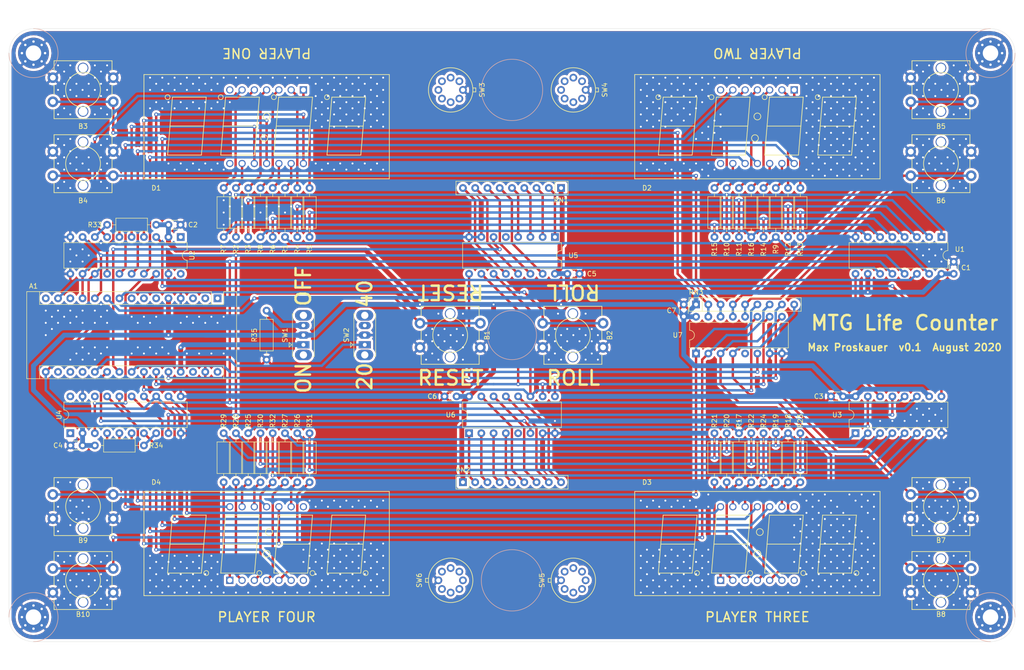
<source format=kicad_pcb>
(kicad_pcb (version 20171130) (host pcbnew "(5.1.4)-1")
  (title_block (title "Magic: The Gaterhing Life Counter") (date 2020-08-06) (rev 0.1) (company "Max Proskauer"))
  (layers (0 F.Cu signal) (31 B.Cu signal) (34 B.Paste user) (35 F.Paste user) (36 B.SilkS user) (37 F.SilkS user) (38 B.Mask user) (39 F.Mask user) (44 Edge.Cuts user))
  (net 0 "")
  (net 1 "Net-(A1-Pad1)")
  (net 2 "Net-(A1-Pad17)")
  (net 3 "Net-(A1-Pad2)")
  (net 4 "Net-(A1-Pad18)")
  (net 5 "Net-(A1-Pad3)")
  (net 6 /RNG_WIRE)
  (net 7 GND)
  (net 8 /MODE_SW)
  (net 9 /SW_RB_2)
  (net 10 /SW_RB_1)
  (net 11 "Net-(A1-Pad7)")
  (net 12 /BTN_RB)
  (net 13 "Net-(A1-Pad8)")
  (net 14 /SEL_0)
  (net 15 /ROLL_BTN)
  (net 16 /SEL_1)
  (net 17 /RESET_BTN)
  (net 18 /SEL_2)
  (net 19 /NENABLE)
  (net 20 +5V)
  (net 21 /SER_LATCH)
  (net 22 "Net-(A1-Pad28)")
  (net 23 "Net-(A1-Pad13)")
  (net 24 /SER_DATA)
  (net 25 "Net-(A1-Pad30)")
  (net 26 /SPI_IN)
  (net 27 /SER_CLK)
  (net 28 "Net-(B3-Pad1)")
  (net 29 "Net-(B4-Pad1)")
  (net 30 "Net-(B5-Pad1)")
  (net 31 "Net-(B6-Pad1)")
  (net 32 "Net-(B7-Pad1)")
  (net 33 "Net-(B8-Pad1)")
  (net 34 "Net-(B9-Pad1)")
  (net 35 "Net-(B10-Pad1)")
  (net 36 "Net-(D1-Pad12)")
  (net 37 "Net-(D1-Pad11)")
  (net 38 "Net-(D1-Pad10)")
  (net 39 "Net-(D1-Pad9)")
  (net 40 "Net-(D1-Pad8)")
  (net 41 "Net-(D1-Pad7)")
  (net 42 "Net-(D1-Pad6)")
  (net 43 "Net-(D1-Pad5)")
  (net 44 "Net-(D1-Pad4)")
  (net 45 "Net-(D1-Pad3)")
  (net 46 "Net-(D1-Pad2)")
  (net 47 "Net-(D1-Pad1)")
  (net 48 "Net-(D2-Pad1)")
  (net 49 "Net-(D2-Pad2)")
  (net 50 "Net-(D2-Pad3)")
  (net 51 "Net-(D2-Pad4)")
  (net 52 "Net-(D2-Pad5)")
  (net 53 "Net-(D2-Pad6)")
  (net 54 "Net-(D2-Pad7)")
  (net 55 "Net-(D2-Pad8)")
  (net 56 "Net-(D2-Pad9)")
  (net 57 "Net-(D2-Pad10)")
  (net 58 "Net-(D2-Pad11)")
  (net 59 "Net-(D2-Pad12)")
  (net 60 "Net-(D3-Pad12)")
  (net 61 "Net-(D3-Pad11)")
  (net 62 "Net-(D3-Pad10)")
  (net 63 "Net-(D3-Pad9)")
  (net 64 "Net-(D3-Pad8)")
  (net 65 "Net-(D3-Pad7)")
  (net 66 "Net-(D3-Pad6)")
  (net 67 "Net-(D3-Pad5)")
  (net 68 "Net-(D3-Pad4)")
  (net 69 "Net-(D3-Pad3)")
  (net 70 "Net-(D3-Pad2)")
  (net 71 "Net-(D3-Pad1)")
  (net 72 "Net-(D4-Pad1)")
  (net 73 "Net-(D4-Pad2)")
  (net 74 "Net-(D4-Pad3)")
  (net 75 "Net-(D4-Pad4)")
  (net 76 "Net-(D4-Pad5)")
  (net 77 "Net-(D4-Pad6)")
  (net 78 "Net-(D4-Pad7)")
  (net 79 "Net-(D4-Pad8)")
  (net 80 "Net-(D4-Pad9)")
  (net 81 "Net-(D4-Pad10)")
  (net 82 "Net-(D4-Pad11)")
  (net 83 "Net-(D4-Pad12)")
  (net 84 "Net-(R1-Pad2)")
  (net 85 "Net-(D1-Pad13)")
  (net 86 "Net-(R10-Pad2)")
  (net 87 "Net-(R11-Pad2)")
  (net 88 "Net-(R12-Pad2)")
  (net 89 "Net-(R13-Pad2)")
  (net 90 "Net-(R14-Pad2)")
  (net 91 "Net-(R15-Pad2)")
  (net 92 "Net-(R16-Pad2)")
  (net 93 "Net-(D2-Pad13)")
  (net 94 "Net-(R17-Pad2)")
  (net 95 "Net-(D3-Pad13)")
  (net 96 "Net-(R18-Pad2)")
  (net 97 "Net-(R19-Pad2)")
  (net 98 "Net-(R20-Pad2)")
  (net 99 "Net-(R21-Pad2)")
  (net 100 "Net-(R22-Pad2)")
  (net 101 "Net-(R23-Pad2)")
  (net 102 "Net-(R24-Pad2)")
  (net 103 "Net-(D4-Pad13)")
  (net 104 "Net-(R33-Pad1)")
  (net 105 "Net-(R34-Pad1)")
  (net 106 "Net-(RN1-Pad9)")
  (net 107 "Net-(RN1-Pad8)")
  (net 108 "Net-(RN1-Pad7)")
  (net 109 "Net-(RN1-Pad6)")
  (net 110 "Net-(RN1-Pad5)")
  (net 111 "Net-(RN1-Pad4)")
  (net 112 "Net-(RN1-Pad3)")
  (net 113 "Net-(RN1-Pad2)")
  (net 114 "Net-(RN2-Pad2)")
  (net 115 "Net-(RN2-Pad3)")
  (net 116 "Net-(RN2-Pad4)")
  (net 117 "Net-(RN2-Pad5)")
  (net 118 "Net-(RN2-Pad6)")
  (net 119 "Net-(RN2-Pad7)")
  (net 120 "Net-(RN2-Pad8)")
  (net 121 "Net-(RN2-Pad9)")
  (net 122 "Net-(D2-Pad14)")
  (net 123 "Net-(D1-Pad14)")
  (net 124 "Net-(D3-Pad14)")
  (net 125 "Net-(D4-Pad14)")
  (net 126 "Net-(U5-Pad5)")
  (net 127 "Net-(U6-Pad5)")
  (net 128 "Net-(U7-Pad5)")
  (net 129 /INT_1)
  (net 130 "Net-(U4-Pad18)")
  (net 131 /5V_SRC)
  (net 132 /SER_CASCADE_1)
  (net 133 /SER_CASCADE_3)
  (net 134 /SER_CASCADE_2)
  (net 135 /OFF)
  (net 136 "Net-(U2-Pad20)")
  (net 137 "Net-(U2-Pad1)")
  (net 138 "Net-(U4-Pad20)")
  (net 139 "Net-(U4-Pad1)")
  (module Package_DIP:DIP-20_W7.62mm (layer F.Cu) (at 50.8 109.22 90)
    (fp_text reference U4 (at 3.81 -2.33 90) (layer F.SilkS))
    (fp_text value TPIC6595)
    (pad 20 thru_hole oval (at 7.62 0 90) (size 1.6 1.6) (drill 0.8) (layers *.Cu *.Mask) (net 138 "Net-(U4-Pad20)"))
    (pad 10 thru_hole oval (at 0 22.86 90) (size 1.6 1.6) (drill 0.8) (layers *.Cu *.Mask) (net 7 GND))
    (pad 19 thru_hole oval (at 7.62 2.54 90) (size 1.6 1.6) (drill 0.8) (layers *.Cu *.Mask) (net 7 GND))
    (pad 9 thru_hole oval (at 0 20.32 90) (size 1.6 1.6) (drill 0.8) (layers *.Cu *.Mask) (net 19 /NENABLE))
    (pad 18 thru_hole oval (at 7.62 5.08 90) (size 1.6 1.6) (drill 0.8) (layers *.Cu *.Mask) (net 130 "Net-(U4-Pad18)"))
    (pad 8 thru_hole oval (at 0 17.78 90) (size 1.6 1.6) (drill 0.8) (layers *.Cu *.Mask) (net 105 "Net-(R34-Pad1)"))
    (pad 17 thru_hole oval (at 7.62 7.62 90) (size 1.6 1.6) (drill 0.8) (layers *.Cu *.Mask) (net 66 "Net-(D3-Pad6)"))
    (pad 7 thru_hole oval (at 0 15.24 90) (size 1.6 1.6) (drill 0.8) (layers *.Cu *.Mask) (net 77 "Net-(D4-Pad6)"))
    (pad 16 thru_hole oval (at 7.62 10.16 90) (size 1.6 1.6) (drill 0.8) (layers *.Cu *.Mask) (net 62 "Net-(D3-Pad10)"))
    (pad 6 thru_hole oval (at 0 12.7 90) (size 1.6 1.6) (drill 0.8) (layers *.Cu *.Mask) (net 81 "Net-(D4-Pad10)"))
    (pad 15 thru_hole oval (at 7.62 12.7 90) (size 1.6 1.6) (drill 0.8) (layers *.Cu *.Mask) (net 61 "Net-(D3-Pad11)"))
    (pad 5 thru_hole oval (at 0 10.16 90) (size 1.6 1.6) (drill 0.8) (layers *.Cu *.Mask) (net 82 "Net-(D4-Pad11)"))
    (pad 14 thru_hole oval (at 7.62 15.24 90) (size 1.6 1.6) (drill 0.8) (layers *.Cu *.Mask) (net 124 "Net-(D3-Pad14)"))
    (pad 4 thru_hole oval (at 0 7.62 90) (size 1.6 1.6) (drill 0.8) (layers *.Cu *.Mask) (net 125 "Net-(D4-Pad14)"))
    (pad 13 thru_hole oval (at 7.62 17.78 90) (size 1.6 1.6) (drill 0.8) (layers *.Cu *.Mask) (net 27 /SER_CLK))
    (pad 3 thru_hole oval (at 0 5.08 90) (size 1.6 1.6) (drill 0.8) (layers *.Cu *.Mask) (net 133 /SER_CASCADE_3))
    (pad 12 thru_hole oval (at 7.62 20.32 90) (size 1.6 1.6) (drill 0.8) (layers *.Cu *.Mask) (net 21 /SER_LATCH))
    (pad 2 thru_hole oval (at 0 2.54 90) (size 1.6 1.6) (drill 0.8) (layers *.Cu *.Mask) (net 20 +5V))
    (pad 11 thru_hole oval (at 7.62 22.86 90) (size 1.6 1.6) (drill 0.8) (layers *.Cu *.Mask) (net 7 GND))
    (pad 1 thru_hole rect (at 0 0 90) (size 1.6 1.6) (drill 0.8) (layers *.Cu *.Mask) (net 139 "Net-(U4-Pad1)"))
  )
  (module mtg_life_counter:KW4-56NX (layer F.Cu) (at 85.09 139.7 90)
    (fp_text reference D4 (at 20.32 -16.51 180) (layer F.SilkS))
    (fp_text value KW4-56NX)
    (pad 14 thru_hole circle (at 15.24 -1.27 90) (size 1.5 1.5) (drill 1) (layers *.Cu *.Mask) (net 125 "Net-(D4-Pad14)"))
    (pad 13 thru_hole circle (at 15.24 1.27 90) (size 1.5 1.5) (drill 1) (layers *.Cu *.Mask) (net 103 "Net-(D4-Pad13)"))
    (pad 12 thru_hole circle (at 15.24 3.81 90) (size 1.5 1.5) (drill 1) (layers *.Cu *.Mask) (net 83 "Net-(D4-Pad12)"))
    (pad 11 thru_hole circle (at 15.24 6.35 90) (size 1.5 1.5) (drill 1) (layers *.Cu *.Mask) (net 82 "Net-(D4-Pad11)"))
    (pad 10 thru_hole circle (at 15.24 8.89 90) (size 1.5 1.5) (drill 1) (layers *.Cu *.Mask) (net 81 "Net-(D4-Pad10)"))
    (pad 9 thru_hole circle (at 15.24 11.43 90) (size 1.5 1.5) (drill 1) (layers *.Cu *.Mask) (net 80 "Net-(D4-Pad9)"))
    (pad 8 thru_hole circle (at 15.24 13.97 90) (size 1.5 1.5) (drill 1) (layers *.Cu *.Mask) (net 79 "Net-(D4-Pad8)"))
    (pad 7 thru_hole circle (at 0 13.97 90) (size 1.5 1.5) (drill 1) (layers *.Cu *.Mask) (net 78 "Net-(D4-Pad7)"))
    (pad 6 thru_hole circle (at 0 11.43 90) (size 1.5 1.5) (drill 1) (layers *.Cu *.Mask) (net 77 "Net-(D4-Pad6)"))
    (pad 5 thru_hole circle (at 0 8.89 90) (size 1.5 1.5) (drill 1) (layers *.Cu *.Mask) (net 76 "Net-(D4-Pad5)"))
    (pad 4 thru_hole circle (at 0 6.35 90) (size 1.5 1.5) (drill 1) (layers *.Cu *.Mask) (net 75 "Net-(D4-Pad4)"))
    (pad 3 thru_hole circle (at 0 3.81 90) (size 1.5 1.5) (drill 1) (layers *.Cu *.Mask) (net 74 "Net-(D4-Pad3)"))
    (pad 2 thru_hole circle (at 0 1.27 90) (size 1.5 1.5) (drill 1) (layers *.Cu *.Mask) (net 73 "Net-(D4-Pad2)"))
    (pad 1 thru_hole rect (at 0 -1.27 90) (size 1.5 1.5) (drill 1) (layers *.Cu *.Mask) (net 72 "Net-(D4-Pad1)"))
  )
  (module mtg_life_counter:KW4-56NX (layer F.Cu) (at 186.69 139.7 90)
    (fp_text reference D3 (at 20.32 -16.51 180) (layer F.SilkS))
    (fp_text value KW4-56NX)
    (pad 14 thru_hole circle (at 15.24 -1.27 90) (size 1.5 1.5) (drill 1) (layers *.Cu *.Mask) (net 124 "Net-(D3-Pad14)"))
    (pad 13 thru_hole circle (at 15.24 1.27 90) (size 1.5 1.5) (drill 1) (layers *.Cu *.Mask) (net 95 "Net-(D3-Pad13)"))
    (pad 12 thru_hole circle (at 15.24 3.81 90) (size 1.5 1.5) (drill 1) (layers *.Cu *.Mask) (net 60 "Net-(D3-Pad12)"))
    (pad 11 thru_hole circle (at 15.24 6.35 90) (size 1.5 1.5) (drill 1) (layers *.Cu *.Mask) (net 61 "Net-(D3-Pad11)"))
    (pad 10 thru_hole circle (at 15.24 8.89 90) (size 1.5 1.5) (drill 1) (layers *.Cu *.Mask) (net 62 "Net-(D3-Pad10)"))
    (pad 9 thru_hole circle (at 15.24 11.43 90) (size 1.5 1.5) (drill 1) (layers *.Cu *.Mask) (net 63 "Net-(D3-Pad9)"))
    (pad 8 thru_hole circle (at 15.24 13.97 90) (size 1.5 1.5) (drill 1) (layers *.Cu *.Mask) (net 64 "Net-(D3-Pad8)"))
    (pad 7 thru_hole circle (at 0 13.97 90) (size 1.5 1.5) (drill 1) (layers *.Cu *.Mask) (net 65 "Net-(D3-Pad7)"))
    (pad 6 thru_hole circle (at 0 11.43 90) (size 1.5 1.5) (drill 1) (layers *.Cu *.Mask) (net 66 "Net-(D3-Pad6)"))
    (pad 5 thru_hole circle (at 0 8.89 90) (size 1.5 1.5) (drill 1) (layers *.Cu *.Mask) (net 67 "Net-(D3-Pad5)"))
    (pad 4 thru_hole circle (at 0 6.35 90) (size 1.5 1.5) (drill 1) (layers *.Cu *.Mask) (net 68 "Net-(D3-Pad4)"))
    (pad 3 thru_hole circle (at 0 3.81 90) (size 1.5 1.5) (drill 1) (layers *.Cu *.Mask) (net 69 "Net-(D3-Pad3)"))
    (pad 2 thru_hole circle (at 0 1.27 90) (size 1.5 1.5) (drill 1) (layers *.Cu *.Mask) (net 70 "Net-(D3-Pad2)"))
    (pad 1 thru_hole rect (at 0 -1.27 90) (size 1.5 1.5) (drill 1) (layers *.Cu *.Mask) (net 71 "Net-(D3-Pad1)"))
  )
  (module Package_DIP:DIP-20_W7.62mm (layer F.Cu) (at 73.66 68.58 270)
    (fp_text reference U2 (at 3.81 -2.33 90) (layer F.SilkS))
    (fp_text value TPIC6595)
    (pad 20 thru_hole oval (at 7.62 0 270) (size 1.6 1.6) (drill 0.8) (layers *.Cu *.Mask) (net 136 "Net-(U2-Pad20)"))
    (pad 10 thru_hole oval (at 0 22.86 270) (size 1.6 1.6) (drill 0.8) (layers *.Cu *.Mask) (net 7 GND))
    (pad 19 thru_hole oval (at 7.62 2.54 270) (size 1.6 1.6) (drill 0.8) (layers *.Cu *.Mask) (net 7 GND))
    (pad 9 thru_hole oval (at 0 20.32 270) (size 1.6 1.6) (drill 0.8) (layers *.Cu *.Mask) (net 19 /NENABLE))
    (pad 18 thru_hole oval (at 7.62 5.08 270) (size 1.6 1.6) (drill 0.8) (layers *.Cu *.Mask) (net 133 /SER_CASCADE_3))
    (pad 8 thru_hole oval (at 0 17.78 270) (size 1.6 1.6) (drill 0.8) (layers *.Cu *.Mask) (net 104 "Net-(R33-Pad1)"))
    (pad 17 thru_hole oval (at 7.62 7.62 270) (size 1.6 1.6) (drill 0.8) (layers *.Cu *.Mask) (net 53 "Net-(D2-Pad6)"))
    (pad 7 thru_hole oval (at 0 15.24 270) (size 1.6 1.6) (drill 0.8) (layers *.Cu *.Mask) (net 42 "Net-(D1-Pad6)"))
    (pad 16 thru_hole oval (at 7.62 10.16 270) (size 1.6 1.6) (drill 0.8) (layers *.Cu *.Mask) (net 57 "Net-(D2-Pad10)"))
    (pad 6 thru_hole oval (at 0 12.7 270) (size 1.6 1.6) (drill 0.8) (layers *.Cu *.Mask) (net 38 "Net-(D1-Pad10)"))
    (pad 15 thru_hole oval (at 7.62 12.7 270) (size 1.6 1.6) (drill 0.8) (layers *.Cu *.Mask) (net 58 "Net-(D2-Pad11)"))
    (pad 5 thru_hole oval (at 0 10.16 270) (size 1.6 1.6) (drill 0.8) (layers *.Cu *.Mask) (net 37 "Net-(D1-Pad11)"))
    (pad 14 thru_hole oval (at 7.62 15.24 270) (size 1.6 1.6) (drill 0.8) (layers *.Cu *.Mask) (net 122 "Net-(D2-Pad14)"))
    (pad 4 thru_hole oval (at 0 7.62 270) (size 1.6 1.6) (drill 0.8) (layers *.Cu *.Mask) (net 123 "Net-(D1-Pad14)"))
    (pad 13 thru_hole oval (at 7.62 17.78 270) (size 1.6 1.6) (drill 0.8) (layers *.Cu *.Mask) (net 27 /SER_CLK))
    (pad 3 thru_hole oval (at 0 5.08 270) (size 1.6 1.6) (drill 0.8) (layers *.Cu *.Mask) (net 134 /SER_CASCADE_2))
    (pad 12 thru_hole oval (at 7.62 20.32 270) (size 1.6 1.6) (drill 0.8) (layers *.Cu *.Mask) (net 21 /SER_LATCH))
    (pad 2 thru_hole oval (at 0 2.54 270) (size 1.6 1.6) (drill 0.8) (layers *.Cu *.Mask) (net 20 +5V))
    (pad 11 thru_hole oval (at 7.62 22.86 270) (size 1.6 1.6) (drill 0.8) (layers *.Cu *.Mask) (net 7 GND))
    (pad 1 thru_hole rect (at 0 0 270) (size 1.6 1.6) (drill 0.8) (layers *.Cu *.Mask) (net 137 "Net-(U2-Pad1)"))
  )
  (module mtg_life_counter:B3F_12mm (layer F.Cu) (at 53.44 124.42 180)
    (fp_text reference B9 (at 0 -7) (layer F.SilkS))
    (fp_text value SW_Push)
    (pad "" np_thru_hole circle (at 0 4.5 180) (size 2.2 2.2) (drill 1.8) (layers *.Cu *.Mask))
    (pad "" np_thru_hole circle (at 0 -4.5 180) (size 2.2 2.2) (drill 1.8) (layers *.Cu *.Mask))
    (pad 2 thru_hole circle (at 6.25 -2.5 180) (size 2.2 2.2) (drill 1.2) (layers *.Cu *.Mask) (net 7 GND))
    (pad 2 thru_hole circle (at -6.25 -2.5 180) (size 2.2 2.2) (drill 1.2) (layers *.Cu *.Mask) (net 7 GND))
    (pad 1 thru_hole circle (at -6.25 2.5 180) (size 2.2 2.2) (drill 1.2) (layers *.Cu *.Mask) (net 34 "Net-(B9-Pad1)"))
    (pad 1 thru_hole circle (at 6.25 2.5 180) (size 2.2 2.2) (drill 1.2) (layers *.Cu *.Mask) (net 34 "Net-(B9-Pad1)"))
  )
  (module Resistor_THT:R_Axial_DIN0207_L6.3mm_D2.5mm_P10.16mm_Horizontal (layer F.Cu) (at 58.42 66.04)
    (fp_text reference R33 (at -2.54 0) (layer F.SilkS))
    (fp_text value 10k)
    (pad 2 thru_hole oval (at 10.16 0) (size 1.6 1.6) (drill 0.8) (layers *.Cu *.Mask) (net 20 +5V))
    (pad 1 thru_hole circle (at 0 0) (size 1.6 1.6) (drill 0.8) (layers *.Cu *.Mask) (net 104 "Net-(R33-Pad1)"))
  )
  (module Capacitor_THT:C_Disc_D3.0mm_W1.6mm_P2.50mm (layer F.Cu) (at 73.62 66.04 180)
    (fp_text reference C2 (at -2.58 0) (layer F.SilkS))
    (fp_text value 0.1uF)
    (pad 2 thru_hole circle (at 2.5 0 180) (size 1.6 1.6) (drill 0.8) (layers *.Cu *.Mask) (net 20 +5V))
    (pad 1 thru_hole circle (at 0 0 180) (size 1.6 1.6) (drill 0.8) (layers *.Cu *.Mask) (net 7 GND))
  )
  (module mtg_life_counter:KW4-56NX (layer F.Cu) (at 199.39 38.1 270)
    (fp_text reference D2 (at 20.32 29.21 180) (layer F.SilkS))
    (fp_text value KW4-56NX)
    (pad 14 thru_hole circle (at 15.24 -1.27 270) (size 1.5 1.5) (drill 1) (layers *.Cu *.Mask) (net 122 "Net-(D2-Pad14)"))
    (pad 13 thru_hole circle (at 15.24 1.27 270) (size 1.5 1.5) (drill 1) (layers *.Cu *.Mask) (net 93 "Net-(D2-Pad13)"))
    (pad 12 thru_hole circle (at 15.24 3.81 270) (size 1.5 1.5) (drill 1) (layers *.Cu *.Mask) (net 59 "Net-(D2-Pad12)"))
    (pad 11 thru_hole circle (at 15.24 6.35 270) (size 1.5 1.5) (drill 1) (layers *.Cu *.Mask) (net 58 "Net-(D2-Pad11)"))
    (pad 10 thru_hole circle (at 15.24 8.89 270) (size 1.5 1.5) (drill 1) (layers *.Cu *.Mask) (net 57 "Net-(D2-Pad10)"))
    (pad 9 thru_hole circle (at 15.24 11.43 270) (size 1.5 1.5) (drill 1) (layers *.Cu *.Mask) (net 56 "Net-(D2-Pad9)"))
    (pad 8 thru_hole circle (at 15.24 13.97 270) (size 1.5 1.5) (drill 1) (layers *.Cu *.Mask) (net 55 "Net-(D2-Pad8)"))
    (pad 7 thru_hole circle (at 0 13.97 270) (size 1.5 1.5) (drill 1) (layers *.Cu *.Mask) (net 54 "Net-(D2-Pad7)"))
    (pad 6 thru_hole circle (at 0 11.43 270) (size 1.5 1.5) (drill 1) (layers *.Cu *.Mask) (net 53 "Net-(D2-Pad6)"))
    (pad 5 thru_hole circle (at 0 8.89 270) (size 1.5 1.5) (drill 1) (layers *.Cu *.Mask) (net 52 "Net-(D2-Pad5)"))
    (pad 4 thru_hole circle (at 0 6.35 270) (size 1.5 1.5) (drill 1) (layers *.Cu *.Mask) (net 51 "Net-(D2-Pad4)"))
    (pad 3 thru_hole circle (at 0 3.81 270) (size 1.5 1.5) (drill 1) (layers *.Cu *.Mask) (net 50 "Net-(D2-Pad3)"))
    (pad 2 thru_hole circle (at 0 1.27 270) (size 1.5 1.5) (drill 1) (layers *.Cu *.Mask) (net 49 "Net-(D2-Pad2)"))
    (pad 1 thru_hole rect (at 0 -1.27 270) (size 1.5 1.5) (drill 1) (layers *.Cu *.Mask) (net 48 "Net-(D2-Pad1)"))
  )
  (module mtg_life_counter:B3F_12mm (layer F.Cu) (at 53.44 139.74 180)
    (fp_text reference B10 (at 0 -7) (layer F.SilkS))
    (fp_text value SW_Push)
    (pad "" np_thru_hole circle (at 0 4.5 180) (size 2.2 2.2) (drill 1.8) (layers *.Cu *.Mask))
    (pad "" np_thru_hole circle (at 0 -4.5 180) (size 2.2 2.2) (drill 1.8) (layers *.Cu *.Mask))
    (pad 2 thru_hole circle (at 6.25 -2.5 180) (size 2.2 2.2) (drill 1.2) (layers *.Cu *.Mask) (net 7 GND))
    (pad 2 thru_hole circle (at -6.25 -2.5 180) (size 2.2 2.2) (drill 1.2) (layers *.Cu *.Mask) (net 7 GND))
    (pad 1 thru_hole circle (at -6.25 2.5 180) (size 2.2 2.2) (drill 1.2) (layers *.Cu *.Mask) (net 35 "Net-(B10-Pad1)"))
    (pad 1 thru_hole circle (at 6.25 2.5 180) (size 2.2 2.2) (drill 1.2) (layers *.Cu *.Mask) (net 35 "Net-(B10-Pad1)"))
  )
  (module mtg_life_counter:B3F_12mm (layer F.Cu) (at 231.04 139.74 180)
    (fp_text reference B8 (at 0 -7) (layer F.SilkS))
    (fp_text value SW_Push)
    (pad "" np_thru_hole circle (at 0 4.5 180) (size 2.2 2.2) (drill 1.8) (layers *.Cu *.Mask))
    (pad "" np_thru_hole circle (at 0 -4.5 180) (size 2.2 2.2) (drill 1.8) (layers *.Cu *.Mask))
    (pad 2 thru_hole circle (at 6.25 -2.5 180) (size 2.2 2.2) (drill 1.2) (layers *.Cu *.Mask) (net 7 GND))
    (pad 2 thru_hole circle (at -6.25 -2.5 180) (size 2.2 2.2) (drill 1.2) (layers *.Cu *.Mask) (net 7 GND))
    (pad 1 thru_hole circle (at -6.25 2.5 180) (size 2.2 2.2) (drill 1.2) (layers *.Cu *.Mask) (net 33 "Net-(B8-Pad1)"))
    (pad 1 thru_hole circle (at 6.25 2.5 180) (size 2.2 2.2) (drill 1.2) (layers *.Cu *.Mask) (net 33 "Net-(B8-Pad1)"))
  )
  (module mtg_life_counter:B3F_12mm (layer F.Cu) (at 231.04 124.42 180)
    (fp_text reference B7 (at 0 -7) (layer F.SilkS))
    (fp_text value SW_Push)
    (pad "" np_thru_hole circle (at 0 4.5 180) (size 2.2 2.2) (drill 1.8) (layers *.Cu *.Mask))
    (pad "" np_thru_hole circle (at 0 -4.5 180) (size 2.2 2.2) (drill 1.8) (layers *.Cu *.Mask))
    (pad 2 thru_hole circle (at 6.25 -2.5 180) (size 2.2 2.2) (drill 1.2) (layers *.Cu *.Mask) (net 7 GND))
    (pad 2 thru_hole circle (at -6.25 -2.5 180) (size 2.2 2.2) (drill 1.2) (layers *.Cu *.Mask) (net 7 GND))
    (pad 1 thru_hole circle (at -6.25 2.5 180) (size 2.2 2.2) (drill 1.2) (layers *.Cu *.Mask) (net 32 "Net-(B7-Pad1)"))
    (pad 1 thru_hole circle (at 6.25 2.5 180) (size 2.2 2.2) (drill 1.2) (layers *.Cu *.Mask) (net 32 "Net-(B7-Pad1)"))
  )
  (module mtg_life_counter:B3F_12mm (layer F.Cu) (at 231.04 53.38)
    (fp_text reference B6 (at 0 7.66) (layer F.SilkS))
    (fp_text value SW_Push)
    (pad "" np_thru_hole circle (at 0 4.5) (size 2.2 2.2) (drill 1.8) (layers *.Cu *.Mask))
    (pad "" np_thru_hole circle (at 0 -4.5) (size 2.2 2.2) (drill 1.8) (layers *.Cu *.Mask))
    (pad 2 thru_hole circle (at 6.25 -2.5) (size 2.2 2.2) (drill 1.2) (layers *.Cu *.Mask) (net 7 GND))
    (pad 2 thru_hole circle (at -6.25 -2.5) (size 2.2 2.2) (drill 1.2) (layers *.Cu *.Mask) (net 7 GND))
    (pad 1 thru_hole circle (at -6.25 2.5) (size 2.2 2.2) (drill 1.2) (layers *.Cu *.Mask) (net 31 "Net-(B6-Pad1)"))
    (pad 1 thru_hole circle (at 6.25 2.5) (size 2.2 2.2) (drill 1.2) (layers *.Cu *.Mask) (net 31 "Net-(B6-Pad1)"))
  )
  (module mtg_life_counter:B3F_12mm (layer F.Cu) (at 231.04 38.06)
    (fp_text reference B5 (at 0 7.58) (layer F.SilkS))
    (fp_text value SW_Push)
    (pad "" np_thru_hole circle (at 0 4.5) (size 2.2 2.2) (drill 1.8) (layers *.Cu *.Mask))
    (pad "" np_thru_hole circle (at 0 -4.5) (size 2.2 2.2) (drill 1.8) (layers *.Cu *.Mask))
    (pad 2 thru_hole circle (at 6.25 -2.5) (size 2.2 2.2) (drill 1.2) (layers *.Cu *.Mask) (net 7 GND))
    (pad 2 thru_hole circle (at -6.25 -2.5) (size 2.2 2.2) (drill 1.2) (layers *.Cu *.Mask) (net 7 GND))
    (pad 1 thru_hole circle (at -6.25 2.5) (size 2.2 2.2) (drill 1.2) (layers *.Cu *.Mask) (net 30 "Net-(B5-Pad1)"))
    (pad 1 thru_hole circle (at 6.25 2.5) (size 2.2 2.2) (drill 1.2) (layers *.Cu *.Mask) (net 30 "Net-(B5-Pad1)"))
  )
  (module mtg_life_counter:B3F_12mm (layer F.Cu) (at 53.44 53.38)
    (fp_text reference B4 (at 0 7.66 180) (layer F.SilkS))
    (fp_text value SW_Push)
    (pad "" np_thru_hole circle (at 0 4.5) (size 2.2 2.2) (drill 1.8) (layers *.Cu *.Mask))
    (pad "" np_thru_hole circle (at 0 -4.5) (size 2.2 2.2) (drill 1.8) (layers *.Cu *.Mask))
    (pad 2 thru_hole circle (at 6.25 -2.5) (size 2.2 2.2) (drill 1.2) (layers *.Cu *.Mask) (net 7 GND))
    (pad 2 thru_hole circle (at -6.25 -2.5) (size 2.2 2.2) (drill 1.2) (layers *.Cu *.Mask) (net 7 GND))
    (pad 1 thru_hole circle (at -6.25 2.5) (size 2.2 2.2) (drill 1.2) (layers *.Cu *.Mask) (net 29 "Net-(B4-Pad1)"))
    (pad 1 thru_hole circle (at 6.25 2.5) (size 2.2 2.2) (drill 1.2) (layers *.Cu *.Mask) (net 29 "Net-(B4-Pad1)"))
  )
  (module mtg_life_counter:B3F_12mm (layer F.Cu) (at 53.44 38.06)
    (fp_text reference B3 (at 0 7.58) (layer F.SilkS))
    (fp_text value SW_Push)
    (pad "" np_thru_hole circle (at 0 4.5) (size 2.2 2.2) (drill 1.8) (layers *.Cu *.Mask))
    (pad "" np_thru_hole circle (at 0 -4.5) (size 2.2 2.2) (drill 1.8) (layers *.Cu *.Mask))
    (pad 2 thru_hole circle (at 6.25 -2.5) (size 2.2 2.2) (drill 1.2) (layers *.Cu *.Mask) (net 7 GND))
    (pad 2 thru_hole circle (at -6.25 -2.5) (size 2.2 2.2) (drill 1.2) (layers *.Cu *.Mask) (net 7 GND))
    (pad 1 thru_hole circle (at -6.25 2.5) (size 2.2 2.2) (drill 1.2) (layers *.Cu *.Mask) (net 28 "Net-(B3-Pad1)"))
    (pad 1 thru_hole circle (at 6.25 2.5) (size 2.2 2.2) (drill 1.2) (layers *.Cu *.Mask) (net 28 "Net-(B3-Pad1)"))
  )
  (module mtg_life_counter:B3F_12mm (layer F.Cu) (at 154.84 88.94 180)
    (fp_text reference B2 (at -7.62 0 90) (layer F.SilkS))
    (fp_text value SW_Push)
    (pad "" np_thru_hole circle (at 0 4.5 180) (size 2.2 2.2) (drill 1.8) (layers *.Cu *.Mask))
    (pad "" np_thru_hole circle (at 0 -4.5 180) (size 2.2 2.2) (drill 1.8) (layers *.Cu *.Mask))
    (pad 2 thru_hole circle (at 6.25 -2.5 180) (size 2.2 2.2) (drill 1.2) (layers *.Cu *.Mask) (net 7 GND))
    (pad 2 thru_hole circle (at -6.25 -2.5 180) (size 2.2 2.2) (drill 1.2) (layers *.Cu *.Mask) (net 7 GND))
    (pad 1 thru_hole circle (at -6.25 2.5 180) (size 2.2 2.2) (drill 1.2) (layers *.Cu *.Mask) (net 15 /ROLL_BTN))
    (pad 1 thru_hole circle (at 6.25 2.5 180) (size 2.2 2.2) (drill 1.2) (layers *.Cu *.Mask) (net 15 /ROLL_BTN))
  )
  (module mtg_life_counter:B3F_12mm (layer F.Cu) (at 129.44 88.94 180)
    (fp_text reference B1 (at -7.62 0 90) (layer F.SilkS))
    (fp_text value SW_Push)
    (pad "" np_thru_hole circle (at 0 4.5 180) (size 2.2 2.2) (drill 1.8) (layers *.Cu *.Mask))
    (pad "" np_thru_hole circle (at 0 -4.5 180) (size 2.2 2.2) (drill 1.8) (layers *.Cu *.Mask))
    (pad 2 thru_hole circle (at 6.25 -2.5 180) (size 2.2 2.2) (drill 1.2) (layers *.Cu *.Mask) (net 7 GND))
    (pad 2 thru_hole circle (at -6.25 -2.5 180) (size 2.2 2.2) (drill 1.2) (layers *.Cu *.Mask) (net 7 GND))
    (pad 1 thru_hole circle (at -6.25 2.5 180) (size 2.2 2.2) (drill 1.2) (layers *.Cu *.Mask) (net 17 /RESET_BTN))
    (pad 1 thru_hole circle (at 6.25 2.5 180) (size 2.2 2.2) (drill 1.2) (layers *.Cu *.Mask) (net 17 /RESET_BTN))
  )
  (module MountingHole:MountingHole_3.2mm_M3_Pad_Via (layer F.Cu) (at 43.18 147.32)
    (fp_text reference H4 hide)
    (fp_text value MountingHole_Pad)
    (pad 1 thru_hole circle (at 1.697056 -1.697056) (size 0.8 0.8) (drill 0.5) (layers *.Cu *.Mask) (net 7 GND))
    (pad 1 thru_hole circle (at 0 -2.4) (size 0.8 0.8) (drill 0.5) (layers *.Cu *.Mask) (net 7 GND))
    (pad 1 thru_hole circle (at -1.697056 -1.697056) (size 0.8 0.8) (drill 0.5) (layers *.Cu *.Mask) (net 7 GND))
    (pad 1 thru_hole circle (at -2.4 0) (size 0.8 0.8) (drill 0.5) (layers *.Cu *.Mask) (net 7 GND))
    (pad 1 thru_hole circle (at -1.697056 1.697056) (size 0.8 0.8) (drill 0.5) (layers *.Cu *.Mask) (net 7 GND))
    (pad 1 thru_hole circle (at 0 2.4) (size 0.8 0.8) (drill 0.5) (layers *.Cu *.Mask) (net 7 GND))
    (pad 1 thru_hole circle (at 1.697056 1.697056) (size 0.8 0.8) (drill 0.5) (layers *.Cu *.Mask) (net 7 GND))
    (pad 1 thru_hole circle (at 2.4 0) (size 0.8 0.8) (drill 0.5) (layers *.Cu *.Mask) (net 7 GND))
    (pad 1 thru_hole circle (at 0 0) (size 6.4 6.4) (drill 3.2) (layers *.Cu *.Mask) (net 7 GND))
  )
  (module MountingHole:MountingHole_3.2mm_M3_Pad_Via (layer F.Cu) (at 241.3 147.32)
    (fp_text reference H3 hide)
    (fp_text value MountingHole_Pad)
    (pad 1 thru_hole circle (at 1.697056 -1.697056) (size 0.8 0.8) (drill 0.5) (layers *.Cu *.Mask) (net 7 GND))
    (pad 1 thru_hole circle (at 0 -2.4) (size 0.8 0.8) (drill 0.5) (layers *.Cu *.Mask) (net 7 GND))
    (pad 1 thru_hole circle (at -1.697056 -1.697056) (size 0.8 0.8) (drill 0.5) (layers *.Cu *.Mask) (net 7 GND))
    (pad 1 thru_hole circle (at -2.4 0) (size 0.8 0.8) (drill 0.5) (layers *.Cu *.Mask) (net 7 GND))
    (pad 1 thru_hole circle (at -1.697056 1.697056) (size 0.8 0.8) (drill 0.5) (layers *.Cu *.Mask) (net 7 GND))
    (pad 1 thru_hole circle (at 0 2.4) (size 0.8 0.8) (drill 0.5) (layers *.Cu *.Mask) (net 7 GND))
    (pad 1 thru_hole circle (at 1.697056 1.697056) (size 0.8 0.8) (drill 0.5) (layers *.Cu *.Mask) (net 7 GND))
    (pad 1 thru_hole circle (at 2.4 0) (size 0.8 0.8) (drill 0.5) (layers *.Cu *.Mask) (net 7 GND))
    (pad 1 thru_hole circle (at 0 0) (size 6.4 6.4) (drill 3.2) (layers *.Cu *.Mask) (net 7 GND))
  )
  (module MountingHole:MountingHole_3.2mm_M3_Pad_Via (layer F.Cu) (at 241.3 30.48)
    (fp_text reference H2 hide)
    (fp_text value MountingHole_Pad)
    (pad 1 thru_hole circle (at 1.697056 -1.697056) (size 0.8 0.8) (drill 0.5) (layers *.Cu *.Mask) (net 7 GND))
    (pad 1 thru_hole circle (at 0 -2.4) (size 0.8 0.8) (drill 0.5) (layers *.Cu *.Mask) (net 7 GND))
    (pad 1 thru_hole circle (at -1.697056 -1.697056) (size 0.8 0.8) (drill 0.5) (layers *.Cu *.Mask) (net 7 GND))
    (pad 1 thru_hole circle (at -2.4 0) (size 0.8 0.8) (drill 0.5) (layers *.Cu *.Mask) (net 7 GND))
    (pad 1 thru_hole circle (at -1.697056 1.697056) (size 0.8 0.8) (drill 0.5) (layers *.Cu *.Mask) (net 7 GND))
    (pad 1 thru_hole circle (at 0 2.4) (size 0.8 0.8) (drill 0.5) (layers *.Cu *.Mask) (net 7 GND))
    (pad 1 thru_hole circle (at 1.697056 1.697056) (size 0.8 0.8) (drill 0.5) (layers *.Cu *.Mask) (net 7 GND))
    (pad 1 thru_hole circle (at 2.4 0) (size 0.8 0.8) (drill 0.5) (layers *.Cu *.Mask) (net 7 GND))
    (pad 1 thru_hole circle (at 0 0) (size 6.4 6.4) (drill 3.2) (layers *.Cu *.Mask) (net 7 GND))
  )
  (module MountingHole:MountingHole_3.2mm_M3_Pad_Via (layer F.Cu) (at 43.18 30.48)
    (fp_text reference H1 hide)
    (fp_text value MountingHole_Pad hide)
    (pad 1 thru_hole circle (at 1.697056 -1.697056) (size 0.8 0.8) (drill 0.5) (layers *.Cu *.Mask) (net 7 GND))
    (pad 1 thru_hole circle (at 0 -2.4) (size 0.8 0.8) (drill 0.5) (layers *.Cu *.Mask) (net 7 GND))
    (pad 1 thru_hole circle (at -1.697056 -1.697056) (size 0.8 0.8) (drill 0.5) (layers *.Cu *.Mask) (net 7 GND))
    (pad 1 thru_hole circle (at -2.4 0) (size 0.8 0.8) (drill 0.5) (layers *.Cu *.Mask) (net 7 GND))
    (pad 1 thru_hole circle (at -1.697056 1.697056) (size 0.8 0.8) (drill 0.5) (layers *.Cu *.Mask) (net 7 GND))
    (pad 1 thru_hole circle (at 0 2.4) (size 0.8 0.8) (drill 0.5) (layers *.Cu *.Mask) (net 7 GND))
    (pad 1 thru_hole circle (at 1.697056 1.697056) (size 0.8 0.8) (drill 0.5) (layers *.Cu *.Mask) (net 7 GND))
    (pad 1 thru_hole circle (at 2.4 0) (size 0.8 0.8) (drill 0.5) (layers *.Cu *.Mask) (net 7 GND))
    (pad 1 thru_hole circle (at 0 0) (size 6.4 6.4) (drill 3.2) (layers *.Cu *.Mask) (net 7 GND))
  )
  (module mtg_life_counter:KW4-56NX (layer F.Cu) (at 97.79 38.1 270)
    (fp_text reference D1 (at 20.32 29.21 180) (layer F.SilkS))
    (fp_text value KW4-56NX)
    (pad 14 thru_hole circle (at 15.24 -1.27 270) (size 1.5 1.5) (drill 1) (layers *.Cu *.Mask) (net 123 "Net-(D1-Pad14)"))
    (pad 13 thru_hole circle (at 15.24 1.27 270) (size 1.5 1.5) (drill 1) (layers *.Cu *.Mask) (net 85 "Net-(D1-Pad13)"))
    (pad 12 thru_hole circle (at 15.24 3.81 270) (size 1.5 1.5) (drill 1) (layers *.Cu *.Mask) (net 36 "Net-(D1-Pad12)"))
    (pad 11 thru_hole circle (at 15.24 6.35 270) (size 1.5 1.5) (drill 1) (layers *.Cu *.Mask) (net 37 "Net-(D1-Pad11)"))
    (pad 10 thru_hole circle (at 15.24 8.89 270) (size 1.5 1.5) (drill 1) (layers *.Cu *.Mask) (net 38 "Net-(D1-Pad10)"))
    (pad 9 thru_hole circle (at 15.24 11.43 270) (size 1.5 1.5) (drill 1) (layers *.Cu *.Mask) (net 39 "Net-(D1-Pad9)"))
    (pad 8 thru_hole circle (at 15.24 13.97 270) (size 1.5 1.5) (drill 1) (layers *.Cu *.Mask) (net 40 "Net-(D1-Pad8)"))
    (pad 7 thru_hole circle (at 0 13.97 270) (size 1.5 1.5) (drill 1) (layers *.Cu *.Mask) (net 41 "Net-(D1-Pad7)"))
    (pad 6 thru_hole circle (at 0 11.43 270) (size 1.5 1.5) (drill 1) (layers *.Cu *.Mask) (net 42 "Net-(D1-Pad6)"))
    (pad 5 thru_hole circle (at 0 8.89 270) (size 1.5 1.5) (drill 1) (layers *.Cu *.Mask) (net 43 "Net-(D1-Pad5)"))
    (pad 4 thru_hole circle (at 0 6.35 270) (size 1.5 1.5) (drill 1) (layers *.Cu *.Mask) (net 44 "Net-(D1-Pad4)"))
    (pad 3 thru_hole circle (at 0 3.81 270) (size 1.5 1.5) (drill 1) (layers *.Cu *.Mask) (net 45 "Net-(D1-Pad3)"))
    (pad 2 thru_hole circle (at 0 1.27 270) (size 1.5 1.5) (drill 1) (layers *.Cu *.Mask) (net 46 "Net-(D1-Pad2)"))
    (pad 1 thru_hole rect (at 0 -1.27 270) (size 1.5 1.5) (drill 1) (layers *.Cu *.Mask) (net 47 "Net-(D1-Pad1)"))
  )
  (module mtg_life_counter:CK_RM10x77 (layer F.Cu) (at 129.54 139.7 90)
    (fp_text reference SW6 (at 0 -6.5 90) (layer F.SilkS))
    (fp_text value SW_SP4T)
    (pad 8 thru_hole circle (at -1.8 -1.8 90) (size 1.6 1.6) (drill 0.9) (layers *.Cu *.Mask))
    (pad 6 thru_hole circle (at -1.8 1.8 90) (size 1.6 1.6) (drill 0.9) (layers *.Cu *.Mask))
    (pad 4 thru_hole circle (at 1.8 1.8 90) (size 1.6 1.6) (drill 0.9) (layers *.Cu *.Mask) (net 116 "Net-(RN2-Pad4)"))
    (pad 2 thru_hole circle (at 1.8 -1.8 90) (size 1.6 1.6) (drill 0.9) (layers *.Cu *.Mask) (net 114 "Net-(RN2-Pad2)"))
    (pad 7 thru_hole circle (at -2.54 0 90) (size 1.6 1.6) (drill 0.9) (layers *.Cu *.Mask))
    (pad 5 thru_hole circle (at 0 2.54 90) (size 1.6 1.6) (drill 0.9) (layers *.Cu *.Mask) (net 117 "Net-(RN2-Pad5)"))
    (pad 1 thru_hole circle (at 0 -2.54 90) (size 1.6 1.6) (drill 0.9) (layers *.Cu *.Mask) (net 7 GND))
    (pad 3 thru_hole circle (at 2.54 0 90) (size 1.6 1.6) (drill 0.9) (layers *.Cu *.Mask) (net 115 "Net-(RN2-Pad3)"))
  )
  (module mtg_life_counter:CK_RM10x77 (layer F.Cu) (at 154.94 139.7 90)
    (fp_text reference SW5 (at 0 -6.5 90) (layer F.SilkS))
    (fp_text value SW_SP4T)
    (pad 8 thru_hole circle (at -1.8 -1.8 90) (size 1.6 1.6) (drill 0.9) (layers *.Cu *.Mask))
    (pad 6 thru_hole circle (at -1.8 1.8 90) (size 1.6 1.6) (drill 0.9) (layers *.Cu *.Mask))
    (pad 4 thru_hole circle (at 1.8 1.8 90) (size 1.6 1.6) (drill 0.9) (layers *.Cu *.Mask) (net 120 "Net-(RN2-Pad8)"))
    (pad 2 thru_hole circle (at 1.8 -1.8 90) (size 1.6 1.6) (drill 0.9) (layers *.Cu *.Mask) (net 118 "Net-(RN2-Pad6)"))
    (pad 7 thru_hole circle (at -2.54 0 90) (size 1.6 1.6) (drill 0.9) (layers *.Cu *.Mask))
    (pad 5 thru_hole circle (at 0 2.54 90) (size 1.6 1.6) (drill 0.9) (layers *.Cu *.Mask) (net 121 "Net-(RN2-Pad9)"))
    (pad 1 thru_hole circle (at 0 -2.54 90) (size 1.6 1.6) (drill 0.9) (layers *.Cu *.Mask) (net 7 GND))
    (pad 3 thru_hole circle (at 2.54 0 90) (size 1.6 1.6) (drill 0.9) (layers *.Cu *.Mask) (net 119 "Net-(RN2-Pad7)"))
  )
  (module mtg_life_counter:CK_RM10x77 (layer F.Cu) (at 154.94 38.1 270)
    (fp_text reference SW4 (at 0 -6.5 90) (layer F.SilkS))
    (fp_text value SW_SP4T)
    (pad 8 thru_hole circle (at -1.8 -1.8 270) (size 1.6 1.6) (drill 0.9) (layers *.Cu *.Mask))
    (pad 6 thru_hole circle (at -1.8 1.8 270) (size 1.6 1.6) (drill 0.9) (layers *.Cu *.Mask))
    (pad 4 thru_hole circle (at 1.8 1.8 270) (size 1.6 1.6) (drill 0.9) (layers *.Cu *.Mask) (net 111 "Net-(RN1-Pad4)"))
    (pad 2 thru_hole circle (at 1.8 -1.8 270) (size 1.6 1.6) (drill 0.9) (layers *.Cu *.Mask) (net 113 "Net-(RN1-Pad2)"))
    (pad 7 thru_hole circle (at -2.54 0 270) (size 1.6 1.6) (drill 0.9) (layers *.Cu *.Mask))
    (pad 5 thru_hole circle (at 0 2.54 270) (size 1.6 1.6) (drill 0.9) (layers *.Cu *.Mask) (net 110 "Net-(RN1-Pad5)"))
    (pad 1 thru_hole circle (at 0 -2.54 270) (size 1.6 1.6) (drill 0.9) (layers *.Cu *.Mask) (net 7 GND))
    (pad 3 thru_hole circle (at 2.54 0 270) (size 1.6 1.6) (drill 0.9) (layers *.Cu *.Mask) (net 112 "Net-(RN1-Pad3)"))
  )
  (module mtg_life_counter:CK_RM10x77 (layer F.Cu) (at 129.54 38.1 270)
    (fp_text reference SW3 (at 0 -6.5 90) (layer F.SilkS))
    (fp_text value SW_SP4T)
    (pad 8 thru_hole circle (at -1.8 -1.8 270) (size 1.6 1.6) (drill 0.9) (layers *.Cu *.Mask))
    (pad 6 thru_hole circle (at -1.8 1.8 270) (size 1.6 1.6) (drill 0.9) (layers *.Cu *.Mask))
    (pad 4 thru_hole circle (at 1.8 1.8 270) (size 1.6 1.6) (drill 0.9) (layers *.Cu *.Mask) (net 107 "Net-(RN1-Pad8)"))
    (pad 2 thru_hole circle (at 1.8 -1.8 270) (size 1.6 1.6) (drill 0.9) (layers *.Cu *.Mask) (net 109 "Net-(RN1-Pad6)"))
    (pad 7 thru_hole circle (at -2.54 0 270) (size 1.6 1.6) (drill 0.9) (layers *.Cu *.Mask))
    (pad 5 thru_hole circle (at 0 2.54 270) (size 1.6 1.6) (drill 0.9) (layers *.Cu *.Mask) (net 106 "Net-(RN1-Pad9)"))
    (pad 1 thru_hole circle (at 0 -2.54 270) (size 1.6 1.6) (drill 0.9) (layers *.Cu *.Mask) (net 7 GND))
    (pad 3 thru_hole circle (at 2.54 0 270) (size 1.6 1.6) (drill 0.9) (layers *.Cu *.Mask) (net 108 "Net-(RN1-Pad7)"))
  )
  (module Button_Switch_THT:SW_Slide_1P2T_CK_OS102011MS2Q (layer F.Cu) (at 99.06 90.9 90)
    (fp_text reference SW1 (at 2 -3.81 90) (layer F.SilkS))
    (fp_text value SW_SPDT)
    (pad "" thru_hole oval (at 6.1 0 90) (size 2.2 3.5) (drill 1.5) (layers *.Cu *.Mask))
    (pad "" thru_hole oval (at -2.1 0 90) (size 2.2 3.5) (drill 1.5) (layers *.Cu *.Mask))
    (pad 3 thru_hole oval (at 4 0 90) (size 1.5 2.5) (drill 0.8) (layers *.Cu *.Mask) (net 135 /OFF))
    (pad 2 thru_hole oval (at 2 0 90) (size 1.5 2.5) (drill 0.8) (layers *.Cu *.Mask) (net 20 +5V))
    (pad 1 thru_hole rect (at 0 0 90) (size 1.5 2.5) (drill 0.8) (layers *.Cu *.Mask) (net 131 /5V_SRC))
  )
  (module Resistor_THT:R_Axial_DIN0207_L6.3mm_D2.5mm_P10.16mm_Horizontal (layer F.Cu) (at 91.44 93.98 90)
    (fp_text reference R35 (at 5.08 -2.54 270) (layer F.SilkS))
    (fp_text value 100)
    (pad 2 thru_hole oval (at 10.16 0 90) (size 1.6 1.6) (drill 0.8) (layers *.Cu *.Mask) (net 135 /OFF))
    (pad 1 thru_hole circle (at 0 0 90) (size 1.6 1.6) (drill 0.8) (layers *.Cu *.Mask) (net 7 GND))
  )
  (module Module:Arduino_Nano (layer F.Cu) (at 81.28 81.28 270)
    (fp_text reference A1 (at -2.54 38.1 180) (layer F.SilkS))
    (fp_text value Arduino_Nano_v3.x)
    (pad 1 thru_hole rect (at 0 0 270) (size 1.6 1.6) (drill 0.8) (layers *.Cu *.Mask) (net 1 "Net-(A1-Pad1)"))
    (pad 17 thru_hole oval (at 15.24 33.02 270) (size 1.6 1.6) (drill 0.8) (layers *.Cu *.Mask) (net 2 "Net-(A1-Pad17)"))
    (pad 2 thru_hole oval (at 0 2.54 270) (size 1.6 1.6) (drill 0.8) (layers *.Cu *.Mask) (net 3 "Net-(A1-Pad2)"))
    (pad 18 thru_hole oval (at 15.24 30.48 270) (size 1.6 1.6) (drill 0.8) (layers *.Cu *.Mask) (net 4 "Net-(A1-Pad18)"))
    (pad 3 thru_hole oval (at 0 5.08 270) (size 1.6 1.6) (drill 0.8) (layers *.Cu *.Mask) (net 5 "Net-(A1-Pad3)"))
    (pad 19 thru_hole oval (at 15.24 27.94 270) (size 1.6 1.6) (drill 0.8) (layers *.Cu *.Mask) (net 6 /RNG_WIRE))
    (pad 4 thru_hole oval (at 0 7.62 270) (size 1.6 1.6) (drill 0.8) (layers *.Cu *.Mask) (net 7 GND))
    (pad 20 thru_hole oval (at 15.24 25.4 270) (size 1.6 1.6) (drill 0.8) (layers *.Cu *.Mask) (net 8 /MODE_SW))
    (pad 5 thru_hole oval (at 0 10.16 270) (size 1.6 1.6) (drill 0.8) (layers *.Cu *.Mask) (net 20 +5V))
    (pad 21 thru_hole oval (at 15.24 22.86 270) (size 1.6 1.6) (drill 0.8) (layers *.Cu *.Mask) (net 9 /SW_RB_2))
    (pad 6 thru_hole oval (at 0 12.7 270) (size 1.6 1.6) (drill 0.8) (layers *.Cu *.Mask) (net 129 /INT_1))
    (pad 22 thru_hole oval (at 15.24 20.32 270) (size 1.6 1.6) (drill 0.8) (layers *.Cu *.Mask) (net 10 /SW_RB_1))
    (pad 7 thru_hole oval (at 0 15.24 270) (size 1.6 1.6) (drill 0.8) (layers *.Cu *.Mask) (net 11 "Net-(A1-Pad7)"))
    (pad 23 thru_hole oval (at 15.24 17.78 270) (size 1.6 1.6) (drill 0.8) (layers *.Cu *.Mask) (net 12 /BTN_RB))
    (pad 8 thru_hole oval (at 0 17.78 270) (size 1.6 1.6) (drill 0.8) (layers *.Cu *.Mask) (net 13 "Net-(A1-Pad8)"))
    (pad 24 thru_hole oval (at 15.24 15.24 270) (size 1.6 1.6) (drill 0.8) (layers *.Cu *.Mask) (net 14 /SEL_0))
    (pad 9 thru_hole oval (at 0 20.32 270) (size 1.6 1.6) (drill 0.8) (layers *.Cu *.Mask) (net 15 /ROLL_BTN))
    (pad 25 thru_hole oval (at 15.24 12.7 270) (size 1.6 1.6) (drill 0.8) (layers *.Cu *.Mask) (net 16 /SEL_1))
    (pad 10 thru_hole oval (at 0 22.86 270) (size 1.6 1.6) (drill 0.8) (layers *.Cu *.Mask) (net 17 /RESET_BTN))
    (pad 26 thru_hole oval (at 15.24 10.16 270) (size 1.6 1.6) (drill 0.8) (layers *.Cu *.Mask) (net 18 /SEL_2))
    (pad 11 thru_hole oval (at 0 25.4 270) (size 1.6 1.6) (drill 0.8) (layers *.Cu *.Mask) (net 19 /NENABLE))
    (pad 27 thru_hole oval (at 15.24 7.62 270) (size 1.6 1.6) (drill 0.8) (layers *.Cu *.Mask) (net 131 /5V_SRC))
    (pad 12 thru_hole oval (at 0 27.94 270) (size 1.6 1.6) (drill 0.8) (layers *.Cu *.Mask) (net 21 /SER_LATCH))
    (pad 28 thru_hole oval (at 15.24 5.08 270) (size 1.6 1.6) (drill 0.8) (layers *.Cu *.Mask) (net 22 "Net-(A1-Pad28)"))
    (pad 13 thru_hole oval (at 0 30.48 270) (size 1.6 1.6) (drill 0.8) (layers *.Cu *.Mask) (net 23 "Net-(A1-Pad13)"))
    (pad 29 thru_hole oval (at 15.24 2.54 270) (size 1.6 1.6) (drill 0.8) (layers *.Cu *.Mask) (net 7 GND))
    (pad 14 thru_hole oval (at 0 33.02 270) (size 1.6 1.6) (drill 0.8) (layers *.Cu *.Mask) (net 24 /SER_DATA))
    (pad 30 thru_hole oval (at 15.24 0 270) (size 1.6 1.6) (drill 0.8) (layers *.Cu *.Mask) (net 25 "Net-(A1-Pad30)"))
    (pad 15 thru_hole oval (at 0 35.56 270) (size 1.6 1.6) (drill 0.8) (layers *.Cu *.Mask) (net 26 /SPI_IN))
    (pad 16 thru_hole oval (at 15.24 35.56 270) (size 1.6 1.6) (drill 0.8) (layers *.Cu *.Mask) (net 27 /SER_CLK))
  )
  (module Capacitor_THT:C_Disc_D3.0mm_W1.6mm_P2.50mm (layer F.Cu) (at 233.68 73.7 270)
    (fp_text reference C1 (at 1.23 -2.54 180) (layer F.SilkS))
    (fp_text value 0.1uF)
    (pad 1 thru_hole circle (at 0 0 270) (size 1.6 1.6) (drill 0.8) (layers *.Cu *.Mask) (net 7 GND))
    (pad 2 thru_hole circle (at 2.5 0 270) (size 1.6 1.6) (drill 0.8) (layers *.Cu *.Mask) (net 20 +5V))
  )
  (module Capacitor_THT:C_Disc_D3.0mm_W1.6mm_P2.50mm (layer F.Cu) (at 208.28 101.6)
    (fp_text reference C3 (at -2.54 0) (layer F.SilkS))
    (fp_text value 0.1uF)
    (pad 2 thru_hole circle (at 2.5 0) (size 1.6 1.6) (drill 0.8) (layers *.Cu *.Mask) (net 20 +5V))
    (pad 1 thru_hole circle (at 0 0) (size 1.6 1.6) (drill 0.8) (layers *.Cu *.Mask) (net 7 GND))
  )
  (module Capacitor_THT:C_Disc_D3.0mm_W1.6mm_P2.50mm (layer F.Cu) (at 50.84 111.76)
    (fp_text reference C4 (at -2.58 0) (layer F.SilkS))
    (fp_text value 0.1uF)
    (pad 2 thru_hole circle (at 2.5 0) (size 1.6 1.6) (drill 0.8) (layers *.Cu *.Mask) (net 20 +5V))
    (pad 1 thru_hole circle (at 0 0) (size 1.6 1.6) (drill 0.8) (layers *.Cu *.Mask) (net 7 GND))
  )
  (module Capacitor_THT:C_Disc_D3.0mm_W1.6mm_P2.50mm (layer F.Cu) (at 153.71 76.2)
    (fp_text reference C5 (at 5.04 0) (layer F.SilkS))
    (fp_text value 0.1uF)
    (pad 1 thru_hole circle (at 0 0) (size 1.6 1.6) (drill 0.8) (layers *.Cu *.Mask) (net 20 +5V))
    (pad 2 thru_hole circle (at 2.5 0) (size 1.6 1.6) (drill 0.8) (layers *.Cu *.Mask) (net 7 GND))
  )
  (module Capacitor_THT:C_Disc_D3.0mm_W1.6mm_P2.50mm (layer F.Cu) (at 130.77 101.6 180)
    (fp_text reference C6 (at 5.04 0) (layer F.SilkS))
    (fp_text value 0.1uF)
    (pad 1 thru_hole circle (at 0 0 180) (size 1.6 1.6) (drill 0.8) (layers *.Cu *.Mask) (net 20 +5V))
    (pad 2 thru_hole circle (at 2.5 0 180) (size 1.6 1.6) (drill 0.8) (layers *.Cu *.Mask) (net 7 GND))
  )
  (module Capacitor_THT:C_Disc_D3.0mm_W1.6mm_P2.50mm (layer F.Cu) (at 177.8 85.05 90)
    (fp_text reference C7 (at 1.23 -2.54 180) (layer F.SilkS))
    (fp_text value 0.1uF)
    (pad 1 thru_hole circle (at 0 0 90) (size 1.6 1.6) (drill 0.8) (layers *.Cu *.Mask) (net 20 +5V))
    (pad 2 thru_hole circle (at 2.5 0 90) (size 1.6 1.6) (drill 0.8) (layers *.Cu *.Mask) (net 7 GND))
  )
  (module Resistor_THT:R_Axial_DIN0207_L6.3mm_D2.5mm_P10.16mm_Horizontal (layer F.Cu) (at 95.25 58.42 270)
    (fp_text reference R1 (at 12.7 0 270) (layer F.SilkS))
    (fp_text value R)
    (pad 2 thru_hole oval (at 10.16 0 270) (size 1.6 1.6) (drill 0.8) (layers *.Cu *.Mask) (net 84 "Net-(R1-Pad2)"))
    (pad 1 thru_hole circle (at 0 0 270) (size 1.6 1.6) (drill 0.8) (layers *.Cu *.Mask) (net 85 "Net-(D1-Pad13)"))
  )
  (module Resistor_THT:R_Axial_DIN0207_L6.3mm_D2.5mm_P10.16mm_Horizontal (layer F.Cu) (at 85.09 58.42 270)
    (fp_text reference R2 (at 12.7 0 270) (layer F.SilkS))
    (fp_text value R)
    (pad 1 thru_hole circle (at 0 0 270) (size 1.6 1.6) (drill 0.8) (layers *.Cu *.Mask) (net 39 "Net-(D1-Pad9)"))
    (pad 2 thru_hole oval (at 10.16 0 270) (size 1.6 1.6) (drill 0.8) (layers *.Cu *.Mask) (net 86 "Net-(R10-Pad2)"))
  )
  (module Resistor_THT:R_Axial_DIN0207_L6.3mm_D2.5mm_P10.16mm_Horizontal (layer F.Cu) (at 87.63 58.42 270)
    (fp_text reference R3 (at 12.7 0 270) (layer F.SilkS))
    (fp_text value R)
    (pad 2 thru_hole oval (at 10.16 0 270) (size 1.6 1.6) (drill 0.8) (layers *.Cu *.Mask) (net 87 "Net-(R11-Pad2)"))
    (pad 1 thru_hole circle (at 0 0 270) (size 1.6 1.6) (drill 0.8) (layers *.Cu *.Mask) (net 44 "Net-(D1-Pad4)"))
  )
  (module Resistor_THT:R_Axial_DIN0207_L6.3mm_D2.5mm_P10.16mm_Horizontal (layer F.Cu) (at 97.79 58.42 270)
    (fp_text reference R4 (at 12.7 0 270) (layer F.SilkS))
    (fp_text value R)
    (pad 1 thru_hole circle (at 0 0 270) (size 1.6 1.6) (drill 0.8) (layers *.Cu *.Mask) (net 46 "Net-(D1-Pad2)"))
    (pad 2 thru_hole oval (at 10.16 0 270) (size 1.6 1.6) (drill 0.8) (layers *.Cu *.Mask) (net 88 "Net-(R12-Pad2)"))
  )
  (module Resistor_THT:R_Axial_DIN0207_L6.3mm_D2.5mm_P10.16mm_Horizontal (layer F.Cu) (at 100.33 58.42 270)
    (fp_text reference R5 (at 12.7 0 270) (layer F.SilkS))
    (fp_text value R)
    (pad 2 thru_hole oval (at 10.16 0 270) (size 1.6 1.6) (drill 0.8) (layers *.Cu *.Mask) (net 89 "Net-(R13-Pad2)"))
    (pad 1 thru_hole circle (at 0 0 270) (size 1.6 1.6) (drill 0.8) (layers *.Cu *.Mask) (net 47 "Net-(D1-Pad1)"))
  )
  (module Resistor_THT:R_Axial_DIN0207_L6.3mm_D2.5mm_P10.16mm_Horizontal (layer F.Cu) (at 92.71 58.42 270)
    (fp_text reference R6 (at 12.7 0 270) (layer F.SilkS))
    (fp_text value R)
    (pad 1 thru_hole circle (at 0 0 270) (size 1.6 1.6) (drill 0.8) (layers *.Cu *.Mask) (net 36 "Net-(D1-Pad12)"))
    (pad 2 thru_hole oval (at 10.16 0 270) (size 1.6 1.6) (drill 0.8) (layers *.Cu *.Mask) (net 90 "Net-(R14-Pad2)"))
  )
  (module Resistor_THT:R_Axial_DIN0207_L6.3mm_D2.5mm_P10.16mm_Horizontal (layer F.Cu) (at 82.55 58.42 270)
    (fp_text reference R7 (at 12.7 0 270) (layer F.SilkS))
    (fp_text value R)
    (pad 2 thru_hole oval (at 10.16 0 270) (size 1.6 1.6) (drill 0.8) (layers *.Cu *.Mask) (net 91 "Net-(R15-Pad2)"))
    (pad 1 thru_hole circle (at 0 0 270) (size 1.6 1.6) (drill 0.8) (layers *.Cu *.Mask) (net 43 "Net-(D1-Pad5)"))
  )
  (module Resistor_THT:R_Axial_DIN0207_L6.3mm_D2.5mm_P10.16mm_Horizontal (layer F.Cu) (at 90.17 58.42 270)
    (fp_text reference R8 (at 12.7 0 270) (layer F.SilkS))
    (fp_text value R)
    (pad 1 thru_hole circle (at 0 0 270) (size 1.6 1.6) (drill 0.8) (layers *.Cu *.Mask) (net 45 "Net-(D1-Pad3)"))
    (pad 2 thru_hole oval (at 10.16 0 270) (size 1.6 1.6) (drill 0.8) (layers *.Cu *.Mask) (net 92 "Net-(R16-Pad2)"))
  )
  (module Resistor_THT:R_Axial_DIN0207_L6.3mm_D2.5mm_P10.16mm_Horizontal (layer F.Cu) (at 196.85 58.42 270)
    (fp_text reference R9 (at 12.7 0 90) (layer F.SilkS))
    (fp_text value R)
    (pad 2 thru_hole oval (at 10.16 0 270) (size 1.6 1.6) (drill 0.8) (layers *.Cu *.Mask) (net 84 "Net-(R1-Pad2)"))
    (pad 1 thru_hole circle (at 0 0 270) (size 1.6 1.6) (drill 0.8) (layers *.Cu *.Mask) (net 93 "Net-(D2-Pad13)"))
  )
  (module Resistor_THT:R_Axial_DIN0207_L6.3mm_D2.5mm_P10.16mm_Horizontal (layer F.Cu) (at 186.69 58.42 270)
    (fp_text reference R10 (at 12.7 0 90) (layer F.SilkS))
    (fp_text value R)
    (pad 1 thru_hole circle (at 0 0 270) (size 1.6 1.6) (drill 0.8) (layers *.Cu *.Mask) (net 56 "Net-(D2-Pad9)"))
    (pad 2 thru_hole oval (at 10.16 0 270) (size 1.6 1.6) (drill 0.8) (layers *.Cu *.Mask) (net 86 "Net-(R10-Pad2)"))
  )
  (module Resistor_THT:R_Axial_DIN0207_L6.3mm_D2.5mm_P10.16mm_Horizontal (layer F.Cu) (at 189.23 58.42 270)
    (fp_text reference R11 (at 12.7 0 90) (layer F.SilkS))
    (fp_text value R)
    (pad 2 thru_hole oval (at 10.16 0 270) (size 1.6 1.6) (drill 0.8) (layers *.Cu *.Mask) (net 87 "Net-(R11-Pad2)"))
    (pad 1 thru_hole circle (at 0 0 270) (size 1.6 1.6) (drill 0.8) (layers *.Cu *.Mask) (net 51 "Net-(D2-Pad4)"))
  )
  (module Resistor_THT:R_Axial_DIN0207_L6.3mm_D2.5mm_P10.16mm_Horizontal (layer F.Cu) (at 199.39 58.42 270)
    (fp_text reference R12 (at 12.7 0 90) (layer F.SilkS))
    (fp_text value R)
    (pad 1 thru_hole circle (at 0 0 270) (size 1.6 1.6) (drill 0.8) (layers *.Cu *.Mask) (net 49 "Net-(D2-Pad2)"))
    (pad 2 thru_hole oval (at 10.16 0 270) (size 1.6 1.6) (drill 0.8) (layers *.Cu *.Mask) (net 88 "Net-(R12-Pad2)"))
  )
  (module Resistor_THT:R_Axial_DIN0207_L6.3mm_D2.5mm_P10.16mm_Horizontal (layer F.Cu) (at 201.93 58.42 270)
    (fp_text reference R13 (at 12.7 0 90) (layer F.SilkS))
    (fp_text value R)
    (pad 2 thru_hole oval (at 10.16 0 270) (size 1.6 1.6) (drill 0.8) (layers *.Cu *.Mask) (net 89 "Net-(R13-Pad2)"))
    (pad 1 thru_hole circle (at 0 0 270) (size 1.6 1.6) (drill 0.8) (layers *.Cu *.Mask) (net 48 "Net-(D2-Pad1)"))
  )
  (module Resistor_THT:R_Axial_DIN0207_L6.3mm_D2.5mm_P10.16mm_Horizontal (layer F.Cu) (at 194.31 58.42 270)
    (fp_text reference R14 (at 12.7 0 90) (layer F.SilkS))
    (fp_text value R)
    (pad 1 thru_hole circle (at 0 0 270) (size 1.6 1.6) (drill 0.8) (layers *.Cu *.Mask) (net 59 "Net-(D2-Pad12)"))
    (pad 2 thru_hole oval (at 10.16 0 270) (size 1.6 1.6) (drill 0.8) (layers *.Cu *.Mask) (net 90 "Net-(R14-Pad2)"))
  )
  (module Resistor_THT:R_Axial_DIN0207_L6.3mm_D2.5mm_P10.16mm_Horizontal (layer F.Cu) (at 184.15 58.42 270)
    (fp_text reference R15 (at 12.7 0 90) (layer F.SilkS))
    (fp_text value R)
    (pad 2 thru_hole oval (at 10.16 0 270) (size 1.6 1.6) (drill 0.8) (layers *.Cu *.Mask) (net 91 "Net-(R15-Pad2)"))
    (pad 1 thru_hole circle (at 0 0 270) (size 1.6 1.6) (drill 0.8) (layers *.Cu *.Mask) (net 52 "Net-(D2-Pad5)"))
  )
  (module Resistor_THT:R_Axial_DIN0207_L6.3mm_D2.5mm_P10.16mm_Horizontal (layer F.Cu) (at 191.77 58.42 270)
    (fp_text reference R16 (at 12.7 0 90) (layer F.SilkS))
    (fp_text value R)
    (pad 1 thru_hole circle (at 0 0 270) (size 1.6 1.6) (drill 0.8) (layers *.Cu *.Mask) (net 50 "Net-(D2-Pad3)"))
    (pad 2 thru_hole oval (at 10.16 0 270) (size 1.6 1.6) (drill 0.8) (layers *.Cu *.Mask) (net 92 "Net-(R16-Pad2)"))
  )
  (module Resistor_THT:R_Axial_DIN0207_L6.3mm_D2.5mm_P10.16mm_Horizontal (layer F.Cu) (at 189.23 119.38 90)
    (fp_text reference R17 (at 12.7 0 90) (layer F.SilkS))
    (fp_text value R)
    (pad 2 thru_hole oval (at 10.16 0 90) (size 1.6 1.6) (drill 0.8) (layers *.Cu *.Mask) (net 94 "Net-(R17-Pad2)"))
    (pad 1 thru_hole circle (at 0 0 90) (size 1.6 1.6) (drill 0.8) (layers *.Cu *.Mask) (net 95 "Net-(D3-Pad13)"))
  )
  (module Resistor_THT:R_Axial_DIN0207_L6.3mm_D2.5mm_P10.16mm_Horizontal (layer F.Cu) (at 199.39 119.38 90)
    (fp_text reference R18 (at 12.7 0 90) (layer F.SilkS))
    (fp_text value R)
    (pad 1 thru_hole circle (at 0 0 90) (size 1.6 1.6) (drill 0.8) (layers *.Cu *.Mask) (net 63 "Net-(D3-Pad9)"))
    (pad 2 thru_hole oval (at 10.16 0 90) (size 1.6 1.6) (drill 0.8) (layers *.Cu *.Mask) (net 96 "Net-(R18-Pad2)"))
  )
  (module Resistor_THT:R_Axial_DIN0207_L6.3mm_D2.5mm_P10.16mm_Horizontal (layer F.Cu) (at 196.85 119.38 90)
    (fp_text reference R19 (at 12.7 0 90) (layer F.SilkS))
    (fp_text value R)
    (pad 2 thru_hole oval (at 10.16 0 90) (size 1.6 1.6) (drill 0.8) (layers *.Cu *.Mask) (net 97 "Net-(R19-Pad2)"))
    (pad 1 thru_hole circle (at 0 0 90) (size 1.6 1.6) (drill 0.8) (layers *.Cu *.Mask) (net 68 "Net-(D3-Pad4)"))
  )
  (module Resistor_THT:R_Axial_DIN0207_L6.3mm_D2.5mm_P10.16mm_Horizontal (layer F.Cu) (at 186.69 119.38 90)
    (fp_text reference R20 (at 12.7 0 90) (layer F.SilkS))
    (fp_text value R)
    (pad 1 thru_hole circle (at 0 0 90) (size 1.6 1.6) (drill 0.8) (layers *.Cu *.Mask) (net 70 "Net-(D3-Pad2)"))
    (pad 2 thru_hole oval (at 10.16 0 90) (size 1.6 1.6) (drill 0.8) (layers *.Cu *.Mask) (net 98 "Net-(R20-Pad2)"))
  )
  (module Resistor_THT:R_Axial_DIN0207_L6.3mm_D2.5mm_P10.16mm_Horizontal (layer F.Cu) (at 184.15 119.38 90)
    (fp_text reference R21 (at 12.7 0 90) (layer F.SilkS))
    (fp_text value R)
    (pad 2 thru_hole oval (at 10.16 0 90) (size 1.6 1.6) (drill 0.8) (layers *.Cu *.Mask) (net 99 "Net-(R21-Pad2)"))
    (pad 1 thru_hole circle (at 0 0 90) (size 1.6 1.6) (drill 0.8) (layers *.Cu *.Mask) (net 71 "Net-(D3-Pad1)"))
  )
  (module Resistor_THT:R_Axial_DIN0207_L6.3mm_D2.5mm_P10.16mm_Horizontal (layer F.Cu) (at 191.77 119.38 90)
    (fp_text reference R22 (at 12.7 0 90) (layer F.SilkS))
    (fp_text value R)
    (pad 1 thru_hole circle (at 0 0 90) (size 1.6 1.6) (drill 0.8) (layers *.Cu *.Mask) (net 60 "Net-(D3-Pad12)"))
    (pad 2 thru_hole oval (at 10.16 0 90) (size 1.6 1.6) (drill 0.8) (layers *.Cu *.Mask) (net 100 "Net-(R22-Pad2)"))
  )
  (module Resistor_THT:R_Axial_DIN0207_L6.3mm_D2.5mm_P10.16mm_Horizontal (layer F.Cu) (at 201.93 119.38 90)
    (fp_text reference R23 (at 12.7 0 90) (layer F.SilkS))
    (fp_text value R)
    (pad 2 thru_hole oval (at 10.16 0 90) (size 1.6 1.6) (drill 0.8) (layers *.Cu *.Mask) (net 101 "Net-(R23-Pad2)"))
    (pad 1 thru_hole circle (at 0 0 90) (size 1.6 1.6) (drill 0.8) (layers *.Cu *.Mask) (net 67 "Net-(D3-Pad5)"))
  )
  (module Resistor_THT:R_Axial_DIN0207_L6.3mm_D2.5mm_P10.16mm_Horizontal (layer F.Cu) (at 194.31 119.38 90)
    (fp_text reference R24 (at 12.7 0 90) (layer F.SilkS))
    (fp_text value R)
    (pad 1 thru_hole circle (at 0 0 90) (size 1.6 1.6) (drill 0.8) (layers *.Cu *.Mask) (net 69 "Net-(D3-Pad3)"))
    (pad 2 thru_hole oval (at 10.16 0 90) (size 1.6 1.6) (drill 0.8) (layers *.Cu *.Mask) (net 102 "Net-(R24-Pad2)"))
  )
  (module Resistor_THT:R_Axial_DIN0207_L6.3mm_D2.5mm_P10.16mm_Horizontal (layer F.Cu) (at 87.63 119.38 90)
    (fp_text reference R25 (at 12.7 0 270) (layer F.SilkS))
    (fp_text value R)
    (pad 2 thru_hole oval (at 10.16 0 90) (size 1.6 1.6) (drill 0.8) (layers *.Cu *.Mask) (net 94 "Net-(R17-Pad2)"))
    (pad 1 thru_hole circle (at 0 0 90) (size 1.6 1.6) (drill 0.8) (layers *.Cu *.Mask) (net 103 "Net-(D4-Pad13)"))
  )
  (module Resistor_THT:R_Axial_DIN0207_L6.3mm_D2.5mm_P10.16mm_Horizontal (layer F.Cu) (at 97.79 119.38 90)
    (fp_text reference R26 (at 12.7 0 270) (layer F.SilkS))
    (fp_text value R)
    (pad 1 thru_hole circle (at 0 0 90) (size 1.6 1.6) (drill 0.8) (layers *.Cu *.Mask) (net 80 "Net-(D4-Pad9)"))
    (pad 2 thru_hole oval (at 10.16 0 90) (size 1.6 1.6) (drill 0.8) (layers *.Cu *.Mask) (net 96 "Net-(R18-Pad2)"))
  )
  (module Resistor_THT:R_Axial_DIN0207_L6.3mm_D2.5mm_P10.16mm_Horizontal (layer F.Cu) (at 95.25 119.38 90)
    (fp_text reference R27 (at 12.7 0 90) (layer F.SilkS))
    (fp_text value R)
    (pad 2 thru_hole oval (at 10.16 0 90) (size 1.6 1.6) (drill 0.8) (layers *.Cu *.Mask) (net 97 "Net-(R19-Pad2)"))
    (pad 1 thru_hole circle (at 0 0 90) (size 1.6 1.6) (drill 0.8) (layers *.Cu *.Mask) (net 75 "Net-(D4-Pad4)"))
  )
  (module Resistor_THT:R_Axial_DIN0207_L6.3mm_D2.5mm_P10.16mm_Horizontal (layer F.Cu) (at 85.09 119.38 90)
    (fp_text reference R28 (at 12.7 0 90) (layer F.SilkS))
    (fp_text value R)
    (pad 1 thru_hole circle (at 0 0 90) (size 1.6 1.6) (drill 0.8) (layers *.Cu *.Mask) (net 73 "Net-(D4-Pad2)"))
    (pad 2 thru_hole oval (at 10.16 0 90) (size 1.6 1.6) (drill 0.8) (layers *.Cu *.Mask) (net 98 "Net-(R20-Pad2)"))
  )
  (module Resistor_THT:R_Axial_DIN0207_L6.3mm_D2.5mm_P10.16mm_Horizontal (layer F.Cu) (at 82.55 119.38 90)
    (fp_text reference R29 (at 12.7 0 90) (layer F.SilkS))
    (fp_text value R)
    (pad 1 thru_hole circle (at 0 0 90) (size 1.6 1.6) (drill 0.8) (layers *.Cu *.Mask) (net 72 "Net-(D4-Pad1)"))
    (pad 2 thru_hole oval (at 10.16 0 90) (size 1.6 1.6) (drill 0.8) (layers *.Cu *.Mask) (net 99 "Net-(R21-Pad2)"))
  )
  (module Resistor_THT:R_Axial_DIN0207_L6.3mm_D2.5mm_P10.16mm_Horizontal (layer F.Cu) (at 90.17 119.38 90)
    (fp_text reference R30 (at 12.7 0 90) (layer F.SilkS))
    (fp_text value R)
    (pad 2 thru_hole oval (at 10.16 0 90) (size 1.6 1.6) (drill 0.8) (layers *.Cu *.Mask) (net 100 "Net-(R22-Pad2)"))
    (pad 1 thru_hole circle (at 0 0 90) (size 1.6 1.6) (drill 0.8) (layers *.Cu *.Mask) (net 83 "Net-(D4-Pad12)"))
  )
  (module Resistor_THT:R_Axial_DIN0207_L6.3mm_D2.5mm_P10.16mm_Horizontal (layer F.Cu) (at 100.33 119.38 90)
    (fp_text reference R31 (at 12.7 0 90) (layer F.SilkS))
    (fp_text value R)
    (pad 1 thru_hole circle (at 0 0 90) (size 1.6 1.6) (drill 0.8) (layers *.Cu *.Mask) (net 76 "Net-(D4-Pad5)"))
    (pad 2 thru_hole oval (at 10.16 0 90) (size 1.6 1.6) (drill 0.8) (layers *.Cu *.Mask) (net 101 "Net-(R23-Pad2)"))
  )
  (module Resistor_THT:R_Axial_DIN0207_L6.3mm_D2.5mm_P10.16mm_Horizontal (layer F.Cu) (at 92.71 119.38 90)
    (fp_text reference R32 (at 12.7 0 90) (layer F.SilkS))
    (fp_text value R)
    (pad 2 thru_hole oval (at 10.16 0 90) (size 1.6 1.6) (drill 0.8) (layers *.Cu *.Mask) (net 102 "Net-(R24-Pad2)"))
    (pad 1 thru_hole circle (at 0 0 90) (size 1.6 1.6) (drill 0.8) (layers *.Cu *.Mask) (net 74 "Net-(D4-Pad3)"))
  )
  (module Resistor_THT:R_Axial_DIN0207_L6.3mm_D2.5mm_P10.16mm_Horizontal (layer F.Cu) (at 66.04 111.76 180)
    (fp_text reference R34 (at -2.54 0) (layer F.SilkS))
    (fp_text value 10k)
    (pad 1 thru_hole circle (at 0 0 180) (size 1.6 1.6) (drill 0.8) (layers *.Cu *.Mask) (net 105 "Net-(R34-Pad1)"))
    (pad 2 thru_hole oval (at 10.16 0 180) (size 1.6 1.6) (drill 0.8) (layers *.Cu *.Mask) (net 20 +5V))
  )
  (module Resistor_THT:R_Array_SIP9 (layer F.Cu) (at 152.4 58.42 180)
    (fp_text reference RN1 (at 0 -2.54) (layer F.SilkS))
    (fp_text value 1000)
    (pad 9 thru_hole oval (at 20.32 0 180) (size 1.6 1.6) (drill 0.8) (layers *.Cu *.Mask) (net 106 "Net-(RN1-Pad9)"))
    (pad 8 thru_hole oval (at 17.78 0 180) (size 1.6 1.6) (drill 0.8) (layers *.Cu *.Mask) (net 107 "Net-(RN1-Pad8)"))
    (pad 7 thru_hole oval (at 15.24 0 180) (size 1.6 1.6) (drill 0.8) (layers *.Cu *.Mask) (net 108 "Net-(RN1-Pad7)"))
    (pad 6 thru_hole oval (at 12.7 0 180) (size 1.6 1.6) (drill 0.8) (layers *.Cu *.Mask) (net 109 "Net-(RN1-Pad6)"))
    (pad 5 thru_hole oval (at 10.16 0 180) (size 1.6 1.6) (drill 0.8) (layers *.Cu *.Mask) (net 110 "Net-(RN1-Pad5)"))
    (pad 4 thru_hole oval (at 7.62 0 180) (size 1.6 1.6) (drill 0.8) (layers *.Cu *.Mask) (net 111 "Net-(RN1-Pad4)"))
    (pad 3 thru_hole oval (at 5.08 0 180) (size 1.6 1.6) (drill 0.8) (layers *.Cu *.Mask) (net 112 "Net-(RN1-Pad3)"))
    (pad 2 thru_hole oval (at 2.54 0 180) (size 1.6 1.6) (drill 0.8) (layers *.Cu *.Mask) (net 113 "Net-(RN1-Pad2)"))
    (pad 1 thru_hole rect (at 0 0 180) (size 1.6 1.6) (drill 0.8) (layers *.Cu *.Mask) (net 20 +5V))
  )
  (module Resistor_THT:R_Array_SIP9 (layer F.Cu) (at 132.08 119.38)
    (fp_text reference RN2 (at 0 -2.54) (layer F.SilkS))
    (fp_text value 1000)
    (pad 1 thru_hole rect (at 0 0) (size 1.6 1.6) (drill 0.8) (layers *.Cu *.Mask) (net 20 +5V))
    (pad 2 thru_hole oval (at 2.54 0) (size 1.6 1.6) (drill 0.8) (layers *.Cu *.Mask) (net 114 "Net-(RN2-Pad2)"))
    (pad 3 thru_hole oval (at 5.08 0) (size 1.6 1.6) (drill 0.8) (layers *.Cu *.Mask) (net 115 "Net-(RN2-Pad3)"))
    (pad 4 thru_hole oval (at 7.62 0) (size 1.6 1.6) (drill 0.8) (layers *.Cu *.Mask) (net 116 "Net-(RN2-Pad4)"))
    (pad 5 thru_hole oval (at 10.16 0) (size 1.6 1.6) (drill 0.8) (layers *.Cu *.Mask) (net 117 "Net-(RN2-Pad5)"))
    (pad 6 thru_hole oval (at 12.7 0) (size 1.6 1.6) (drill 0.8) (layers *.Cu *.Mask) (net 118 "Net-(RN2-Pad6)"))
    (pad 7 thru_hole oval (at 15.24 0) (size 1.6 1.6) (drill 0.8) (layers *.Cu *.Mask) (net 119 "Net-(RN2-Pad7)"))
    (pad 8 thru_hole oval (at 17.78 0) (size 1.6 1.6) (drill 0.8) (layers *.Cu *.Mask) (net 120 "Net-(RN2-Pad8)"))
    (pad 9 thru_hole oval (at 20.32 0) (size 1.6 1.6) (drill 0.8) (layers *.Cu *.Mask) (net 121 "Net-(RN2-Pad9)"))
  )
  (module Resistor_THT:R_Array_SIP9 (layer F.Cu) (at 180.34 82.55)
    (fp_text reference RN3 (at 0 -2.54) (layer F.SilkS))
    (fp_text value 1000)
    (pad 1 thru_hole rect (at 0 0) (size 1.6 1.6) (drill 0.8) (layers *.Cu *.Mask) (net 20 +5V))
    (pad 2 thru_hole oval (at 2.54 0) (size 1.6 1.6) (drill 0.8) (layers *.Cu *.Mask) (net 28 "Net-(B3-Pad1)"))
    (pad 3 thru_hole oval (at 5.08 0) (size 1.6 1.6) (drill 0.8) (layers *.Cu *.Mask) (net 29 "Net-(B4-Pad1)"))
    (pad 4 thru_hole oval (at 7.62 0) (size 1.6 1.6) (drill 0.8) (layers *.Cu *.Mask) (net 30 "Net-(B5-Pad1)"))
    (pad 5 thru_hole oval (at 10.16 0) (size 1.6 1.6) (drill 0.8) (layers *.Cu *.Mask) (net 31 "Net-(B6-Pad1)"))
    (pad 6 thru_hole oval (at 12.7 0) (size 1.6 1.6) (drill 0.8) (layers *.Cu *.Mask) (net 34 "Net-(B9-Pad1)"))
    (pad 7 thru_hole oval (at 15.24 0) (size 1.6 1.6) (drill 0.8) (layers *.Cu *.Mask) (net 35 "Net-(B10-Pad1)"))
    (pad 8 thru_hole oval (at 17.78 0) (size 1.6 1.6) (drill 0.8) (layers *.Cu *.Mask) (net 33 "Net-(B8-Pad1)"))
    (pad 9 thru_hole oval (at 20.32 0) (size 1.6 1.6) (drill 0.8) (layers *.Cu *.Mask) (net 32 "Net-(B7-Pad1)"))
  )
  (module Button_Switch_THT:SW_Slide_1P2T_CK_OS102011MS2Q (layer F.Cu) (at 111.76 90.9 90)
    (fp_text reference SW2 (at 2 -3.81 90) (layer F.SilkS))
    (fp_text value SW_SPST)
    (pad 1 thru_hole rect (at 0 0 90) (size 1.5 2.5) (drill 0.8) (layers *.Cu *.Mask) (net 8 /MODE_SW))
    (pad 2 thru_hole oval (at 2 0 90) (size 1.5 2.5) (drill 0.8) (layers *.Cu *.Mask) (net 7 GND))
    (pad 3 thru_hole oval (at 4 0 90) (size 1.5 2.5) (drill 0.8) (layers *.Cu *.Mask))
    (pad "" thru_hole oval (at -2.1 0 90) (size 2.2 3.5) (drill 1.5) (layers *.Cu *.Mask))
    (pad "" thru_hole oval (at 6.1 0 90) (size 2.2 3.5) (drill 1.5) (layers *.Cu *.Mask))
  )
  (module Package_DIP:DIP-16_W7.62mm (layer F.Cu) (at 231.14 68.58 270)
    (fp_text reference U1 (at 2.54 -3.81 180) (layer F.SilkS))
    (fp_text value 74HC595)
    (pad 16 thru_hole oval (at 7.62 0 270) (size 1.6 1.6) (drill 0.8) (layers *.Cu *.Mask) (net 20 +5V))
    (pad 8 thru_hole oval (at 0 17.78 270) (size 1.6 1.6) (drill 0.8) (layers *.Cu *.Mask) (net 7 GND))
    (pad 15 thru_hole oval (at 7.62 2.54 270) (size 1.6 1.6) (drill 0.8) (layers *.Cu *.Mask) (net 84 "Net-(R1-Pad2)"))
    (pad 7 thru_hole oval (at 0 15.24 270) (size 1.6 1.6) (drill 0.8) (layers *.Cu *.Mask) (net 92 "Net-(R16-Pad2)"))
    (pad 14 thru_hole oval (at 7.62 5.08 270) (size 1.6 1.6) (drill 0.8) (layers *.Cu *.Mask) (net 24 /SER_DATA))
    (pad 6 thru_hole oval (at 0 12.7 270) (size 1.6 1.6) (drill 0.8) (layers *.Cu *.Mask) (net 91 "Net-(R15-Pad2)"))
    (pad 13 thru_hole oval (at 7.62 7.62 270) (size 1.6 1.6) (drill 0.8) (layers *.Cu *.Mask) (net 19 /NENABLE))
    (pad 5 thru_hole oval (at 0 10.16 270) (size 1.6 1.6) (drill 0.8) (layers *.Cu *.Mask) (net 90 "Net-(R14-Pad2)"))
    (pad 12 thru_hole oval (at 7.62 10.16 270) (size 1.6 1.6) (drill 0.8) (layers *.Cu *.Mask) (net 21 /SER_LATCH))
    (pad 4 thru_hole oval (at 0 7.62 270) (size 1.6 1.6) (drill 0.8) (layers *.Cu *.Mask) (net 89 "Net-(R13-Pad2)"))
    (pad 11 thru_hole oval (at 7.62 12.7 270) (size 1.6 1.6) (drill 0.8) (layers *.Cu *.Mask) (net 27 /SER_CLK))
    (pad 3 thru_hole oval (at 0 5.08 270) (size 1.6 1.6) (drill 0.8) (layers *.Cu *.Mask) (net 88 "Net-(R12-Pad2)"))
    (pad 10 thru_hole oval (at 7.62 15.24 270) (size 1.6 1.6) (drill 0.8) (layers *.Cu *.Mask) (net 20 +5V))
    (pad 2 thru_hole oval (at 0 2.54 270) (size 1.6 1.6) (drill 0.8) (layers *.Cu *.Mask) (net 87 "Net-(R11-Pad2)"))
    (pad 9 thru_hole oval (at 7.62 17.78 270) (size 1.6 1.6) (drill 0.8) (layers *.Cu *.Mask) (net 132 /SER_CASCADE_1))
    (pad 1 thru_hole rect (at 0 0 270) (size 1.6 1.6) (drill 0.8) (layers *.Cu *.Mask) (net 86 "Net-(R10-Pad2)"))
  )
  (module Package_DIP:DIP-16_W7.62mm (layer F.Cu) (at 213.36 109.22 90)
    (fp_text reference U3 (at 3.81 -3.81 180) (layer F.SilkS))
    (fp_text value 74HC595)
    (pad 16 thru_hole oval (at 7.62 0 90) (size 1.6 1.6) (drill 0.8) (layers *.Cu *.Mask) (net 20 +5V))
    (pad 8 thru_hole oval (at 0 17.78 90) (size 1.6 1.6) (drill 0.8) (layers *.Cu *.Mask) (net 7 GND))
    (pad 15 thru_hole oval (at 7.62 2.54 90) (size 1.6 1.6) (drill 0.8) (layers *.Cu *.Mask) (net 94 "Net-(R17-Pad2)"))
    (pad 7 thru_hole oval (at 0 15.24 90) (size 1.6 1.6) (drill 0.8) (layers *.Cu *.Mask) (net 102 "Net-(R24-Pad2)"))
    (pad 14 thru_hole oval (at 7.62 5.08 90) (size 1.6 1.6) (drill 0.8) (layers *.Cu *.Mask) (net 132 /SER_CASCADE_1))
    (pad 6 thru_hole oval (at 0 12.7 90) (size 1.6 1.6) (drill 0.8) (layers *.Cu *.Mask) (net 101 "Net-(R23-Pad2)"))
    (pad 13 thru_hole oval (at 7.62 7.62 90) (size 1.6 1.6) (drill 0.8) (layers *.Cu *.Mask) (net 19 /NENABLE))
    (pad 5 thru_hole oval (at 0 10.16 90) (size 1.6 1.6) (drill 0.8) (layers *.Cu *.Mask) (net 100 "Net-(R22-Pad2)"))
    (pad 12 thru_hole oval (at 7.62 10.16 90) (size 1.6 1.6) (drill 0.8) (layers *.Cu *.Mask) (net 21 /SER_LATCH))
    (pad 4 thru_hole oval (at 0 7.62 90) (size 1.6 1.6) (drill 0.8) (layers *.Cu *.Mask) (net 99 "Net-(R21-Pad2)"))
    (pad 11 thru_hole oval (at 7.62 12.7 90) (size 1.6 1.6) (drill 0.8) (layers *.Cu *.Mask) (net 27 /SER_CLK))
    (pad 3 thru_hole oval (at 0 5.08 90) (size 1.6 1.6) (drill 0.8) (layers *.Cu *.Mask) (net 98 "Net-(R20-Pad2)"))
    (pad 10 thru_hole oval (at 7.62 15.24 90) (size 1.6 1.6) (drill 0.8) (layers *.Cu *.Mask) (net 20 +5V))
    (pad 2 thru_hole oval (at 0 2.54 90) (size 1.6 1.6) (drill 0.8) (layers *.Cu *.Mask) (net 97 "Net-(R19-Pad2)"))
    (pad 9 thru_hole oval (at 7.62 17.78 90) (size 1.6 1.6) (drill 0.8) (layers *.Cu *.Mask) (net 134 /SER_CASCADE_2))
    (pad 1 thru_hole rect (at 0 0 90) (size 1.6 1.6) (drill 0.8) (layers *.Cu *.Mask) (net 96 "Net-(R18-Pad2)"))
  )
  (module Package_DIP:DIP-16_W7.62mm (layer F.Cu) (at 151.13 68.58 270)
    (fp_text reference U5 (at 3.81 -3.81 180) (layer F.SilkS))
    (fp_text value 74LS151)
    (pad 1 thru_hole rect (at 0 0 270) (size 1.6 1.6) (drill 0.8) (layers *.Cu *.Mask) (net 113 "Net-(RN1-Pad2)"))
    (pad 9 thru_hole oval (at 7.62 17.78 270) (size 1.6 1.6) (drill 0.8) (layers *.Cu *.Mask) (net 18 /SEL_2))
    (pad 2 thru_hole oval (at 0 2.54 270) (size 1.6 1.6) (drill 0.8) (layers *.Cu *.Mask) (net 112 "Net-(RN1-Pad3)"))
    (pad 10 thru_hole oval (at 7.62 15.24 270) (size 1.6 1.6) (drill 0.8) (layers *.Cu *.Mask) (net 16 /SEL_1))
    (pad 3 thru_hole oval (at 0 5.08 270) (size 1.6 1.6) (drill 0.8) (layers *.Cu *.Mask) (net 111 "Net-(RN1-Pad4)"))
    (pad 11 thru_hole oval (at 7.62 12.7 270) (size 1.6 1.6) (drill 0.8) (layers *.Cu *.Mask) (net 14 /SEL_0))
    (pad 4 thru_hole oval (at 0 7.62 270) (size 1.6 1.6) (drill 0.8) (layers *.Cu *.Mask) (net 110 "Net-(RN1-Pad5)"))
    (pad 12 thru_hole oval (at 7.62 10.16 270) (size 1.6 1.6) (drill 0.8) (layers *.Cu *.Mask) (net 106 "Net-(RN1-Pad9)"))
    (pad 5 thru_hole oval (at 0 10.16 270) (size 1.6 1.6) (drill 0.8) (layers *.Cu *.Mask) (net 126 "Net-(U5-Pad5)"))
    (pad 13 thru_hole oval (at 7.62 7.62 270) (size 1.6 1.6) (drill 0.8) (layers *.Cu *.Mask) (net 107 "Net-(RN1-Pad8)"))
    (pad 6 thru_hole oval (at 0 12.7 270) (size 1.6 1.6) (drill 0.8) (layers *.Cu *.Mask) (net 10 /SW_RB_1))
    (pad 14 thru_hole oval (at 7.62 5.08 270) (size 1.6 1.6) (drill 0.8) (layers *.Cu *.Mask) (net 108 "Net-(RN1-Pad7)"))
    (pad 7 thru_hole oval (at 0 15.24 270) (size 1.6 1.6) (drill 0.8) (layers *.Cu *.Mask) (net 7 GND))
    (pad 15 thru_hole oval (at 7.62 2.54 270) (size 1.6 1.6) (drill 0.8) (layers *.Cu *.Mask) (net 109 "Net-(RN1-Pad6)"))
    (pad 8 thru_hole oval (at 0 17.78 270) (size 1.6 1.6) (drill 0.8) (layers *.Cu *.Mask) (net 7 GND))
    (pad 16 thru_hole oval (at 7.62 0 270) (size 1.6 1.6) (drill 0.8) (layers *.Cu *.Mask) (net 20 +5V))
  )
  (module Package_DIP:DIP-16_W7.62mm (layer F.Cu) (at 133.35 109.22 90)
    (fp_text reference U6 (at 3.81 -3.81 180) (layer F.SilkS))
    (fp_text value 74LS151)
    (pad 16 thru_hole oval (at 7.62 0 90) (size 1.6 1.6) (drill 0.8) (layers *.Cu *.Mask) (net 20 +5V))
    (pad 8 thru_hole oval (at 0 17.78 90) (size 1.6 1.6) (drill 0.8) (layers *.Cu *.Mask) (net 7 GND))
    (pad 15 thru_hole oval (at 7.62 2.54 90) (size 1.6 1.6) (drill 0.8) (layers *.Cu *.Mask) (net 118 "Net-(RN2-Pad6)"))
    (pad 7 thru_hole oval (at 0 15.24 90) (size 1.6 1.6) (drill 0.8) (layers *.Cu *.Mask) (net 7 GND))
    (pad 14 thru_hole oval (at 7.62 5.08 90) (size 1.6 1.6) (drill 0.8) (layers *.Cu *.Mask) (net 119 "Net-(RN2-Pad7)"))
    (pad 6 thru_hole oval (at 0 12.7 90) (size 1.6 1.6) (drill 0.8) (layers *.Cu *.Mask) (net 9 /SW_RB_2))
    (pad 13 thru_hole oval (at 7.62 7.62 90) (size 1.6 1.6) (drill 0.8) (layers *.Cu *.Mask) (net 120 "Net-(RN2-Pad8)"))
    (pad 5 thru_hole oval (at 0 10.16 90) (size 1.6 1.6) (drill 0.8) (layers *.Cu *.Mask) (net 127 "Net-(U6-Pad5)"))
    (pad 12 thru_hole oval (at 7.62 10.16 90) (size 1.6 1.6) (drill 0.8) (layers *.Cu *.Mask) (net 121 "Net-(RN2-Pad9)"))
    (pad 4 thru_hole oval (at 0 7.62 90) (size 1.6 1.6) (drill 0.8) (layers *.Cu *.Mask) (net 117 "Net-(RN2-Pad5)"))
    (pad 11 thru_hole oval (at 7.62 12.7 90) (size 1.6 1.6) (drill 0.8) (layers *.Cu *.Mask) (net 14 /SEL_0))
    (pad 3 thru_hole oval (at 0 5.08 90) (size 1.6 1.6) (drill 0.8) (layers *.Cu *.Mask) (net 116 "Net-(RN2-Pad4)"))
    (pad 10 thru_hole oval (at 7.62 15.24 90) (size 1.6 1.6) (drill 0.8) (layers *.Cu *.Mask) (net 16 /SEL_1))
    (pad 2 thru_hole oval (at 0 2.54 90) (size 1.6 1.6) (drill 0.8) (layers *.Cu *.Mask) (net 115 "Net-(RN2-Pad3)"))
    (pad 9 thru_hole oval (at 7.62 17.78 90) (size 1.6 1.6) (drill 0.8) (layers *.Cu *.Mask) (net 18 /SEL_2))
    (pad 1 thru_hole rect (at 0 0 90) (size 1.6 1.6) (drill 0.8) (layers *.Cu *.Mask) (net 114 "Net-(RN2-Pad2)"))
  )
  (module Package_DIP:DIP-16_W7.62mm (layer F.Cu) (at 180.34 92.71 90)
    (fp_text reference U7 (at 3.81 -3.81 180) (layer F.SilkS))
    (fp_text value 74LS151)
    (pad 1 thru_hole rect (at 0 0 90) (size 1.6 1.6) (drill 0.8) (layers *.Cu *.Mask) (net 34 "Net-(B9-Pad1)"))
    (pad 9 thru_hole oval (at 7.62 17.78 90) (size 1.6 1.6) (drill 0.8) (layers *.Cu *.Mask) (net 18 /SEL_2))
    (pad 2 thru_hole oval (at 0 2.54 90) (size 1.6 1.6) (drill 0.8) (layers *.Cu *.Mask) (net 35 "Net-(B10-Pad1)"))
    (pad 10 thru_hole oval (at 7.62 15.24 90) (size 1.6 1.6) (drill 0.8) (layers *.Cu *.Mask) (net 16 /SEL_1))
    (pad 3 thru_hole oval (at 0 5.08 90) (size 1.6 1.6) (drill 0.8) (layers *.Cu *.Mask) (net 33 "Net-(B8-Pad1)"))
    (pad 11 thru_hole oval (at 7.62 12.7 90) (size 1.6 1.6) (drill 0.8) (layers *.Cu *.Mask) (net 14 /SEL_0))
    (pad 4 thru_hole oval (at 0 7.62 90) (size 1.6 1.6) (drill 0.8) (layers *.Cu *.Mask) (net 32 "Net-(B7-Pad1)"))
    (pad 12 thru_hole oval (at 7.62 10.16 90) (size 1.6 1.6) (drill 0.8) (layers *.Cu *.Mask) (net 31 "Net-(B6-Pad1)"))
    (pad 5 thru_hole oval (at 0 10.16 90) (size 1.6 1.6) (drill 0.8) (layers *.Cu *.Mask) (net 128 "Net-(U7-Pad5)"))
    (pad 13 thru_hole oval (at 7.62 7.62 90) (size 1.6 1.6) (drill 0.8) (layers *.Cu *.Mask) (net 30 "Net-(B5-Pad1)"))
    (pad 6 thru_hole oval (at 0 12.7 90) (size 1.6 1.6) (drill 0.8) (layers *.Cu *.Mask) (net 12 /BTN_RB))
    (pad 14 thru_hole oval (at 7.62 5.08 90) (size 1.6 1.6) (drill 0.8) (layers *.Cu *.Mask) (net 29 "Net-(B4-Pad1)"))
    (pad 7 thru_hole oval (at 0 15.24 90) (size 1.6 1.6) (drill 0.8) (layers *.Cu *.Mask) (net 7 GND))
    (pad 15 thru_hole oval (at 7.62 2.54 90) (size 1.6 1.6) (drill 0.8) (layers *.Cu *.Mask) (net 28 "Net-(B3-Pad1)"))
    (pad 8 thru_hole oval (at 0 17.78 90) (size 1.6 1.6) (drill 0.8) (layers *.Cu *.Mask) (net 7 GND))
    (pad 16 thru_hole oval (at 7.62 0 90) (size 1.6 1.6) (drill 0.8) (layers *.Cu *.Mask) (net 20 +5V))
  )
  (gr_text "Max Proskauer  v0.1  August 2020" (at 223.52 91.44) (layer F.SilkS) (effects (font (size 1.5 1.5) (thickness 0.3))))
  (gr_text OFF (at 99.06 78.74 90) (layer F.SilkS) (effects (font (size 3 3) (thickness 0.5))))
  (gr_text ON (at 99.06 97.79 90) (layer F.SilkS) (effects (font (size 3 3) (thickness 0.5))))
  (gr_text ROLL (at 154.94 97.79) (layer F.SilkS) (effects (font (size 3 3) (thickness 0.5))))
  (gr_text "20     40" (at 111.76 88.9 90) (layer F.SilkS) (effects (font (size 3 3) (thickness 0.5))))
  (gr_text ROLL (at 154.94 80.01 180) (layer F.SilkS) (effects (font (size 3 3) (thickness 0.5))))
  (gr_text RESET (at 129.54 80.01 180) (layer F.SilkS) (effects (font (size 3 3) (thickness 0.5))))
  (gr_text RESET (at 129.54 97.79) (layer F.SilkS) (effects (font (size 3 3) (thickness 0.5))))
  (gr_text "MTG Life Counter" (at 223.52 86.36) (layer F.SilkS) (effects (font (size 3 3) (thickness 0.5))))
  (gr_circle (center 142.24 38.1) (end 148.59 38.1) (layer B.SilkS) (width 0.12))
  (gr_circle (center 142.24 139.7) (end 148.59 139.7) (layer B.SilkS) (width 0.12))
  (gr_circle (center 142.24 88.9) (end 147.32 88.9) (layer B.SilkS) (width 0.12))
  (gr_arc (start 241.3 30.48) (end 241.3 25.4) (angle -270) (layer B.SilkS) (width 0.12))
  (gr_arc (start 43.18 30.48) (end 38.1 30.48) (angle -270) (layer B.SilkS) (width 0.12))
  (gr_arc (start 43.18 147.32) (end 43.18 152.4) (angle -270) (layer B.SilkS) (width 0.12))
  (gr_arc (start 241.3 147.32) (end 246.38 147.32) (angle -270) (layer B.SilkS) (width 0.12))
  (gr_arc (start 241.3 30.48) (end 246.38 30.48) (angle -90) (layer Edge.Cuts) (width 0.05))
  (gr_arc (start 43.18 30.48) (end 43.18 25.4) (angle -90) (layer Edge.Cuts) (width 0.05))
  (gr_arc (start 241.3 147.32) (end 241.3 152.4) (angle -90) (layer Edge.Cuts) (width 0.05))
  (gr_arc (start 43.18 147.32) (end 38.1 147.32) (angle -90) (layer Edge.Cuts) (width 0.05))
  (gr_line (start 241.3 25.4) (end 43.18 25.4) (layer Edge.Cuts) (width 0.05))
  (gr_line (start 246.38 147.32) (end 246.38 30.48) (layer Edge.Cuts) (width 0.05))
  (gr_line (start 38.1 147.32) (end 38.1 30.48) (layer Edge.Cuts) (width 0.05))
  (gr_line (start 43.18 152.4) (end 241.3 152.4) (layer Edge.Cuts) (width 0.05))
  (gr_text "PLAYER FOUR" (at 91.44 147.32) (layer F.SilkS) (effects (font (size 2 2) (thickness 0.3))))
  (gr_text "PLAYER THREE" (at 193.04 147.32) (layer F.SilkS) (effects (font (size 2 2) (thickness 0.3))))
  (gr_text "PLAYER TWO" (at 193.04 30.48 180) (layer F.SilkS) (effects (font (size 2 2) (thickness 0.3))))
  (gr_text "PLAYER ONE" (at 91.44 30.48 180) (layer F.SilkS) (effects (font (size 2 2) (thickness 0.3))))
  (via (at 63.5 85.09) (size 0.8) (drill 0.4) (layers F.Cu B.Cu) (net 7))
  (via (at 64.77 86.36) (size 0.8) (drill 0.4) (layers F.Cu B.Cu) (net 7))
  (via (at 66.04 85.09) (size 0.8) (drill 0.4) (layers F.Cu B.Cu) (net 7))
  (via (at 67.31 86.36) (size 0.8) (drill 0.4) (layers F.Cu B.Cu) (net 7))
  (via (at 68.58 85.09) (size 0.8) (drill 0.4) (layers F.Cu B.Cu) (net 7))
  (via (at 73.66 86.36) (size 0.8) (drill 0.4) (layers F.Cu B.Cu) (net 7))
  (via (at 74.93 85.09) (size 0.8) (drill 0.4) (layers F.Cu B.Cu) (net 7))
  (via (at 76.2 86.36) (size 0.8) (drill 0.4) (layers F.Cu B.Cu) (net 7))
  (via (at 77.47 85.09) (size 0.8) (drill 0.4) (layers F.Cu B.Cu) (net 7))
  (via (at 78.74 86.36) (size 0.8) (drill 0.4) (layers F.Cu B.Cu) (net 7))
  (via (at 80.01 85.09) (size 0.8) (drill 0.4) (layers F.Cu B.Cu) (net 7))
  (via (at 81.28 86.36) (size 0.8) (drill 0.4) (layers F.Cu B.Cu) (net 7))
  (via (at 82.55 85.09) (size 0.8) (drill 0.4) (layers F.Cu B.Cu) (net 7))
  (via (at 82.55 92.71) (size 0.8) (drill 0.4) (layers F.Cu B.Cu) (net 7))
  (via (at 80.01 92.71) (size 0.8) (drill 0.4) (layers F.Cu B.Cu) (net 7))
  (via (at 77.47 92.71) (size 0.8) (drill 0.4) (layers F.Cu B.Cu) (net 7))
  (via (at 74.93 92.71) (size 0.8) (drill 0.4) (layers F.Cu B.Cu) (net 7))
  (via (at 63.5 92.71) (size 0.8) (drill 0.4) (layers F.Cu B.Cu) (net 7))
  (via (at 64.77 91.44) (size 0.8) (drill 0.4) (layers F.Cu B.Cu) (net 7))
  (via (at 66.04 92.71) (size 0.8) (drill 0.4) (layers F.Cu B.Cu) (net 7))
  (via (at 67.31 91.44) (size 0.8) (drill 0.4) (layers F.Cu B.Cu) (net 7))
  (via (at 68.58 92.71) (size 0.8) (drill 0.4) (layers F.Cu B.Cu) (net 7))
  (via (at 69.85 91.44) (size 0.8) (drill 0.4) (layers F.Cu B.Cu) (net 7))
  (via (at 71.12 92.71) (size 0.8) (drill 0.4) (layers F.Cu B.Cu) (net 7))
  (via (at 50.8 93.98) (size 0.8) (drill 0.4) (layers F.Cu B.Cu) (net 7))
  (via (at 52.07 92.71) (size 0.8) (drill 0.4) (layers F.Cu B.Cu) (net 7))
  (via (at 53.34 91.44) (size 0.8) (drill 0.4) (layers F.Cu B.Cu) (net 7))
  (via (at 57.15 69.85) (size 0.8) (drill 0.4) (layers F.Cu B.Cu) (net 7))
  (via (at 54.61 72.39) (size 0.8) (drill 0.4) (layers F.Cu B.Cu) (net 7))
  (via (at 53.34 73.66) (size 0.8) (drill 0.4) (layers F.Cu B.Cu) (net 7))
  (via (at 53.34 71.12) (size 0.8) (drill 0.4) (layers F.Cu B.Cu) (net 7))
  (via (at 52.07 72.39) (size 0.8) (drill 0.4) (layers F.Cu B.Cu) (net 7))
  (via (at 50.8 71.12) (size 0.8) (drill 0.4) (layers F.Cu B.Cu) (net 7))
  (via (at 50.8 73.66) (size 0.8) (drill 0.4) (layers F.Cu B.Cu) (net 7))
  (via (at 88.9 62.23) (size 0.8) (drill 0.4) (layers F.Cu B.Cu) (net 7))
  (via (at 88.9 64.77) (size 0.8) (drill 0.4) (layers F.Cu B.Cu) (net 7))
  (via (at 91.44 64.77) (size 0.8) (drill 0.4) (layers F.Cu B.Cu) (net 7))
  (via (at 90.17 63.5) (size 0.8) (drill 0.4) (layers F.Cu B.Cu) (net 7))
  (via (at 91.44 62.23) (size 0.8) (drill 0.4) (layers F.Cu B.Cu) (net 7))
  (via (at 93.98 62.23) (size 0.8) (drill 0.4) (layers F.Cu B.Cu) (net 7))
  (via (at 95.25 63.5) (size 0.8) (drill 0.4) (layers F.Cu B.Cu) (net 7))
  (via (at 96.52 62.23) (size 0.8) (drill 0.4) (layers F.Cu B.Cu) (net 7))
  (via (at 92.71 63.5) (size 0.8) (drill 0.4) (layers F.Cu B.Cu) (net 7))
  (via (at 82.55 66.04) (size 0.8) (drill 0.4) (layers F.Cu B.Cu) (net 7))
  (via (at 83.82 64.77) (size 0.8) (drill 0.4) (layers F.Cu B.Cu) (net 7))
  (via (at 83.82 62.23) (size 0.8) (drill 0.4) (layers F.Cu B.Cu) (net 7))
  (via (at 82.55 63.5) (size 0.8) (drill 0.4) (layers F.Cu B.Cu) (net 7))
  (via (at 83.82 59.69) (size 0.8) (drill 0.4) (layers F.Cu B.Cu) (net 7))
  (via (at 82.55 60.96) (size 0.8) (drill 0.4) (layers F.Cu B.Cu) (net 7))
  (via (at 86.36 62.23) (size 0.8) (drill 0.4) (layers F.Cu B.Cu) (net 7))
  (via (at 86.36 64.77) (size 0.8) (drill 0.4) (layers F.Cu B.Cu) (net 7))
  (via (at 53.34 93.98) (size 0.8) (drill 0.4) (layers F.Cu B.Cu) (net 7))
  (via (at 54.61 92.71) (size 0.8) (drill 0.4) (layers F.Cu B.Cu) (net 7))
  (via (at 55.88 91.44) (size 0.8) (drill 0.4) (layers F.Cu B.Cu) (net 7))
  (via (at 55.88 93.98) (size 0.8) (drill 0.4) (layers F.Cu B.Cu) (net 7))
  (via (at 57.15 92.71) (size 0.8) (drill 0.4) (layers F.Cu B.Cu) (net 7))
  (via (at 58.42 91.44) (size 0.8) (drill 0.4) (layers F.Cu B.Cu) (net 7))
  (via (at 58.42 86.36) (size 0.8) (drill 0.4) (layers F.Cu B.Cu) (net 7))
  (via (at 55.88 86.36) (size 0.8) (drill 0.4) (layers F.Cu B.Cu) (net 7))
  (via (at 57.15 85.09) (size 0.8) (drill 0.4) (layers F.Cu B.Cu) (net 7))
  (via (at 55.88 83.82) (size 0.8) (drill 0.4) (layers F.Cu B.Cu) (net 7))
  (via (at 58.42 83.82) (size 0.8) (drill 0.4) (layers F.Cu B.Cu) (net 7))
  (via (at 57.15 82.55) (size 0.8) (drill 0.4) (layers F.Cu B.Cu) (net 7))
  (via (at 53.34 86.36) (size 0.8) (drill 0.4) (layers F.Cu B.Cu) (net 7))
  (via (at 53.34 83.82) (size 0.8) (drill 0.4) (layers F.Cu B.Cu) (net 7))
  (via (at 50.8 83.82) (size 0.8) (drill 0.4) (layers F.Cu B.Cu) (net 7))
  (via (at 52.07 85.09) (size 0.8) (drill 0.4) (layers F.Cu B.Cu) (net 7))
  (via (at 50.8 86.36) (size 0.8) (drill 0.4) (layers F.Cu B.Cu) (net 7))
  (via (at 49.53 85.09) (size 0.8) (drill 0.4) (layers F.Cu B.Cu) (net 7))
  (via (at 48.26 83.82) (size 0.8) (drill 0.4) (layers F.Cu B.Cu) (net 7))
  (via (at 48.26 86.36) (size 0.8) (drill 0.4) (layers F.Cu B.Cu) (net 7))
  (via (at 46.99 87.63) (size 0.8) (drill 0.4) (layers F.Cu B.Cu) (net 7))
  (via (at 46.99 85.09) (size 0.8) (drill 0.4) (layers F.Cu B.Cu) (net 7))
  (via (at 45.72 83.82) (size 0.8) (drill 0.4) (layers F.Cu B.Cu) (net 7))
  (via (at 45.72 86.36) (size 0.8) (drill 0.4) (layers F.Cu B.Cu) (net 7))
  (via (at 45.72 88.9) (size 0.8) (drill 0.4) (layers F.Cu B.Cu) (net 7))
  (via (at 226.06 71.12) (size 0.8) (drill 0.4) (layers F.Cu B.Cu) (net 7))
  (via (at 227.33 72.39) (size 0.8) (drill 0.4) (layers F.Cu B.Cu) (net 7))
  (via (at 228.6 73.66) (size 0.8) (drill 0.4) (layers F.Cu B.Cu) (net 7))
  (via (at 228.6 71.12) (size 0.8) (drill 0.4) (layers F.Cu B.Cu) (net 7))
  (via (at 229.87 72.39) (size 0.8) (drill 0.4) (layers F.Cu B.Cu) (net 7))
  (via (at 231.14 71.12) (size 0.8) (drill 0.4) (layers F.Cu B.Cu) (net 7))
  (via (at 231.14 73.66) (size 0.8) (drill 0.4) (layers F.Cu B.Cu) (net 7))
  (via (at 218.44 106.68) (size 0.8) (drill 0.4) (layers F.Cu B.Cu) (net 7))
  (via (at 220.98 106.68) (size 0.8) (drill 0.4) (layers F.Cu B.Cu) (net 7))
  (via (at 223.52 106.68) (size 0.8) (drill 0.4) (layers F.Cu B.Cu) (net 7))
  (via (at 226.06 106.68) (size 0.8) (drill 0.4) (layers F.Cu B.Cu) (net 7))
  (via (at 227.33 105.41) (size 0.8) (drill 0.4) (layers F.Cu B.Cu) (net 7))
  (via (at 224.79 105.41) (size 0.8) (drill 0.4) (layers F.Cu B.Cu) (net 7))
  (via (at 228.6 106.68) (size 0.8) (drill 0.4) (layers F.Cu B.Cu) (net 7))
  (via (at 228.6 104.14) (size 0.8) (drill 0.4) (layers F.Cu B.Cu) (net 7))
  (via (at 226.06 104.14) (size 0.8) (drill 0.4) (layers F.Cu B.Cu) (net 7))
  (via (at 229.87 105.41) (size 0.8) (drill 0.4) (layers F.Cu B.Cu) (net 7))
  (via (at 231.14 104.14) (size 0.8) (drill 0.4) (layers F.Cu B.Cu) (net 7))
  (via (at 231.14 106.68) (size 0.8) (drill 0.4) (layers F.Cu B.Cu) (net 7))
  (via (at 67.31 142.24) (size 0.8) (drill 0.4) (layers F.Cu B.Cu) (net 7))
  (via (at 67.31 139.7) (size 0.8) (drill 0.4) (layers F.Cu B.Cu) (net 7))
  (via (at 68.58 140.97) (size 0.8) (drill 0.4) (layers F.Cu B.Cu) (net 7))
  (via (at 69.85 142.24) (size 0.8) (drill 0.4) (layers F.Cu B.Cu) (net 7))
  (via (at 69.85 139.7) (size 0.8) (drill 0.4) (layers F.Cu B.Cu) (net 7))
  (via (at 68.58 138.43) (size 0.8) (drill 0.4) (layers F.Cu B.Cu) (net 7))
  (via (at 67.31 137.16) (size 0.8) (drill 0.4) (layers F.Cu B.Cu) (net 7))
  (via (at 69.85 137.16) (size 0.8) (drill 0.4) (layers F.Cu B.Cu) (net 7))
  (via (at 71.12 138.43) (size 0.8) (drill 0.4) (layers F.Cu B.Cu) (net 7))
  (via (at 72.39 137.16) (size 0.8) (drill 0.4) (layers F.Cu B.Cu) (net 7))
  (via (at 72.39 139.7) (size 0.8) (drill 0.4) (layers F.Cu B.Cu) (net 7))
  (via (at 71.12 140.97) (size 0.8) (drill 0.4) (layers F.Cu B.Cu) (net 7))
  (via (at 72.39 142.24) (size 0.8) (drill 0.4) (layers F.Cu B.Cu) (net 7))
  (via (at 73.66 140.97) (size 0.8) (drill 0.4) (layers F.Cu B.Cu) (net 7))
  (via (at 73.66 138.43) (size 0.8) (drill 0.4) (layers F.Cu B.Cu) (net 7))
  (via (at 74.93 137.16) (size 0.8) (drill 0.4) (layers F.Cu B.Cu) (net 7))
  (via (at 74.93 139.7) (size 0.8) (drill 0.4) (layers F.Cu B.Cu) (net 7))
  (via (at 74.93 142.24) (size 0.8) (drill 0.4) (layers F.Cu B.Cu) (net 7))
  (via (at 76.2 140.97) (size 0.8) (drill 0.4) (layers F.Cu B.Cu) (net 7))
  (via (at 77.47 142.24) (size 0.8) (drill 0.4) (layers F.Cu B.Cu) (net 7))
  (via (at 76.2 138.43) (size 0.8) (drill 0.4) (layers F.Cu B.Cu) (net 7))
  (via (at 77.47 139.7) (size 0.8) (drill 0.4) (layers F.Cu B.Cu) (net 7))
  (via (at 78.74 140.97) (size 0.8) (drill 0.4) (layers F.Cu B.Cu) (net 7))
  (via (at 77.47 137.16) (size 0.8) (drill 0.4) (layers F.Cu B.Cu) (net 7))
  (via (at 78.74 138.43) (size 0.8) (drill 0.4) (layers F.Cu B.Cu) (net 7))
  (via (at 80.01 137.16) (size 0.8) (drill 0.4) (layers F.Cu B.Cu) (net 7))
  (via (at 80.01 139.7) (size 0.8) (drill 0.4) (layers F.Cu B.Cu) (net 7))
  (via (at 80.01 142.24) (size 0.8) (drill 0.4) (layers F.Cu B.Cu) (net 7))
  (via (at 81.28 140.97) (size 0.8) (drill 0.4) (layers F.Cu B.Cu) (net 7))
  (via (at 82.55 142.24) (size 0.8) (drill 0.4) (layers F.Cu B.Cu) (net 7))
  (via (at 85.09 142.24) (size 0.8) (drill 0.4) (layers F.Cu B.Cu) (net 7))
  (via (at 87.63 142.24) (size 0.8) (drill 0.4) (layers F.Cu B.Cu) (net 7))
  (via (at 90.17 142.24) (size 0.8) (drill 0.4) (layers F.Cu B.Cu) (net 7))
  (via (at 92.71 142.24) (size 0.8) (drill 0.4) (layers F.Cu B.Cu) (net 7))
  (via (at 95.25 142.24) (size 0.8) (drill 0.4) (layers F.Cu B.Cu) (net 7))
  (via (at 97.79 142.24) (size 0.8) (drill 0.4) (layers F.Cu B.Cu) (net 7))
  (via (at 100.33 142.24) (size 0.8) (drill 0.4) (layers F.Cu B.Cu) (net 7))
  (via (at 101.6 140.97) (size 0.8) (drill 0.4) (layers F.Cu B.Cu) (net 7))
  (via (at 102.87 142.24) (size 0.8) (drill 0.4) (layers F.Cu B.Cu) (net 7))
  (via (at 104.14 140.97) (size 0.8) (drill 0.4) (layers F.Cu B.Cu) (net 7))
  (via (at 105.41 142.24) (size 0.8) (drill 0.4) (layers F.Cu B.Cu) (net 7))
  (via (at 106.68 140.97) (size 0.8) (drill 0.4) (layers F.Cu B.Cu) (net 7))
  (via (at 107.95 142.24) (size 0.8) (drill 0.4) (layers F.Cu B.Cu) (net 7))
  (via (at 109.22 140.97) (size 0.8) (drill 0.4) (layers F.Cu B.Cu) (net 7))
  (via (at 110.49 142.24) (size 0.8) (drill 0.4) (layers F.Cu B.Cu) (net 7))
  (via (at 111.76 140.97) (size 0.8) (drill 0.4) (layers F.Cu B.Cu) (net 7))
  (via (at 113.03 142.24) (size 0.8) (drill 0.4) (layers F.Cu B.Cu) (net 7))
  (via (at 114.3 140.97) (size 0.8) (drill 0.4) (layers F.Cu B.Cu) (net 7))
  (via (at 115.57 142.24) (size 0.8) (drill 0.4) (layers F.Cu B.Cu) (net 7))
  (via (at 115.57 137.16) (size 0.8) (drill 0.4) (layers F.Cu B.Cu) (net 7))
  (via (at 115.57 134.62) (size 0.8) (drill 0.4) (layers F.Cu B.Cu) (net 7))
  (via (at 114.3 135.89) (size 0.8) (drill 0.4) (layers F.Cu B.Cu) (net 7))
  (via (at 113.03 134.62) (size 0.8) (drill 0.4) (layers F.Cu B.Cu) (net 7))
  (via (at 113.03 137.16) (size 0.8) (drill 0.4) (layers F.Cu B.Cu) (net 7))
  (via (at 111.76 135.89) (size 0.8) (drill 0.4) (layers F.Cu B.Cu) (net 7))
  (via (at 110.49 134.62) (size 0.8) (drill 0.4) (layers F.Cu B.Cu) (net 7))
  (via (at 110.49 137.16) (size 0.8) (drill 0.4) (layers F.Cu B.Cu) (net 7))
  (via (at 107.95 137.16) (size 0.8) (drill 0.4) (layers F.Cu B.Cu) (net 7))
  (via (at 105.41 137.16) (size 0.8) (drill 0.4) (layers F.Cu B.Cu) (net 7))
  (via (at 102.87 137.16) (size 0.8) (drill 0.4) (layers F.Cu B.Cu) (net 7))
  (via (at 100.33 137.16) (size 0.8) (drill 0.4) (layers F.Cu B.Cu) (net 7))
  (via (at 101.6 135.89) (size 0.8) (drill 0.4) (layers F.Cu B.Cu) (net 7))
  (via (at 100.33 134.62) (size 0.8) (drill 0.4) (layers F.Cu B.Cu) (net 7))
  (via (at 102.87 134.62) (size 0.8) (drill 0.4) (layers F.Cu B.Cu) (net 7))
  (via (at 105.41 134.62) (size 0.8) (drill 0.4) (layers F.Cu B.Cu) (net 7))
  (via (at 104.14 135.89) (size 0.8) (drill 0.4) (layers F.Cu B.Cu) (net 7))
  (via (at 106.68 135.89) (size 0.8) (drill 0.4) (layers F.Cu B.Cu) (net 7))
  (via (at 107.95 134.62) (size 0.8) (drill 0.4) (layers F.Cu B.Cu) (net 7))
  (via (at 109.22 135.89) (size 0.8) (drill 0.4) (layers F.Cu B.Cu) (net 7))
  (via (at 101.6 124.46) (size 0.8) (drill 0.4) (layers F.Cu B.Cu) (net 7))
  (via (at 104.14 124.46) (size 0.8) (drill 0.4) (layers F.Cu B.Cu) (net 7))
  (via (at 106.68 124.46) (size 0.8) (drill 0.4) (layers F.Cu B.Cu) (net 7))
  (via (at 109.22 124.46) (size 0.8) (drill 0.4) (layers F.Cu B.Cu) (net 7))
  (via (at 111.76 124.46) (size 0.8) (drill 0.4) (layers F.Cu B.Cu) (net 7))
  (via (at 114.3 124.46) (size 0.8) (drill 0.4) (layers F.Cu B.Cu) (net 7))
  (via (at 170.18 124.46) (size 0.8) (drill 0.4) (layers F.Cu B.Cu) (net 7))
  (via (at 172.72 124.46) (size 0.8) (drill 0.4) (layers F.Cu B.Cu) (net 7))
  (via (at 175.26 124.46) (size 0.8) (drill 0.4) (layers F.Cu B.Cu) (net 7))
  (via (at 177.8 124.46) (size 0.8) (drill 0.4) (layers F.Cu B.Cu) (net 7))
  (via (at 180.34 124.46) (size 0.8) (drill 0.4) (layers F.Cu B.Cu) (net 7))
  (via (at 168.91 134.62) (size 0.8) (drill 0.4) (layers F.Cu B.Cu) (net 7))
  (via (at 168.91 137.16) (size 0.8) (drill 0.4) (layers F.Cu B.Cu) (net 7))
  (via (at 168.91 139.7) (size 0.8) (drill 0.4) (layers F.Cu B.Cu) (net 7))
  (via (at 170.18 140.97) (size 0.8) (drill 0.4) (layers F.Cu B.Cu) (net 7))
  (via (at 170.18 138.43) (size 0.8) (drill 0.4) (layers F.Cu B.Cu) (net 7))
  (via (at 170.18 135.89) (size 0.8) (drill 0.4) (layers F.Cu B.Cu) (net 7))
  (via (at 171.45 134.62) (size 0.8) (drill 0.4) (layers F.Cu B.Cu) (net 7))
  (via (at 171.45 137.16) (size 0.8) (drill 0.4) (layers F.Cu B.Cu) (net 7))
  (via (at 171.45 139.7) (size 0.8) (drill 0.4) (layers F.Cu B.Cu) (net 7))
  (via (at 172.72 140.97) (size 0.8) (drill 0.4) (layers F.Cu B.Cu) (net 7))
  (via (at 172.72 138.43) (size 0.8) (drill 0.4) (layers F.Cu B.Cu) (net 7))
  (via (at 172.72 135.89) (size 0.8) (drill 0.4) (layers F.Cu B.Cu) (net 7))
  (via (at 173.99 134.62) (size 0.8) (drill 0.4) (layers F.Cu B.Cu) (net 7))
  (via (at 173.99 137.16) (size 0.8) (drill 0.4) (layers F.Cu B.Cu) (net 7))
  (via (at 173.99 139.7) (size 0.8) (drill 0.4) (layers F.Cu B.Cu) (net 7))
  (via (at 175.26 140.97) (size 0.8) (drill 0.4) (layers F.Cu B.Cu) (net 7))
  (via (at 175.26 138.43) (size 0.8) (drill 0.4) (layers F.Cu B.Cu) (net 7))
  (via (at 175.26 135.89) (size 0.8) (drill 0.4) (layers F.Cu B.Cu) (net 7))
  (via (at 176.53 134.62) (size 0.8) (drill 0.4) (layers F.Cu B.Cu) (net 7))
  (via (at 176.53 137.16) (size 0.8) (drill 0.4) (layers F.Cu B.Cu) (net 7))
  (via (at 176.53 139.7) (size 0.8) (drill 0.4) (layers F.Cu B.Cu) (net 7))
  (via (at 177.8 140.97) (size 0.8) (drill 0.4) (layers F.Cu B.Cu) (net 7))
  (via (at 177.8 138.43) (size 0.8) (drill 0.4) (layers F.Cu B.Cu) (net 7))
  (via (at 177.8 135.89) (size 0.8) (drill 0.4) (layers F.Cu B.Cu) (net 7))
  (via (at 179.07 134.62) (size 0.8) (drill 0.4) (layers F.Cu B.Cu) (net 7))
  (via (at 179.07 137.16) (size 0.8) (drill 0.4) (layers F.Cu B.Cu) (net 7))
  (via (at 179.07 139.7) (size 0.8) (drill 0.4) (layers F.Cu B.Cu) (net 7))
  (via (at 180.34 140.97) (size 0.8) (drill 0.4) (layers F.Cu B.Cu) (net 7))
  (via (at 180.34 138.43) (size 0.8) (drill 0.4) (layers F.Cu B.Cu) (net 7))
  (via (at 180.34 135.89) (size 0.8) (drill 0.4) (layers F.Cu B.Cu) (net 7))
  (via (at 181.61 134.62) (size 0.8) (drill 0.4) (layers F.Cu B.Cu) (net 7))
  (via (at 181.61 137.16) (size 0.8) (drill 0.4) (layers F.Cu B.Cu) (net 7))
  (via (at 181.61 139.7) (size 0.8) (drill 0.4) (layers F.Cu B.Cu) (net 7))
  (via (at 182.88 140.97) (size 0.8) (drill 0.4) (layers F.Cu B.Cu) (net 7))
  (via (at 182.88 138.43) (size 0.8) (drill 0.4) (layers F.Cu B.Cu) (net 7))
  (via (at 217.17 139.7) (size 0.8) (drill 0.4) (layers F.Cu B.Cu) (net 7))
  (via (at 215.9 138.43) (size 0.8) (drill 0.4) (layers F.Cu B.Cu) (net 7))
  (via (at 214.63 139.7) (size 0.8) (drill 0.4) (layers F.Cu B.Cu) (net 7))
  (via (at 213.36 138.43) (size 0.8) (drill 0.4) (layers F.Cu B.Cu) (net 7))
  (via (at 212.09 139.7) (size 0.8) (drill 0.4) (layers F.Cu B.Cu) (net 7))
  (via (at 210.82 138.43) (size 0.8) (drill 0.4) (layers F.Cu B.Cu) (net 7))
  (via (at 209.55 139.7) (size 0.8) (drill 0.4) (layers F.Cu B.Cu) (net 7))
  (via (at 208.28 138.43) (size 0.8) (drill 0.4) (layers F.Cu B.Cu) (net 7))
  (via (at 207.01 139.7) (size 0.8) (drill 0.4) (layers F.Cu B.Cu) (net 7))
  (via (at 205.74 138.43) (size 0.8) (drill 0.4) (layers F.Cu B.Cu) (net 7))
  (via (at 204.47 139.7) (size 0.8) (drill 0.4) (layers F.Cu B.Cu) (net 7))
  (via (at 203.2 138.43) (size 0.8) (drill 0.4) (layers F.Cu B.Cu) (net 7))
  (via (at 215.9 135.89) (size 0.8) (drill 0.4) (layers F.Cu B.Cu) (net 7))
  (via (at 215.9 133.35) (size 0.8) (drill 0.4) (layers F.Cu B.Cu) (net 7))
  (via (at 214.63 132.08) (size 0.8) (drill 0.4) (layers F.Cu B.Cu) (net 7))
  (via (at 213.36 130.81) (size 0.8) (drill 0.4) (layers F.Cu B.Cu) (net 7))
  (via (at 212.09 129.54) (size 0.8) (drill 0.4) (layers F.Cu B.Cu) (net 7))
  (via (at 209.55 129.54) (size 0.8) (drill 0.4) (layers F.Cu B.Cu) (net 7))
  (via (at 210.82 130.81) (size 0.8) (drill 0.4) (layers F.Cu B.Cu) (net 7))
  (via (at 212.09 132.08) (size 0.8) (drill 0.4) (layers F.Cu B.Cu) (net 7))
  (via (at 213.36 133.35) (size 0.8) (drill 0.4) (layers F.Cu B.Cu) (net 7))
  (via (at 214.63 134.62) (size 0.8) (drill 0.4) (layers F.Cu B.Cu) (net 7))
  (via (at 213.36 135.89) (size 0.8) (drill 0.4) (layers F.Cu B.Cu) (net 7))
  (via (at 210.82 135.89) (size 0.8) (drill 0.4) (layers F.Cu B.Cu) (net 7))
  (via (at 208.28 135.89) (size 0.8) (drill 0.4) (layers F.Cu B.Cu) (net 7))
  (via (at 205.74 135.89) (size 0.8) (drill 0.4) (layers F.Cu B.Cu) (net 7))
  (via (at 203.2 135.89) (size 0.8) (drill 0.4) (layers F.Cu B.Cu) (net 7))
  (via (at 200.66 135.89) (size 0.8) (drill 0.4) (layers F.Cu B.Cu) (net 7))
  (via (at 201.93 134.62) (size 0.8) (drill 0.4) (layers F.Cu B.Cu) (net 7))
  (via (at 204.47 134.62) (size 0.8) (drill 0.4) (layers F.Cu B.Cu) (net 7))
  (via (at 207.01 134.62) (size 0.8) (drill 0.4) (layers F.Cu B.Cu) (net 7))
  (via (at 209.55 134.62) (size 0.8) (drill 0.4) (layers F.Cu B.Cu) (net 7))
  (via (at 212.09 134.62) (size 0.8) (drill 0.4) (layers F.Cu B.Cu) (net 7))
  (via (at 210.82 133.35) (size 0.8) (drill 0.4) (layers F.Cu B.Cu) (net 7))
  (via (at 208.28 133.35) (size 0.8) (drill 0.4) (layers F.Cu B.Cu) (net 7))
  (via (at 209.55 132.08) (size 0.8) (drill 0.4) (layers F.Cu B.Cu) (net 7))
  (via (at 207.01 132.08) (size 0.8) (drill 0.4) (layers F.Cu B.Cu) (net 7))
  (via (at 208.28 130.81) (size 0.8) (drill 0.4) (layers F.Cu B.Cu) (net 7))
  (via (at 207.01 129.54) (size 0.8) (drill 0.4) (layers F.Cu B.Cu) (net 7))
  (via (at 204.47 129.54) (size 0.8) (drill 0.4) (layers F.Cu B.Cu) (net 7))
  (via (at 201.93 129.54) (size 0.8) (drill 0.4) (layers F.Cu B.Cu) (net 7))
  (via (at 200.66 130.81) (size 0.8) (drill 0.4) (layers F.Cu B.Cu) (net 7))
  (via (at 200.66 133.35) (size 0.8) (drill 0.4) (layers F.Cu B.Cu) (net 7))
  (via (at 203.2 130.81) (size 0.8) (drill 0.4) (layers F.Cu B.Cu) (net 7))
  (via (at 205.74 130.81) (size 0.8) (drill 0.4) (layers F.Cu B.Cu) (net 7))
  (via (at 201.93 132.08) (size 0.8) (drill 0.4) (layers F.Cu B.Cu) (net 7))
  (via (at 203.2 133.35) (size 0.8) (drill 0.4) (layers F.Cu B.Cu) (net 7))
  (via (at 204.47 132.08) (size 0.8) (drill 0.4) (layers F.Cu B.Cu) (net 7))
  (via (at 205.74 133.35) (size 0.8) (drill 0.4) (layers F.Cu B.Cu) (net 7))
  (via (at 124.46 93.98) (size 0.8) (drill 0.4) (layers F.Cu B.Cu) (net 7))
  (via (at 127 93.98) (size 0.8) (drill 0.4) (layers F.Cu B.Cu) (net 7))
  (via (at 204.47 124.46) (size 0.8) (drill 0.4) (layers F.Cu B.Cu) (net 7))
  (via (at 203.2 123.19) (size 0.8) (drill 0.4) (layers F.Cu B.Cu) (net 7))
  (via (at 207.01 124.46) (size 0.8) (drill 0.4) (layers F.Cu B.Cu) (net 7))
  (via (at 205.74 123.19) (size 0.8) (drill 0.4) (layers F.Cu B.Cu) (net 7))
  (via (at 209.55 124.46) (size 0.8) (drill 0.4) (layers F.Cu B.Cu) (net 7))
  (via (at 213.36 123.19) (size 0.8) (drill 0.4) (layers F.Cu B.Cu) (net 7))
  (via (at 214.63 124.46) (size 0.8) (drill 0.4) (layers F.Cu B.Cu) (net 7))
  (via (at 215.9 123.19) (size 0.8) (drill 0.4) (layers F.Cu B.Cu) (net 7))
  (via (at 217.17 124.46) (size 0.8) (drill 0.4) (layers F.Cu B.Cu) (net 7))
  (via (at 217.17 53.34) (size 0.8) (drill 0.4) (layers F.Cu B.Cu) (net 7))
  (via (at 215.9 54.61) (size 0.8) (drill 0.4) (layers F.Cu B.Cu) (net 7))
  (via (at 214.63 53.34) (size 0.8) (drill 0.4) (layers F.Cu B.Cu) (net 7))
  (via (at 213.36 54.61) (size 0.8) (drill 0.4) (layers F.Cu B.Cu) (net 7))
  (via (at 212.09 53.34) (size 0.8) (drill 0.4) (layers F.Cu B.Cu) (net 7))
  (via (at 210.82 54.61) (size 0.8) (drill 0.4) (layers F.Cu B.Cu) (net 7))
  (via (at 209.55 53.34) (size 0.8) (drill 0.4) (layers F.Cu B.Cu) (net 7))
  (via (at 208.28 54.61) (size 0.8) (drill 0.4) (layers F.Cu B.Cu) (net 7))
  (via (at 207.01 53.34) (size 0.8) (drill 0.4) (layers F.Cu B.Cu) (net 7))
  (via (at 205.74 54.61) (size 0.8) (drill 0.4) (layers F.Cu B.Cu) (net 7))
  (via (at 168.91 35.56) (size 0.8) (drill 0.4) (layers F.Cu B.Cu) (net 7))
  (via (at 171.45 35.56) (size 0.8) (drill 0.4) (layers F.Cu B.Cu) (net 7))
  (via (at 168.91 38.1) (size 0.8) (drill 0.4) (layers F.Cu B.Cu) (net 7))
  (via (at 170.18 36.83) (size 0.8) (drill 0.4) (layers F.Cu B.Cu) (net 7))
  (via (at 171.45 38.1) (size 0.8) (drill 0.4) (layers F.Cu B.Cu) (net 7))
  (via (at 168.91 40.64) (size 0.8) (drill 0.4) (layers F.Cu B.Cu) (net 7))
  (via (at 170.18 39.37) (size 0.8) (drill 0.4) (layers F.Cu B.Cu) (net 7))
  (via (at 168.91 43.18) (size 0.8) (drill 0.4) (layers F.Cu B.Cu) (net 7))
  (via (at 171.45 43.18) (size 0.8) (drill 0.4) (layers F.Cu B.Cu) (net 7))
  (via (at 170.18 41.91) (size 0.8) (drill 0.4) (layers F.Cu B.Cu) (net 7))
  (via (at 171.45 40.64) (size 0.8) (drill 0.4) (layers F.Cu B.Cu) (net 7))
  (via (at 173.99 35.56) (size 0.8) (drill 0.4) (layers F.Cu B.Cu) (net 7))
  (via (at 176.53 35.56) (size 0.8) (drill 0.4) (layers F.Cu B.Cu) (net 7))
  (via (at 179.07 35.56) (size 0.8) (drill 0.4) (layers F.Cu B.Cu) (net 7))
  (via (at 181.61 35.56) (size 0.8) (drill 0.4) (layers F.Cu B.Cu) (net 7))
  (via (at 182.88 36.83) (size 0.8) (drill 0.4) (layers F.Cu B.Cu) (net 7))
  (via (at 181.61 38.1) (size 0.8) (drill 0.4) (layers F.Cu B.Cu) (net 7))
  (via (at 182.88 39.37) (size 0.8) (drill 0.4) (layers F.Cu B.Cu) (net 7))
  (via (at 181.61 40.64) (size 0.8) (drill 0.4) (layers F.Cu B.Cu) (net 7))
  (via (at 180.34 41.91) (size 0.8) (drill 0.4) (layers F.Cu B.Cu) (net 7))
  (via (at 179.07 43.18) (size 0.8) (drill 0.4) (layers F.Cu B.Cu) (net 7))
  (via (at 177.8 44.45) (size 0.8) (drill 0.4) (layers F.Cu B.Cu) (net 7))
  (via (at 173.99 43.18) (size 0.8) (drill 0.4) (layers F.Cu B.Cu) (net 7))
  (via (at 176.53 43.18) (size 0.8) (drill 0.4) (layers F.Cu B.Cu) (net 7))
  (via (at 177.8 41.91) (size 0.8) (drill 0.4) (layers F.Cu B.Cu) (net 7))
  (via (at 175.26 41.91) (size 0.8) (drill 0.4) (layers F.Cu B.Cu) (net 7))
  (via (at 172.72 41.91) (size 0.8) (drill 0.4) (layers F.Cu B.Cu) (net 7))
  (via (at 173.99 40.64) (size 0.8) (drill 0.4) (layers F.Cu B.Cu) (net 7))
  (via (at 175.26 39.37) (size 0.8) (drill 0.4) (layers F.Cu B.Cu) (net 7))
  (via (at 176.53 38.1) (size 0.8) (drill 0.4) (layers F.Cu B.Cu) (net 7))
  (via (at 177.8 36.83) (size 0.8) (drill 0.4) (layers F.Cu B.Cu) (net 7))
  (via (at 175.26 36.83) (size 0.8) (drill 0.4) (layers F.Cu B.Cu) (net 7))
  (via (at 173.99 38.1) (size 0.8) (drill 0.4) (layers F.Cu B.Cu) (net 7))
  (via (at 172.72 39.37) (size 0.8) (drill 0.4) (layers F.Cu B.Cu) (net 7))
  (via (at 172.72 36.83) (size 0.8) (drill 0.4) (layers F.Cu B.Cu) (net 7))
  (via (at 176.53 40.64) (size 0.8) (drill 0.4) (layers F.Cu B.Cu) (net 7))
  (via (at 177.8 39.37) (size 0.8) (drill 0.4) (layers F.Cu B.Cu) (net 7))
  (via (at 179.07 38.1) (size 0.8) (drill 0.4) (layers F.Cu B.Cu) (net 7))
  (via (at 180.34 36.83) (size 0.8) (drill 0.4) (layers F.Cu B.Cu) (net 7))
  (via (at 180.34 39.37) (size 0.8) (drill 0.4) (layers F.Cu B.Cu) (net 7))
  (via (at 179.07 40.64) (size 0.8) (drill 0.4) (layers F.Cu B.Cu) (net 7))
  (via (at 168.91 142.24) (size 0.8) (drill 0.4) (layers F.Cu B.Cu) (net 7))
  (via (at 171.45 142.24) (size 0.8) (drill 0.4) (layers F.Cu B.Cu) (net 7))
  (via (at 173.99 142.24) (size 0.8) (drill 0.4) (layers F.Cu B.Cu) (net 7))
  (via (at 176.53 142.24) (size 0.8) (drill 0.4) (layers F.Cu B.Cu) (net 7))
  (via (at 179.07 142.24) (size 0.8) (drill 0.4) (layers F.Cu B.Cu) (net 7))
  (via (at 181.61 142.24) (size 0.8) (drill 0.4) (layers F.Cu B.Cu) (net 7))
  (via (at 184.15 142.24) (size 0.8) (drill 0.4) (layers F.Cu B.Cu) (net 7))
  (via (at 102.87 139.7) (size 0.8) (drill 0.4) (layers F.Cu B.Cu) (net 7))
  (via (at 105.41 139.7) (size 0.8) (drill 0.4) (layers F.Cu B.Cu) (net 7))
  (via (at 107.95 139.7) (size 0.8) (drill 0.4) (layers F.Cu B.Cu) (net 7))
  (via (at 110.49 139.7) (size 0.8) (drill 0.4) (layers F.Cu B.Cu) (net 7))
  (via (at 113.03 139.7) (size 0.8) (drill 0.4) (layers F.Cu B.Cu) (net 7))
  (via (at 115.57 139.7) (size 0.8) (drill 0.4) (layers F.Cu B.Cu) (net 7))
  (via (at 101.6 138.43) (size 0.8) (drill 0.4) (layers F.Cu B.Cu) (net 7))
  (via (at 104.14 138.43) (size 0.8) (drill 0.4) (layers F.Cu B.Cu) (net 7))
  (via (at 106.68 138.43) (size 0.8) (drill 0.4) (layers F.Cu B.Cu) (net 7))
  (via (at 109.22 138.43) (size 0.8) (drill 0.4) (layers F.Cu B.Cu) (net 7))
  (via (at 111.76 138.43) (size 0.8) (drill 0.4) (layers F.Cu B.Cu) (net 7))
  (via (at 114.3 138.43) (size 0.8) (drill 0.4) (layers F.Cu B.Cu) (net 7))
  (via (at 68.58 135.89) (size 0.8) (drill 0.4) (layers F.Cu B.Cu) (net 7))
  (via (at 71.12 135.89) (size 0.8) (drill 0.4) (layers F.Cu B.Cu) (net 7))
  (via (at 73.66 135.89) (size 0.8) (drill 0.4) (layers F.Cu B.Cu) (net 7))
  (via (at 76.2 135.89) (size 0.8) (drill 0.4) (layers F.Cu B.Cu) (net 7))
  (via (at 78.74 135.89) (size 0.8) (drill 0.4) (layers F.Cu B.Cu) (net 7))
  (via (at 81.28 138.43) (size 0.8) (drill 0.4) (layers F.Cu B.Cu) (net 7))
  (via (at 81.28 135.89) (size 0.8) (drill 0.4) (layers F.Cu B.Cu) (net 7))
  (via (at 114.3 133.35) (size 0.8) (drill 0.4) (layers F.Cu B.Cu) (net 7))
  (via (at 111.76 133.35) (size 0.8) (drill 0.4) (layers F.Cu B.Cu) (net 7))
  (via (at 109.22 133.35) (size 0.8) (drill 0.4) (layers F.Cu B.Cu) (net 7))
  (via (at 106.68 133.35) (size 0.8) (drill 0.4) (layers F.Cu B.Cu) (net 7))
  (via (at 104.14 133.35) (size 0.8) (drill 0.4) (layers F.Cu B.Cu) (net 7))
  (via (at 101.6 133.35) (size 0.8) (drill 0.4) (layers F.Cu B.Cu) (net 7))
  (via (at 115.57 123.19) (size 0.8) (drill 0.4) (layers F.Cu B.Cu) (net 7))
  (via (at 113.03 123.19) (size 0.8) (drill 0.4) (layers F.Cu B.Cu) (net 7))
  (via (at 110.49 123.19) (size 0.8) (drill 0.4) (layers F.Cu B.Cu) (net 7))
  (via (at 107.95 123.19) (size 0.8) (drill 0.4) (layers F.Cu B.Cu) (net 7))
  (via (at 105.41 123.19) (size 0.8) (drill 0.4) (layers F.Cu B.Cu) (net 7))
  (via (at 102.87 123.19) (size 0.8) (drill 0.4) (layers F.Cu B.Cu) (net 7))
  (via (at 100.33 123.19) (size 0.8) (drill 0.4) (layers F.Cu B.Cu) (net 7))
  (via (at 186.69 142.24) (size 0.8) (drill 0.4) (layers F.Cu B.Cu) (net 7))
  (via (at 189.23 142.24) (size 0.8) (drill 0.4) (layers F.Cu B.Cu) (net 7))
  (via (at 191.77 142.24) (size 0.8) (drill 0.4) (layers F.Cu B.Cu) (net 7))
  (via (at 194.31 142.24) (size 0.8) (drill 0.4) (layers F.Cu B.Cu) (net 7))
  (via (at 196.85 142.24) (size 0.8) (drill 0.4) (layers F.Cu B.Cu) (net 7))
  (via (at 199.39 142.24) (size 0.8) (drill 0.4) (layers F.Cu B.Cu) (net 7))
  (via (at 201.93 142.24) (size 0.8) (drill 0.4) (layers F.Cu B.Cu) (net 7))
  (via (at 203.2 140.97) (size 0.8) (drill 0.4) (layers F.Cu B.Cu) (net 7))
  (via (at 204.47 142.24) (size 0.8) (drill 0.4) (layers F.Cu B.Cu) (net 7))
  (via (at 205.74 140.97) (size 0.8) (drill 0.4) (layers F.Cu B.Cu) (net 7))
  (via (at 208.28 140.97) (size 0.8) (drill 0.4) (layers F.Cu B.Cu) (net 7))
  (via (at 207.01 142.24) (size 0.8) (drill 0.4) (layers F.Cu B.Cu) (net 7))
  (via (at 210.82 140.97) (size 0.8) (drill 0.4) (layers F.Cu B.Cu) (net 7))
  (via (at 209.55 142.24) (size 0.8) (drill 0.4) (layers F.Cu B.Cu) (net 7))
  (via (at 212.09 142.24) (size 0.8) (drill 0.4) (layers F.Cu B.Cu) (net 7))
  (via (at 213.36 140.97) (size 0.8) (drill 0.4) (layers F.Cu B.Cu) (net 7))
  (via (at 215.9 140.97) (size 0.8) (drill 0.4) (layers F.Cu B.Cu) (net 7))
  (via (at 214.63 142.24) (size 0.8) (drill 0.4) (layers F.Cu B.Cu) (net 7))
  (via (at 217.17 142.24) (size 0.8) (drill 0.4) (layers F.Cu B.Cu) (net 7))
  (via (at 217.17 137.16) (size 0.8) (drill 0.4) (layers F.Cu B.Cu) (net 7))
  (via (at 214.63 137.16) (size 0.8) (drill 0.4) (layers F.Cu B.Cu) (net 7))
  (via (at 212.09 137.16) (size 0.8) (drill 0.4) (layers F.Cu B.Cu) (net 7))
  (via (at 209.55 137.16) (size 0.8) (drill 0.4) (layers F.Cu B.Cu) (net 7))
  (via (at 207.01 137.16) (size 0.8) (drill 0.4) (layers F.Cu B.Cu) (net 7))
  (via (at 204.47 137.16) (size 0.8) (drill 0.4) (layers F.Cu B.Cu) (net 7))
  (via (at 201.93 137.16) (size 0.8) (drill 0.4) (layers F.Cu B.Cu) (net 7))
  (via (at 200.66 128.27) (size 0.8) (drill 0.4) (layers F.Cu B.Cu) (net 7))
  (via (at 201.93 127) (size 0.8) (drill 0.4) (layers F.Cu B.Cu) (net 7))
  (via (at 203.2 125.73) (size 0.8) (drill 0.4) (layers F.Cu B.Cu) (net 7))
  (via (at 203.2 128.27) (size 0.8) (drill 0.4) (layers F.Cu B.Cu) (net 7))
  (via (at 204.47 127) (size 0.8) (drill 0.4) (layers F.Cu B.Cu) (net 7))
  (via (at 205.74 125.73) (size 0.8) (drill 0.4) (layers F.Cu B.Cu) (net 7))
  (via (at 205.74 128.27) (size 0.8) (drill 0.4) (layers F.Cu B.Cu) (net 7))
  (via (at 207.01 127) (size 0.8) (drill 0.4) (layers F.Cu B.Cu) (net 7))
  (via (at 208.28 125.73) (size 0.8) (drill 0.4) (layers F.Cu B.Cu) (net 7))
  (via (at 208.28 128.27) (size 0.8) (drill 0.4) (layers F.Cu B.Cu) (net 7))
  (via (at 209.55 127) (size 0.8) (drill 0.4) (layers F.Cu B.Cu) (net 7))
  (via (at 210.82 125.73) (size 0.8) (drill 0.4) (layers F.Cu B.Cu) (net 7))
  (via (at 210.82 128.27) (size 0.8) (drill 0.4) (layers F.Cu B.Cu) (net 7))
  (via (at 212.09 127) (size 0.8) (drill 0.4) (layers F.Cu B.Cu) (net 7))
  (via (at 213.36 128.27) (size 0.8) (drill 0.4) (layers F.Cu B.Cu) (net 7))
  (via (at 214.63 129.54) (size 0.8) (drill 0.4) (layers F.Cu B.Cu) (net 7))
  (via (at 215.9 130.81) (size 0.8) (drill 0.4) (layers F.Cu B.Cu) (net 7))
  (via (at 217.17 132.08) (size 0.8) (drill 0.4) (layers F.Cu B.Cu) (net 7))
  (via (at 217.17 134.62) (size 0.8) (drill 0.4) (layers F.Cu B.Cu) (net 7))
  (via (at 217.17 127) (size 0.8) (drill 0.4) (layers F.Cu B.Cu) (net 7))
  (via (at 215.9 125.73) (size 0.8) (drill 0.4) (layers F.Cu B.Cu) (net 7))
  (via (at 208.28 123.19) (size 0.8) (drill 0.4) (layers F.Cu B.Cu) (net 7))
  (via (at 168.91 53.34) (size 0.8) (drill 0.4) (layers F.Cu B.Cu) (net 7))
  (via (at 170.18 54.61) (size 0.8) (drill 0.4) (layers F.Cu B.Cu) (net 7))
  (via (at 171.45 53.34) (size 0.8) (drill 0.4) (layers F.Cu B.Cu) (net 7))
  (via (at 172.72 54.61) (size 0.8) (drill 0.4) (layers F.Cu B.Cu) (net 7))
  (via (at 173.99 53.34) (size 0.8) (drill 0.4) (layers F.Cu B.Cu) (net 7))
  (via (at 175.26 54.61) (size 0.8) (drill 0.4) (layers F.Cu B.Cu) (net 7))
  (via (at 177.8 53.34) (size 0.8) (drill 0.4) (layers F.Cu B.Cu) (net 7))
  (via (at 179.07 54.61) (size 0.8) (drill 0.4) (layers F.Cu B.Cu) (net 7))
  (via (at 180.34 53.34) (size 0.8) (drill 0.4) (layers F.Cu B.Cu) (net 7))
  (via (at 181.61 54.61) (size 0.8) (drill 0.4) (layers F.Cu B.Cu) (net 7))
  (via (at 182.88 53.34) (size 0.8) (drill 0.4) (layers F.Cu B.Cu) (net 7))
  (via (at 184.15 54.61) (size 0.8) (drill 0.4) (layers F.Cu B.Cu) (net 7))
  (via (at 182.88 55.88) (size 0.8) (drill 0.4) (layers F.Cu B.Cu) (net 7))
  (via (at 170.18 44.45) (size 0.8) (drill 0.4) (layers F.Cu B.Cu) (net 7))
  (via (at 172.72 44.45) (size 0.8) (drill 0.4) (layers F.Cu B.Cu) (net 7))
  (via (at 175.26 44.45) (size 0.8) (drill 0.4) (layers F.Cu B.Cu) (net 7))
  (via (at 184.15 35.56) (size 0.8) (drill 0.4) (layers F.Cu B.Cu) (net 7))
  (via (at 173.99 45.72) (size 0.8) (drill 0.4) (layers F.Cu B.Cu) (net 7))
  (via (at 171.45 45.72) (size 0.8) (drill 0.4) (layers F.Cu B.Cu) (net 7))
  (via (at 168.91 45.72) (size 0.8) (drill 0.4) (layers F.Cu B.Cu) (net 7))
  (via (at 186.69 35.56) (size 0.8) (drill 0.4) (layers F.Cu B.Cu) (net 7))
  (via (at 189.23 35.56) (size 0.8) (drill 0.4) (layers F.Cu B.Cu) (net 7))
  (via (at 191.77 35.56) (size 0.8) (drill 0.4) (layers F.Cu B.Cu) (net 7))
  (via (at 194.31 35.56) (size 0.8) (drill 0.4) (layers F.Cu B.Cu) (net 7))
  (via (at 196.85 35.56) (size 0.8) (drill 0.4) (layers F.Cu B.Cu) (net 7))
  (via (at 199.39 35.56) (size 0.8) (drill 0.4) (layers F.Cu B.Cu) (net 7))
  (via (at 201.93 35.56) (size 0.8) (drill 0.4) (layers F.Cu B.Cu) (net 7))
  (via (at 204.47 35.56) (size 0.8) (drill 0.4) (layers F.Cu B.Cu) (net 7))
  (via (at 203.2 36.83) (size 0.8) (drill 0.4) (layers F.Cu B.Cu) (net 7))
  (via (at 204.47 38.1) (size 0.8) (drill 0.4) (layers F.Cu B.Cu) (net 7))
  (via (at 207.01 35.56) (size 0.8) (drill 0.4) (layers F.Cu B.Cu) (net 7))
  (via (at 205.74 36.83) (size 0.8) (drill 0.4) (layers F.Cu B.Cu) (net 7))
  (via (at 207.01 38.1) (size 0.8) (drill 0.4) (layers F.Cu B.Cu) (net 7))
  (via (at 208.28 36.83) (size 0.8) (drill 0.4) (layers F.Cu B.Cu) (net 7))
  (via (at 209.55 35.56) (size 0.8) (drill 0.4) (layers F.Cu B.Cu) (net 7))
  (via (at 209.55 38.1) (size 0.8) (drill 0.4) (layers F.Cu B.Cu) (net 7))
  (via (at 210.82 36.83) (size 0.8) (drill 0.4) (layers F.Cu B.Cu) (net 7))
  (via (at 212.09 35.56) (size 0.8) (drill 0.4) (layers F.Cu B.Cu) (net 7))
  (via (at 212.09 38.1) (size 0.8) (drill 0.4) (layers F.Cu B.Cu) (net 7))
  (via (at 213.36 36.83) (size 0.8) (drill 0.4) (layers F.Cu B.Cu) (net 7))
  (via (at 214.63 35.56) (size 0.8) (drill 0.4) (layers F.Cu B.Cu) (net 7))
  (via (at 217.17 35.56) (size 0.8) (drill 0.4) (layers F.Cu B.Cu) (net 7))
  (via (at 215.9 36.83) (size 0.8) (drill 0.4) (layers F.Cu B.Cu) (net 7))
  (via (at 214.63 38.1) (size 0.8) (drill 0.4) (layers F.Cu B.Cu) (net 7))
  (via (at 217.17 38.1) (size 0.8) (drill 0.4) (layers F.Cu B.Cu) (net 7))
  (via (at 215.9 39.37) (size 0.8) (drill 0.4) (layers F.Cu B.Cu) (net 7))
  (via (at 213.36 39.37) (size 0.8) (drill 0.4) (layers F.Cu B.Cu) (net 7))
  (via (at 210.82 39.37) (size 0.8) (drill 0.4) (layers F.Cu B.Cu) (net 7))
  (via (at 208.28 39.37) (size 0.8) (drill 0.4) (layers F.Cu B.Cu) (net 7))
  (via (at 205.74 39.37) (size 0.8) (drill 0.4) (layers F.Cu B.Cu) (net 7))
  (via (at 203.2 39.37) (size 0.8) (drill 0.4) (layers F.Cu B.Cu) (net 7))
  (via (at 203.2 41.91) (size 0.8) (drill 0.4) (layers F.Cu B.Cu) (net 7))
  (via (at 204.47 40.64) (size 0.8) (drill 0.4) (layers F.Cu B.Cu) (net 7))
  (via (at 203.2 44.45) (size 0.8) (drill 0.4) (layers F.Cu B.Cu) (net 7))
  (via (at 204.47 43.18) (size 0.8) (drill 0.4) (layers F.Cu B.Cu) (net 7))
  (via (at 207.01 40.64) (size 0.8) (drill 0.4) (layers F.Cu B.Cu) (net 7))
  (via (at 205.74 41.91) (size 0.8) (drill 0.4) (layers F.Cu B.Cu) (net 7))
  (via (at 209.55 40.64) (size 0.8) (drill 0.4) (layers F.Cu B.Cu) (net 7))
  (via (at 208.28 41.91) (size 0.8) (drill 0.4) (layers F.Cu B.Cu) (net 7))
  (via (at 207.01 43.18) (size 0.8) (drill 0.4) (layers F.Cu B.Cu) (net 7))
  (via (at 205.74 44.45) (size 0.8) (drill 0.4) (layers F.Cu B.Cu) (net 7))
  (via (at 204.47 45.72) (size 0.8) (drill 0.4) (layers F.Cu B.Cu) (net 7))
  (via (at 203.2 46.99) (size 0.8) (drill 0.4) (layers F.Cu B.Cu) (net 7))
  (via (at 203.2 49.53) (size 0.8) (drill 0.4) (layers F.Cu B.Cu) (net 7))
  (via (at 204.47 48.26) (size 0.8) (drill 0.4) (layers F.Cu B.Cu) (net 7))
  (via (at 205.74 46.99) (size 0.8) (drill 0.4) (layers F.Cu B.Cu) (net 7))
  (via (at 207.01 45.72) (size 0.8) (drill 0.4) (layers F.Cu B.Cu) (net 7))
  (via (at 208.28 44.45) (size 0.8) (drill 0.4) (layers F.Cu B.Cu) (net 7))
  (via (at 209.55 43.18) (size 0.8) (drill 0.4) (layers F.Cu B.Cu) (net 7))
  (via (at 210.82 41.91) (size 0.8) (drill 0.4) (layers F.Cu B.Cu) (net 7))
  (via (at 212.09 40.64) (size 0.8) (drill 0.4) (layers F.Cu B.Cu) (net 7))
  (via (at 214.63 40.64) (size 0.8) (drill 0.4) (layers F.Cu B.Cu) (net 7))
  (via (at 213.36 41.91) (size 0.8) (drill 0.4) (layers F.Cu B.Cu) (net 7))
  (via (at 212.09 43.18) (size 0.8) (drill 0.4) (layers F.Cu B.Cu) (net 7))
  (via (at 210.82 44.45) (size 0.8) (drill 0.4) (layers F.Cu B.Cu) (net 7))
  (via (at 209.55 45.72) (size 0.8) (drill 0.4) (layers F.Cu B.Cu) (net 7))
  (via (at 208.28 46.99) (size 0.8) (drill 0.4) (layers F.Cu B.Cu) (net 7))
  (via (at 207.01 48.26) (size 0.8) (drill 0.4) (layers F.Cu B.Cu) (net 7))
  (via (at 205.74 49.53) (size 0.8) (drill 0.4) (layers F.Cu B.Cu) (net 7))
  (via (at 204.47 50.8) (size 0.8) (drill 0.4) (layers F.Cu B.Cu) (net 7))
  (via (at 203.2 52.07) (size 0.8) (drill 0.4) (layers F.Cu B.Cu) (net 7))
  (via (at 217.17 40.64) (size 0.8) (drill 0.4) (layers F.Cu B.Cu) (net 7))
  (via (at 215.9 41.91) (size 0.8) (drill 0.4) (layers F.Cu B.Cu) (net 7))
  (via (at 214.63 43.18) (size 0.8) (drill 0.4) (layers F.Cu B.Cu) (net 7))
  (via (at 217.17 43.18) (size 0.8) (drill 0.4) (layers F.Cu B.Cu) (net 7))
  (via (at 215.9 44.45) (size 0.8) (drill 0.4) (layers F.Cu B.Cu) (net 7))
  (via (at 213.36 44.45) (size 0.8) (drill 0.4) (layers F.Cu B.Cu) (net 7))
  (via (at 212.09 45.72) (size 0.8) (drill 0.4) (layers F.Cu B.Cu) (net 7))
  (via (at 214.63 45.72) (size 0.8) (drill 0.4) (layers F.Cu B.Cu) (net 7))
  (via (at 217.17 45.72) (size 0.8) (drill 0.4) (layers F.Cu B.Cu) (net 7))
  (via (at 215.9 46.99) (size 0.8) (drill 0.4) (layers F.Cu B.Cu) (net 7))
  (via (at 213.36 46.99) (size 0.8) (drill 0.4) (layers F.Cu B.Cu) (net 7))
  (via (at 210.82 46.99) (size 0.8) (drill 0.4) (layers F.Cu B.Cu) (net 7))
  (via (at 209.55 48.26) (size 0.8) (drill 0.4) (layers F.Cu B.Cu) (net 7))
  (via (at 212.09 48.26) (size 0.8) (drill 0.4) (layers F.Cu B.Cu) (net 7))
  (via (at 214.63 48.26) (size 0.8) (drill 0.4) (layers F.Cu B.Cu) (net 7))
  (via (at 217.17 48.26) (size 0.8) (drill 0.4) (layers F.Cu B.Cu) (net 7))
  (via (at 215.9 49.53) (size 0.8) (drill 0.4) (layers F.Cu B.Cu) (net 7))
  (via (at 217.17 50.8) (size 0.8) (drill 0.4) (layers F.Cu B.Cu) (net 7))
  (via (at 214.63 50.8) (size 0.8) (drill 0.4) (layers F.Cu B.Cu) (net 7))
  (via (at 213.36 49.53) (size 0.8) (drill 0.4) (layers F.Cu B.Cu) (net 7))
  (via (at 212.09 50.8) (size 0.8) (drill 0.4) (layers F.Cu B.Cu) (net 7))
  (via (at 210.82 49.53) (size 0.8) (drill 0.4) (layers F.Cu B.Cu) (net 7))
  (via (at 209.55 50.8) (size 0.8) (drill 0.4) (layers F.Cu B.Cu) (net 7))
  (via (at 208.28 49.53) (size 0.8) (drill 0.4) (layers F.Cu B.Cu) (net 7))
  (via (at 207.01 50.8) (size 0.8) (drill 0.4) (layers F.Cu B.Cu) (net 7))
  (via (at 205.74 52.07) (size 0.8) (drill 0.4) (layers F.Cu B.Cu) (net 7))
  (via (at 208.28 52.07) (size 0.8) (drill 0.4) (layers F.Cu B.Cu) (net 7))
  (via (at 210.82 52.07) (size 0.8) (drill 0.4) (layers F.Cu B.Cu) (net 7))
  (via (at 213.36 52.07) (size 0.8) (drill 0.4) (layers F.Cu B.Cu) (net 7))
  (via (at 215.9 52.07) (size 0.8) (drill 0.4) (layers F.Cu B.Cu) (net 7))
  (via (at 204.47 53.34) (size 0.8) (drill 0.4) (layers F.Cu B.Cu) (net 7))
  (via (at 203.2 54.61) (size 0.8) (drill 0.4) (layers F.Cu B.Cu) (net 7))
  (via (at 204.47 55.88) (size 0.8) (drill 0.4) (layers F.Cu B.Cu) (net 7))
  (via (at 207.01 55.88) (size 0.8) (drill 0.4) (layers F.Cu B.Cu) (net 7))
  (via (at 209.55 55.88) (size 0.8) (drill 0.4) (layers F.Cu B.Cu) (net 7))
  (via (at 212.09 55.88) (size 0.8) (drill 0.4) (layers F.Cu B.Cu) (net 7))
  (via (at 214.63 55.88) (size 0.8) (drill 0.4) (layers F.Cu B.Cu) (net 7))
  (via (at 180.34 48.26) (size 0.8) (drill 0.4) (layers F.Cu B.Cu) (net 7))
  (via (at 182.88 48.26) (size 0.8) (drill 0.4) (layers F.Cu B.Cu) (net 7))
  (via (at 185.42 48.26) (size 0.8) (drill 0.4) (layers F.Cu B.Cu) (net 7))
  (via (at 185.42 45.72) (size 0.8) (drill 0.4) (layers F.Cu B.Cu) (net 7))
  (via (at 185.42 43.18) (size 0.8) (drill 0.4) (layers F.Cu B.Cu) (net 7))
  (via (at 184.15 44.45) (size 0.8) (drill 0.4) (layers F.Cu B.Cu) (net 7))
  (via (at 184.15 46.99) (size 0.8) (drill 0.4) (layers F.Cu B.Cu) (net 7))
  (via (at 181.61 46.99) (size 0.8) (drill 0.4) (layers F.Cu B.Cu) (net 7))
  (via (at 182.88 45.72) (size 0.8) (drill 0.4) (layers F.Cu B.Cu) (net 7))
  (via (at 234.95 123.19) (size 0.8) (drill 0.4) (layers F.Cu B.Cu) (net 7))
  (via (at 227.33 123.19) (size 0.8) (drill 0.4) (layers F.Cu B.Cu) (net 7))
  (via (at 229.87 123.19) (size 0.8) (drill 0.4) (layers F.Cu B.Cu) (net 7))
  (via (at 232.41 123.19) (size 0.8) (drill 0.4) (layers F.Cu B.Cu) (net 7))
  (via (at 228.6 124.46) (size 0.8) (drill 0.4) (layers F.Cu B.Cu) (net 7))
  (via (at 231.14 124.46) (size 0.8) (drill 0.4) (layers F.Cu B.Cu) (net 7))
  (via (at 233.68 124.46) (size 0.8) (drill 0.4) (layers F.Cu B.Cu) (net 7))
  (via (at 236.22 124.46) (size 0.8) (drill 0.4) (layers F.Cu B.Cu) (net 7))
  (via (at 234.95 125.73) (size 0.8) (drill 0.4) (layers F.Cu B.Cu) (net 7))
  (via (at 232.41 125.73) (size 0.8) (drill 0.4) (layers F.Cu B.Cu) (net 7))
  (via (at 229.87 125.73) (size 0.8) (drill 0.4) (layers F.Cu B.Cu) (net 7))
  (via (at 227.33 125.73) (size 0.8) (drill 0.4) (layers F.Cu B.Cu) (net 7))
  (via (at 226.06 124.46) (size 0.8) (drill 0.4) (layers F.Cu B.Cu) (net 7))
  (via (at 233.68 127) (size 0.8) (drill 0.4) (layers F.Cu B.Cu) (net 7))
  (via (at 228.6 127) (size 0.8) (drill 0.4) (layers F.Cu B.Cu) (net 7))
  (via (at 227.33 128.27) (size 0.8) (drill 0.4) (layers F.Cu B.Cu) (net 7))
  (via (at 234.95 128.27) (size 0.8) (drill 0.4) (layers F.Cu B.Cu) (net 7))
  (via (at 233.68 129.54) (size 0.8) (drill 0.4) (layers F.Cu B.Cu) (net 7))
  (via (at 236.22 129.54) (size 0.8) (drill 0.4) (layers F.Cu B.Cu) (net 7))
  (via (at 228.6 129.54) (size 0.8) (drill 0.4) (layers F.Cu B.Cu) (net 7))
  (via (at 226.06 129.54) (size 0.8) (drill 0.4) (layers F.Cu B.Cu) (net 7))
  (via (at 228.6 119.38) (size 0.8) (drill 0.4) (layers F.Cu B.Cu) (net 7))
  (via (at 227.33 120.65) (size 0.8) (drill 0.4) (layers F.Cu B.Cu) (net 7))
  (via (at 233.68 119.38) (size 0.8) (drill 0.4) (layers F.Cu B.Cu) (net 7))
  (via (at 234.95 120.65) (size 0.8) (drill 0.4) (layers F.Cu B.Cu) (net 7))
  (via (at 236.22 119.38) (size 0.8) (drill 0.4) (layers F.Cu B.Cu) (net 7))
  (via (at 226.06 119.38) (size 0.8) (drill 0.4) (layers F.Cu B.Cu) (net 7))
  (via (at 227.33 135.89) (size 0.8) (drill 0.4) (layers F.Cu B.Cu) (net 7))
  (via (at 228.6 134.62) (size 0.8) (drill 0.4) (layers F.Cu B.Cu) (net 7))
  (via (at 226.06 134.62) (size 0.8) (drill 0.4) (layers F.Cu B.Cu) (net 7))
  (via (at 234.95 135.89) (size 0.8) (drill 0.4) (layers F.Cu B.Cu) (net 7))
  (via (at 233.68 134.62) (size 0.8) (drill 0.4) (layers F.Cu B.Cu) (net 7))
  (via (at 236.22 134.62) (size 0.8) (drill 0.4) (layers F.Cu B.Cu) (net 7))
  (via (at 227.33 138.43) (size 0.8) (drill 0.4) (layers F.Cu B.Cu) (net 7))
  (via (at 226.06 139.7) (size 0.8) (drill 0.4) (layers F.Cu B.Cu) (net 7))
  (via (at 227.33 140.97) (size 0.8) (drill 0.4) (layers F.Cu B.Cu) (net 7))
  (via (at 228.6 139.7) (size 0.8) (drill 0.4) (layers F.Cu B.Cu) (net 7))
  (via (at 229.87 138.43) (size 0.8) (drill 0.4) (layers F.Cu B.Cu) (net 7))
  (via (at 229.87 140.97) (size 0.8) (drill 0.4) (layers F.Cu B.Cu) (net 7))
  (via (at 231.14 139.7) (size 0.8) (drill 0.4) (layers F.Cu B.Cu) (net 7))
  (via (at 232.41 138.43) (size 0.8) (drill 0.4) (layers F.Cu B.Cu) (net 7))
  (via (at 232.41 140.97) (size 0.8) (drill 0.4) (layers F.Cu B.Cu) (net 7))
  (via (at 233.68 139.7) (size 0.8) (drill 0.4) (layers F.Cu B.Cu) (net 7))
  (via (at 234.95 138.43) (size 0.8) (drill 0.4) (layers F.Cu B.Cu) (net 7))
  (via (at 234.95 140.97) (size 0.8) (drill 0.4) (layers F.Cu B.Cu) (net 7))
  (via (at 236.22 139.7) (size 0.8) (drill 0.4) (layers F.Cu B.Cu) (net 7))
  (via (at 228.6 142.24) (size 0.8) (drill 0.4) (layers F.Cu B.Cu) (net 7))
  (via (at 233.68 142.24) (size 0.8) (drill 0.4) (layers F.Cu B.Cu) (net 7))
  (via (at 234.95 143.51) (size 0.8) (drill 0.4) (layers F.Cu B.Cu) (net 7))
  (via (at 233.68 144.78) (size 0.8) (drill 0.4) (layers F.Cu B.Cu) (net 7))
  (via (at 236.22 144.78) (size 0.8) (drill 0.4) (layers F.Cu B.Cu) (net 7))
  (via (at 227.33 143.51) (size 0.8) (drill 0.4) (layers F.Cu B.Cu) (net 7))
  (via (at 226.06 144.78) (size 0.8) (drill 0.4) (layers F.Cu B.Cu) (net 7))
  (via (at 228.6 144.78) (size 0.8) (drill 0.4) (layers F.Cu B.Cu) (net 7))
  (via (at 49.53 135.89) (size 0.8) (drill 0.4) (layers F.Cu B.Cu) (net 7))
  (via (at 48.26 134.62) (size 0.8) (drill 0.4) (layers F.Cu B.Cu) (net 7))
  (via (at 50.8 134.62) (size 0.8) (drill 0.4) (layers F.Cu B.Cu) (net 7))
  (via (at 57.15 135.89) (size 0.8) (drill 0.4) (layers F.Cu B.Cu) (net 7))
  (via (at 55.88 134.62) (size 0.8) (drill 0.4) (layers F.Cu B.Cu) (net 7))
  (via (at 58.42 134.62) (size 0.8) (drill 0.4) (layers F.Cu B.Cu) (net 7))
  (via (at 49.53 138.43) (size 0.8) (drill 0.4) (layers F.Cu B.Cu) (net 7))
  (via (at 48.26 139.7) (size 0.8) (drill 0.4) (layers F.Cu B.Cu) (net 7))
  (via (at 49.53 140.97) (size 0.8) (drill 0.4) (layers F.Cu B.Cu) (net 7))
  (via (at 50.8 139.7) (size 0.8) (drill 0.4) (layers F.Cu B.Cu) (net 7))
  (via (at 52.07 138.43) (size 0.8) (drill 0.4) (layers F.Cu B.Cu) (net 7))
  (via (at 54.61 138.43) (size 0.8) (drill 0.4) (layers F.Cu B.Cu) (net 7))
  (via (at 53.34 139.7) (size 0.8) (drill 0.4) (layers F.Cu B.Cu) (net 7))
  (via (at 55.88 139.7) (size 0.8) (drill 0.4) (layers F.Cu B.Cu) (net 7))
  (via (at 57.15 138.43) (size 0.8) (drill 0.4) (layers F.Cu B.Cu) (net 7))
  (via (at 58.42 139.7) (size 0.8) (drill 0.4) (layers F.Cu B.Cu) (net 7))
  (via (at 52.07 140.97) (size 0.8) (drill 0.4) (layers F.Cu B.Cu) (net 7))
  (via (at 54.61 140.97) (size 0.8) (drill 0.4) (layers F.Cu B.Cu) (net 7))
  (via (at 57.15 140.97) (size 0.8) (drill 0.4) (layers F.Cu B.Cu) (net 7))
  (via (at 55.88 142.24) (size 0.8) (drill 0.4) (layers F.Cu B.Cu) (net 7))
  (via (at 50.8 142.24) (size 0.8) (drill 0.4) (layers F.Cu B.Cu) (net 7))
  (via (at 49.53 143.51) (size 0.8) (drill 0.4) (layers F.Cu B.Cu) (net 7))
  (via (at 48.26 144.78) (size 0.8) (drill 0.4) (layers F.Cu B.Cu) (net 7))
  (via (at 50.8 144.78) (size 0.8) (drill 0.4) (layers F.Cu B.Cu) (net 7))
  (via (at 57.15 143.51) (size 0.8) (drill 0.4) (layers F.Cu B.Cu) (net 7))
  (via (at 55.88 144.78) (size 0.8) (drill 0.4) (layers F.Cu B.Cu) (net 7))
  (via (at 58.42 144.78) (size 0.8) (drill 0.4) (layers F.Cu B.Cu) (net 7))
  (via (at 50.8 119.38) (size 0.8) (drill 0.4) (layers F.Cu B.Cu) (net 7))
  (via (at 50.8 123.19) (size 0.8) (drill 0.4) (layers F.Cu B.Cu) (net 7))
  (via (at 53.34 123.19) (size 0.8) (drill 0.4) (layers F.Cu B.Cu) (net 7))
  (via (at 54.61 124.46) (size 0.8) (drill 0.4) (layers F.Cu B.Cu) (net 7))
  (via (at 52.07 124.46) (size 0.8) (drill 0.4) (layers F.Cu B.Cu) (net 7))
  (via (at 50.8 125.73) (size 0.8) (drill 0.4) (layers F.Cu B.Cu) (net 7))
  (via (at 53.34 125.73) (size 0.8) (drill 0.4) (layers F.Cu B.Cu) (net 7))
  (via (at 52.07 127) (size 0.8) (drill 0.4) (layers F.Cu B.Cu) (net 7))
  (via (at 54.61 127) (size 0.8) (drill 0.4) (layers F.Cu B.Cu) (net 7))
  (via (at 227.33 41.91) (size 0.8) (drill 0.4) (layers F.Cu B.Cu) (net 7))
  (via (at 228.6 43.18) (size 0.8) (drill 0.4) (layers F.Cu B.Cu) (net 7))
  (via (at 226.06 43.18) (size 0.8) (drill 0.4) (layers F.Cu B.Cu) (net 7))
  (via (at 234.95 41.91) (size 0.8) (drill 0.4) (layers F.Cu B.Cu) (net 7))
  (via (at 233.68 43.18) (size 0.8) (drill 0.4) (layers F.Cu B.Cu) (net 7))
  (via (at 236.22 43.18) (size 0.8) (drill 0.4) (layers F.Cu B.Cu) (net 7))
  (via (at 229.87 39.37) (size 0.8) (drill 0.4) (layers F.Cu B.Cu) (net 7))
  (via (at 232.41 39.37) (size 0.8) (drill 0.4) (layers F.Cu B.Cu) (net 7))
  (via (at 231.14 38.1) (size 0.8) (drill 0.4) (layers F.Cu B.Cu) (net 7))
  (via (at 232.41 36.83) (size 0.8) (drill 0.4) (layers F.Cu B.Cu) (net 7))
  (via (at 229.87 36.83) (size 0.8) (drill 0.4) (layers F.Cu B.Cu) (net 7))
  (via (at 228.6 38.1) (size 0.8) (drill 0.4) (layers F.Cu B.Cu) (net 7))
  (via (at 226.06 38.1) (size 0.8) (drill 0.4) (layers F.Cu B.Cu) (net 7))
  (via (at 227.33 36.83) (size 0.8) (drill 0.4) (layers F.Cu B.Cu) (net 7))
  (via (at 227.33 39.37) (size 0.8) (drill 0.4) (layers F.Cu B.Cu) (net 7))
  (via (at 233.68 38.1) (size 0.8) (drill 0.4) (layers F.Cu B.Cu) (net 7))
  (via (at 234.95 39.37) (size 0.8) (drill 0.4) (layers F.Cu B.Cu) (net 7))
  (via (at 234.95 36.83) (size 0.8) (drill 0.4) (layers F.Cu B.Cu) (net 7))
  (via (at 233.68 35.56) (size 0.8) (drill 0.4) (layers F.Cu B.Cu) (net 7))
  (via (at 228.6 35.56) (size 0.8) (drill 0.4) (layers F.Cu B.Cu) (net 7))
  (via (at 227.33 34.29) (size 0.8) (drill 0.4) (layers F.Cu B.Cu) (net 7))
  (via (at 228.6 33.02) (size 0.8) (drill 0.4) (layers F.Cu B.Cu) (net 7))
  (via (at 226.06 33.02) (size 0.8) (drill 0.4) (layers F.Cu B.Cu) (net 7))
  (via (at 234.95 34.29) (size 0.8) (drill 0.4) (layers F.Cu B.Cu) (net 7))
  (via (at 233.68 33.02) (size 0.8) (drill 0.4) (layers F.Cu B.Cu) (net 7))
  (via (at 236.22 33.02) (size 0.8) (drill 0.4) (layers F.Cu B.Cu) (net 7))
  (via (at 227.33 57.15) (size 0.8) (drill 0.4) (layers F.Cu B.Cu) (net 7))
  (via (at 226.06 58.42) (size 0.8) (drill 0.4) (layers F.Cu B.Cu) (net 7))
  (via (at 228.6 58.42) (size 0.8) (drill 0.4) (layers F.Cu B.Cu) (net 7))
  (via (at 234.95 57.15) (size 0.8) (drill 0.4) (layers F.Cu B.Cu) (net 7))
  (via (at 233.68 58.42) (size 0.8) (drill 0.4) (layers F.Cu B.Cu) (net 7))
  (via (at 236.22 58.42) (size 0.8) (drill 0.4) (layers F.Cu B.Cu) (net 7))
  (via (at 229.87 54.61) (size 0.8) (drill 0.4) (layers F.Cu B.Cu) (net 7))
  (via (at 232.41 54.61) (size 0.8) (drill 0.4) (layers F.Cu B.Cu) (net 7))
  (via (at 231.14 53.34) (size 0.8) (drill 0.4) (layers F.Cu B.Cu) (net 7))
  (via (at 227.33 54.61) (size 0.8) (drill 0.4) (layers F.Cu B.Cu) (net 7))
  (via (at 228.6 53.34) (size 0.8) (drill 0.4) (layers F.Cu B.Cu) (net 7))
  (via (at 226.06 53.34) (size 0.8) (drill 0.4) (layers F.Cu B.Cu) (net 7))
  (via (at 227.33 52.07) (size 0.8) (drill 0.4) (layers F.Cu B.Cu) (net 7))
  (via (at 229.87 52.07) (size 0.8) (drill 0.4) (layers F.Cu B.Cu) (net 7))
  (via (at 232.41 52.07) (size 0.8) (drill 0.4) (layers F.Cu B.Cu) (net 7))
  (via (at 233.68 53.34) (size 0.8) (drill 0.4) (layers F.Cu B.Cu) (net 7))
  (via (at 234.95 52.07) (size 0.8) (drill 0.4) (layers F.Cu B.Cu) (net 7))
  (via (at 234.95 54.61) (size 0.8) (drill 0.4) (layers F.Cu B.Cu) (net 7))
  (via (at 233.68 50.8) (size 0.8) (drill 0.4) (layers F.Cu B.Cu) (net 7))
  (via (at 234.95 49.53) (size 0.8) (drill 0.4) (layers F.Cu B.Cu) (net 7))
  (via (at 233.68 48.26) (size 0.8) (drill 0.4) (layers F.Cu B.Cu) (net 7))
  (via (at 236.22 48.26) (size 0.8) (drill 0.4) (layers F.Cu B.Cu) (net 7))
  (via (at 228.6 50.8) (size 0.8) (drill 0.4) (layers F.Cu B.Cu) (net 7))
  (via (at 227.33 49.53) (size 0.8) (drill 0.4) (layers F.Cu B.Cu) (net 7))
  (via (at 228.6 48.26) (size 0.8) (drill 0.4) (layers F.Cu B.Cu) (net 7))
  (via (at 226.06 48.26) (size 0.8) (drill 0.4) (layers F.Cu B.Cu) (net 7))
  (via (at 49.53 41.91) (size 0.8) (drill 0.4) (layers F.Cu B.Cu) (net 7))
  (via (at 50.8 43.18) (size 0.8) (drill 0.4) (layers F.Cu B.Cu) (net 7))
  (via (at 48.26 43.18) (size 0.8) (drill 0.4) (layers F.Cu B.Cu) (net 7))
  (via (at 58.42 43.18) (size 0.8) (drill 0.4) (layers F.Cu B.Cu) (net 7))
  (via (at 57.15 41.91) (size 0.8) (drill 0.4) (layers F.Cu B.Cu) (net 7))
  (via (at 55.88 43.18) (size 0.8) (drill 0.4) (layers F.Cu B.Cu) (net 7))
  (via (at 52.07 39.37) (size 0.8) (drill 0.4) (layers F.Cu B.Cu) (net 7))
  (via (at 54.61 39.37) (size 0.8) (drill 0.4) (layers F.Cu B.Cu) (net 7))
  (via (at 53.34 38.1) (size 0.8) (drill 0.4) (layers F.Cu B.Cu) (net 7))
  (via (at 49.53 39.37) (size 0.8) (drill 0.4) (layers F.Cu B.Cu) (net 7))
  (via (at 50.8 38.1) (size 0.8) (drill 0.4) (layers F.Cu B.Cu) (net 7))
  (via (at 52.07 36.83) (size 0.8) (drill 0.4) (layers F.Cu B.Cu) (net 7))
  (via (at 54.61 36.83) (size 0.8) (drill 0.4) (layers F.Cu B.Cu) (net 7))
  (via (at 55.88 38.1) (size 0.8) (drill 0.4) (layers F.Cu B.Cu) (net 7))
  (via (at 57.15 39.37) (size 0.8) (drill 0.4) (layers F.Cu B.Cu) (net 7))
  (via (at 57.15 36.83) (size 0.8) (drill 0.4) (layers F.Cu B.Cu) (net 7))
  (via (at 58.42 38.1) (size 0.8) (drill 0.4) (layers F.Cu B.Cu) (net 7))
  (via (at 48.26 38.1) (size 0.8) (drill 0.4) (layers F.Cu B.Cu) (net 7))
  (via (at 49.53 36.83) (size 0.8) (drill 0.4) (layers F.Cu B.Cu) (net 7))
  (via (at 50.8 35.56) (size 0.8) (drill 0.4) (layers F.Cu B.Cu) (net 7))
  (via (at 49.53 34.29) (size 0.8) (drill 0.4) (layers F.Cu B.Cu) (net 7))
  (via (at 50.8 33.02) (size 0.8) (drill 0.4) (layers F.Cu B.Cu) (net 7))
  (via (at 48.26 33.02) (size 0.8) (drill 0.4) (layers F.Cu B.Cu) (net 7))
  (via (at 55.88 35.56) (size 0.8) (drill 0.4) (layers F.Cu B.Cu) (net 7))
  (via (at 57.15 34.29) (size 0.8) (drill 0.4) (layers F.Cu B.Cu) (net 7))
  (via (at 55.88 33.02) (size 0.8) (drill 0.4) (layers F.Cu B.Cu) (net 7))
  (via (at 58.42 33.02) (size 0.8) (drill 0.4) (layers F.Cu B.Cu) (net 7))
  (via (at 52.07 54.61) (size 0.8) (drill 0.4) (layers F.Cu B.Cu) (net 7))
  (via (at 54.61 54.61) (size 0.8) (drill 0.4) (layers F.Cu B.Cu) (net 7))
  (via (at 53.34 53.34) (size 0.8) (drill 0.4) (layers F.Cu B.Cu) (net 7))
  (via (at 52.07 52.07) (size 0.8) (drill 0.4) (layers F.Cu B.Cu) (net 7))
  (via (at 54.61 52.07) (size 0.8) (drill 0.4) (layers F.Cu B.Cu) (net 7))
  (via (at 49.53 57.15) (size 0.8) (drill 0.4) (layers F.Cu B.Cu) (net 7))
  (via (at 50.8 58.42) (size 0.8) (drill 0.4) (layers F.Cu B.Cu) (net 7))
  (via (at 48.26 58.42) (size 0.8) (drill 0.4) (layers F.Cu B.Cu) (net 7))
  (via (at 50.8 53.34) (size 0.8) (drill 0.4) (layers F.Cu B.Cu) (net 7))
  (via (at 48.26 53.34) (size 0.8) (drill 0.4) (layers F.Cu B.Cu) (net 7))
  (via (at 49.53 54.61) (size 0.8) (drill 0.4) (layers F.Cu B.Cu) (net 7))
  (via (at 49.53 52.07) (size 0.8) (drill 0.4) (layers F.Cu B.Cu) (net 7))
  (via (at 50.8 50.8) (size 0.8) (drill 0.4) (layers F.Cu B.Cu) (net 7))
  (via (at 50.8 48.26) (size 0.8) (drill 0.4) (layers F.Cu B.Cu) (net 7))
  (via (at 49.53 49.53) (size 0.8) (drill 0.4) (layers F.Cu B.Cu) (net 7))
  (via (at 48.26 48.26) (size 0.8) (drill 0.4) (layers F.Cu B.Cu) (net 7))
  (via (at 57.15 52.07) (size 0.8) (drill 0.4) (layers F.Cu B.Cu) (net 7))
  (via (at 57.15 54.61) (size 0.8) (drill 0.4) (layers F.Cu B.Cu) (net 7))
  (via (at 58.42 53.34) (size 0.8) (drill 0.4) (layers F.Cu B.Cu) (net 7))
  (via (at 58.42 48.26) (size 0.8) (drill 0.4) (layers F.Cu B.Cu) (net 7))
  (via (at 57.15 49.53) (size 0.8) (drill 0.4) (layers F.Cu B.Cu) (net 7))
  (via (at 58.42 58.42) (size 0.8) (drill 0.4) (layers F.Cu B.Cu) (net 7))
  (via (at 57.15 57.15) (size 0.8) (drill 0.4) (layers F.Cu B.Cu) (net 7))
  (via (at 125.73 92.71) (size 0.8) (drill 0.4) (layers F.Cu B.Cu) (net 7))
  (via (at 127 91.44) (size 0.8) (drill 0.4) (layers F.Cu B.Cu) (net 7))
  (via (at 128.27 90.17) (size 0.8) (drill 0.4) (layers F.Cu B.Cu) (net 7))
  (via (at 130.81 90.17) (size 0.8) (drill 0.4) (layers F.Cu B.Cu) (net 7))
  (via (at 129.54 91.44) (size 0.8) (drill 0.4) (layers F.Cu B.Cu) (net 7))
  (via (at 132.08 91.44) (size 0.8) (drill 0.4) (layers F.Cu B.Cu) (net 7))
  (via (at 132.08 93.98) (size 0.8) (drill 0.4) (layers F.Cu B.Cu) (net 7))
  (via (at 132.08 88.9) (size 0.8) (drill 0.4) (layers F.Cu B.Cu) (net 7))
  (via (at 129.54 88.9) (size 0.8) (drill 0.4) (layers F.Cu B.Cu) (net 7))
  (via (at 127 88.9) (size 0.8) (drill 0.4) (layers F.Cu B.Cu) (net 7))
  (via (at 124.46 88.9) (size 0.8) (drill 0.4) (layers F.Cu B.Cu) (net 7))
  (via (at 125.73 90.17) (size 0.8) (drill 0.4) (layers F.Cu B.Cu) (net 7))
  (via (at 125.73 87.63) (size 0.8) (drill 0.4) (layers F.Cu B.Cu) (net 7))
  (via (at 128.27 87.63) (size 0.8) (drill 0.4) (layers F.Cu B.Cu) (net 7))
  (via (at 130.81 87.63) (size 0.8) (drill 0.4) (layers F.Cu B.Cu) (net 7))
  (via (at 67.31 35.56) (size 0.8) (drill 0.4) (layers F.Cu B.Cu) (net 7))
  (via (at 69.85 35.56) (size 0.8) (drill 0.4) (layers F.Cu B.Cu) (net 7))
  (via (at 68.58 36.83) (size 0.8) (drill 0.4) (layers F.Cu B.Cu) (net 7))
  (via (at 67.31 38.1) (size 0.8) (drill 0.4) (layers F.Cu B.Cu) (net 7))
  (via (at 69.85 38.1) (size 0.8) (drill 0.4) (layers F.Cu B.Cu) (net 7))
  (via (at 71.12 36.83) (size 0.8) (drill 0.4) (layers F.Cu B.Cu) (net 7))
  (via (at 72.39 35.56) (size 0.8) (drill 0.4) (layers F.Cu B.Cu) (net 7))
  (via (at 72.39 38.1) (size 0.8) (drill 0.4) (layers F.Cu B.Cu) (net 7))
  (via (at 68.58 40.64) (size 0.8) (drill 0.4) (layers F.Cu B.Cu) (net 7))
  (via (at 67.31 41.91) (size 0.8) (drill 0.4) (layers F.Cu B.Cu) (net 7))
  (via (at 69.85 41.91) (size 0.8) (drill 0.4) (layers F.Cu B.Cu) (net 7))
  (via (at 71.12 40.64) (size 0.8) (drill 0.4) (layers F.Cu B.Cu) (net 7))
  (via (at 72.39 41.91) (size 0.8) (drill 0.4) (layers F.Cu B.Cu) (net 7))
  (via (at 73.66 40.64) (size 0.8) (drill 0.4) (layers F.Cu B.Cu) (net 7))
  (via (at 74.93 41.91) (size 0.8) (drill 0.4) (layers F.Cu B.Cu) (net 7))
  (via (at 74.93 35.56) (size 0.8) (drill 0.4) (layers F.Cu B.Cu) (net 7))
  (via (at 77.47 35.56) (size 0.8) (drill 0.4) (layers F.Cu B.Cu) (net 7))
  (via (at 80.01 35.56) (size 0.8) (drill 0.4) (layers F.Cu B.Cu) (net 7))
  (via (at 82.55 35.56) (size 0.8) (drill 0.4) (layers F.Cu B.Cu) (net 7))
  (via (at 85.09 35.56) (size 0.8) (drill 0.4) (layers F.Cu B.Cu) (net 7))
  (via (at 87.63 35.56) (size 0.8) (drill 0.4) (layers F.Cu B.Cu) (net 7))
  (via (at 90.17 35.56) (size 0.8) (drill 0.4) (layers F.Cu B.Cu) (net 7))
  (via (at 92.71 35.56) (size 0.8) (drill 0.4) (layers F.Cu B.Cu) (net 7))
  (via (at 95.25 35.56) (size 0.8) (drill 0.4) (layers F.Cu B.Cu) (net 7))
  (via (at 97.79 35.56) (size 0.8) (drill 0.4) (layers F.Cu B.Cu) (net 7))
  (via (at 100.33 35.56) (size 0.8) (drill 0.4) (layers F.Cu B.Cu) (net 7))
  (via (at 102.87 35.56) (size 0.8) (drill 0.4) (layers F.Cu B.Cu) (net 7))
  (via (at 105.41 35.56) (size 0.8) (drill 0.4) (layers F.Cu B.Cu) (net 7))
  (via (at 107.95 35.56) (size 0.8) (drill 0.4) (layers F.Cu B.Cu) (net 7))
  (via (at 110.49 35.56) (size 0.8) (drill 0.4) (layers F.Cu B.Cu) (net 7))
  (via (at 113.03 35.56) (size 0.8) (drill 0.4) (layers F.Cu B.Cu) (net 7))
  (via (at 115.57 35.56) (size 0.8) (drill 0.4) (layers F.Cu B.Cu) (net 7))
  (via (at 114.3 36.83) (size 0.8) (drill 0.4) (layers F.Cu B.Cu) (net 7))
  (via (at 115.57 38.1) (size 0.8) (drill 0.4) (layers F.Cu B.Cu) (net 7))
  (via (at 111.76 36.83) (size 0.8) (drill 0.4) (layers F.Cu B.Cu) (net 7))
  (via (at 113.03 38.1) (size 0.8) (drill 0.4) (layers F.Cu B.Cu) (net 7))
  (via (at 114.3 39.37) (size 0.8) (drill 0.4) (layers F.Cu B.Cu) (net 7))
  (via (at 115.57 40.64) (size 0.8) (drill 0.4) (layers F.Cu B.Cu) (net 7))
  (via (at 115.57 43.18) (size 0.8) (drill 0.4) (layers F.Cu B.Cu) (net 7))
  (via (at 115.57 45.72) (size 0.8) (drill 0.4) (layers F.Cu B.Cu) (net 7))
  (via (at 113.03 45.72) (size 0.8) (drill 0.4) (layers F.Cu B.Cu) (net 7))
  (via (at 110.49 45.72) (size 0.8) (drill 0.4) (layers F.Cu B.Cu) (net 7))
  (via (at 107.95 45.72) (size 0.8) (drill 0.4) (layers F.Cu B.Cu) (net 7))
  (via (at 105.41 45.72) (size 0.8) (drill 0.4) (layers F.Cu B.Cu) (net 7))
  (via (at 102.87 45.72) (size 0.8) (drill 0.4) (layers F.Cu B.Cu) (net 7))
  (via (at 101.6 44.45) (size 0.8) (drill 0.4) (layers F.Cu B.Cu) (net 7))
  (via (at 102.87 43.18) (size 0.8) (drill 0.4) (layers F.Cu B.Cu) (net 7))
  (via (at 101.6 41.91) (size 0.8) (drill 0.4) (layers F.Cu B.Cu) (net 7))
  (via (at 102.87 40.64) (size 0.8) (drill 0.4) (layers F.Cu B.Cu) (net 7))
  (via (at 101.6 39.37) (size 0.8) (drill 0.4) (layers F.Cu B.Cu) (net 7))
  (via (at 102.87 38.1) (size 0.8) (drill 0.4) (layers F.Cu B.Cu) (net 7))
  (via (at 101.6 36.83) (size 0.8) (drill 0.4) (layers F.Cu B.Cu) (net 7))
  (via (at 104.14 36.83) (size 0.8) (drill 0.4) (layers F.Cu B.Cu) (net 7))
  (via (at 106.68 36.83) (size 0.8) (drill 0.4) (layers F.Cu B.Cu) (net 7))
  (via (at 109.22 36.83) (size 0.8) (drill 0.4) (layers F.Cu B.Cu) (net 7))
  (via (at 105.41 38.1) (size 0.8) (drill 0.4) (layers F.Cu B.Cu) (net 7))
  (via (at 107.95 38.1) (size 0.8) (drill 0.4) (layers F.Cu B.Cu) (net 7))
  (via (at 110.49 38.1) (size 0.8) (drill 0.4) (layers F.Cu B.Cu) (net 7))
  (via (at 111.76 39.37) (size 0.8) (drill 0.4) (layers F.Cu B.Cu) (net 7))
  (via (at 109.22 39.37) (size 0.8) (drill 0.4) (layers F.Cu B.Cu) (net 7))
  (via (at 106.68 39.37) (size 0.8) (drill 0.4) (layers F.Cu B.Cu) (net 7))
  (via (at 104.14 39.37) (size 0.8) (drill 0.4) (layers F.Cu B.Cu) (net 7))
  (via (at 105.41 40.64) (size 0.8) (drill 0.4) (layers F.Cu B.Cu) (net 7))
  (via (at 104.14 41.91) (size 0.8) (drill 0.4) (layers F.Cu B.Cu) (net 7))
  (via (at 104.14 44.45) (size 0.8) (drill 0.4) (layers F.Cu B.Cu) (net 7))
  (via (at 105.41 43.18) (size 0.8) (drill 0.4) (layers F.Cu B.Cu) (net 7))
  (via (at 106.68 44.45) (size 0.8) (drill 0.4) (layers F.Cu B.Cu) (net 7))
  (via (at 106.68 41.91) (size 0.8) (drill 0.4) (layers F.Cu B.Cu) (net 7))
  (via (at 107.95 43.18) (size 0.8) (drill 0.4) (layers F.Cu B.Cu) (net 7))
  (via (at 109.22 44.45) (size 0.8) (drill 0.4) (layers F.Cu B.Cu) (net 7))
  (via (at 107.95 40.64) (size 0.8) (drill 0.4) (layers F.Cu B.Cu) (net 7))
  (via (at 109.22 41.91) (size 0.8) (drill 0.4) (layers F.Cu B.Cu) (net 7))
  (via (at 110.49 43.18) (size 0.8) (drill 0.4) (layers F.Cu B.Cu) (net 7))
  (via (at 111.76 44.45) (size 0.8) (drill 0.4) (layers F.Cu B.Cu) (net 7))
  (via (at 113.03 43.18) (size 0.8) (drill 0.4) (layers F.Cu B.Cu) (net 7))
  (via (at 110.49 40.64) (size 0.8) (drill 0.4) (layers F.Cu B.Cu) (net 7))
  (via (at 111.76 41.91) (size 0.8) (drill 0.4) (layers F.Cu B.Cu) (net 7))
  (via (at 114.3 41.91) (size 0.8) (drill 0.4) (layers F.Cu B.Cu) (net 7))
  (via (at 113.03 40.64) (size 0.8) (drill 0.4) (layers F.Cu B.Cu) (net 7))
  (via (at 73.66 36.83) (size 0.8) (drill 0.4) (layers F.Cu B.Cu) (net 7))
  (via (at 76.2 36.83) (size 0.8) (drill 0.4) (layers F.Cu B.Cu) (net 7))
  (via (at 74.93 38.1) (size 0.8) (drill 0.4) (layers F.Cu B.Cu) (net 7))
  (via (at 78.74 36.83) (size 0.8) (drill 0.4) (layers F.Cu B.Cu) (net 7))
  (via (at 77.47 38.1) (size 0.8) (drill 0.4) (layers F.Cu B.Cu) (net 7))
  (via (at 80.01 38.1) (size 0.8) (drill 0.4) (layers F.Cu B.Cu) (net 7))
  (via (at 81.28 36.83) (size 0.8) (drill 0.4) (layers F.Cu B.Cu) (net 7))
  (via (at 76.2 40.64) (size 0.8) (drill 0.4) (layers F.Cu B.Cu) (net 7))
  (via (at 77.47 41.91) (size 0.8) (drill 0.4) (layers F.Cu B.Cu) (net 7))
  (via (at 78.74 40.64) (size 0.8) (drill 0.4) (layers F.Cu B.Cu) (net 7))
  (via (at 80.01 41.91) (size 0.8) (drill 0.4) (layers F.Cu B.Cu) (net 7))
  (via (at 81.28 40.64) (size 0.8) (drill 0.4) (layers F.Cu B.Cu) (net 7))
  (via (at 82.55 41.91) (size 0.8) (drill 0.4) (layers F.Cu B.Cu) (net 7))
  (via (at 83.82 40.64) (size 0.8) (drill 0.4) (layers F.Cu B.Cu) (net 7))
  (via (at 115.57 54.61) (size 0.8) (drill 0.4) (layers F.Cu B.Cu) (net 7))
  (via (at 114.3 53.34) (size 0.8) (drill 0.4) (layers F.Cu B.Cu) (net 7))
  (via (at 113.03 54.61) (size 0.8) (drill 0.4) (layers F.Cu B.Cu) (net 7))
  (via (at 111.76 53.34) (size 0.8) (drill 0.4) (layers F.Cu B.Cu) (net 7))
  (via (at 110.49 54.61) (size 0.8) (drill 0.4) (layers F.Cu B.Cu) (net 7))
  (via (at 109.22 53.34) (size 0.8) (drill 0.4) (layers F.Cu B.Cu) (net 7))
  (via (at 107.95 54.61) (size 0.8) (drill 0.4) (layers F.Cu B.Cu) (net 7))
  (via (at 106.68 53.34) (size 0.8) (drill 0.4) (layers F.Cu B.Cu) (net 7))
  (via (at 105.41 54.61) (size 0.8) (drill 0.4) (layers F.Cu B.Cu) (net 7))
  (via (at 104.14 53.34) (size 0.8) (drill 0.4) (layers F.Cu B.Cu) (net 7))
  (via (at 102.87 54.61) (size 0.8) (drill 0.4) (layers F.Cu B.Cu) (net 7))
  (via (at 101.6 53.34) (size 0.8) (drill 0.4) (layers F.Cu B.Cu) (net 7))
  (via (at 71.12 53.34) (size 0.8) (drill 0.4) (layers F.Cu B.Cu) (net 7))
  (via (at 82.55 54.61) (size 0.8) (drill 0.4) (layers F.Cu B.Cu) (net 7))
  (via (at 81.28 53.34) (size 0.8) (drill 0.4) (layers F.Cu B.Cu) (net 7))
  (via (at 80.01 54.61) (size 0.8) (drill 0.4) (layers F.Cu B.Cu) (net 7))
  (via (at 78.74 53.34) (size 0.8) (drill 0.4) (layers F.Cu B.Cu) (net 7))
  (via (at 77.47 54.61) (size 0.8) (drill 0.4) (layers F.Cu B.Cu) (net 7))
  (via (at 76.2 53.34) (size 0.8) (drill 0.4) (layers F.Cu B.Cu) (net 7))
  (via (at 74.93 54.61) (size 0.8) (drill 0.4) (layers F.Cu B.Cu) (net 7))
  (via (at 73.66 53.34) (size 0.8) (drill 0.4) (layers F.Cu B.Cu) (net 7))
  (via (at 72.39 54.61) (size 0.8) (drill 0.4) (layers F.Cu B.Cu) (net 7))
  (via (at 114.3 44.45) (size 0.8) (drill 0.4) (layers F.Cu B.Cu) (net 7))
  (via (at 170.18 133.35) (size 0.8) (drill 0.4) (layers F.Cu B.Cu) (net 7))
  (via (at 172.72 133.35) (size 0.8) (drill 0.4) (layers F.Cu B.Cu) (net 7))
  (via (at 175.26 133.35) (size 0.8) (drill 0.4) (layers F.Cu B.Cu) (net 7))
  (via (at 177.8 133.35) (size 0.8) (drill 0.4) (layers F.Cu B.Cu) (net 7))
  (via (at 180.34 133.35) (size 0.8) (drill 0.4) (layers F.Cu B.Cu) (net 7))
  (via (at 182.88 133.35) (size 0.8) (drill 0.4) (layers F.Cu B.Cu) (net 7))
  (via (at 182.88 135.89) (size 0.8) (drill 0.4) (layers F.Cu B.Cu) (net 7))
  (via (at 168.91 123.19) (size 0.8) (drill 0.4) (layers F.Cu B.Cu) (net 7))
  (via (at 171.45 123.19) (size 0.8) (drill 0.4) (layers F.Cu B.Cu) (net 7))
  (via (at 173.99 123.19) (size 0.8) (drill 0.4) (layers F.Cu B.Cu) (net 7))
  (via (at 176.53 123.19) (size 0.8) (drill 0.4) (layers F.Cu B.Cu) (net 7))
  (via (at 182.88 124.46) (size 0.8) (drill 0.4) (layers F.Cu B.Cu) (net 7))
  (via (at 182.88 121.92) (size 0.8) (drill 0.4) (layers F.Cu B.Cu) (net 7))
  (via (at 179.07 123.19) (size 0.8) (drill 0.4) (layers F.Cu B.Cu) (net 7))
  (via (at 217.17 121.92) (size 0.8) (drill 0.4) (layers F.Cu B.Cu) (net 7))
  (via (at 214.63 121.92) (size 0.8) (drill 0.4) (layers F.Cu B.Cu) (net 7))
  (via (at 212.09 121.92) (size 0.8) (drill 0.4) (layers F.Cu B.Cu) (net 7))
  (via (at 207.01 121.92) (size 0.8) (drill 0.4) (layers F.Cu B.Cu) (net 7))
  (via (at 204.47 121.92) (size 0.8) (drill 0.4) (layers F.Cu B.Cu) (net 7))
  (via (at 201.93 121.92) (size 0.8) (drill 0.4) (layers F.Cu B.Cu) (net 7))
  (via (at 153.67 87.63) (size 0.8) (drill 0.4) (layers F.Cu B.Cu) (net 7))
  (via (at 156.21 87.63) (size 0.8) (drill 0.4) (layers F.Cu B.Cu) (net 7))
  (via (at 154.94 88.9) (size 0.8) (drill 0.4) (layers F.Cu B.Cu) (net 7))
  (via (at 156.21 90.17) (size 0.8) (drill 0.4) (layers F.Cu B.Cu) (net 7))
  (via (at 153.67 90.17) (size 0.8) (drill 0.4) (layers F.Cu B.Cu) (net 7))
  (via (at 157.48 88.9) (size 0.8) (drill 0.4) (layers F.Cu B.Cu) (net 7))
  (via (at 158.75 87.63) (size 0.8) (drill 0.4) (layers F.Cu B.Cu) (net 7))
  (via (at 160.02 88.9) (size 0.8) (drill 0.4) (layers F.Cu B.Cu) (net 7))
  (via (at 158.75 90.17) (size 0.8) (drill 0.4) (layers F.Cu B.Cu) (net 7))
  (via (at 157.48 91.44) (size 0.8) (drill 0.4) (layers F.Cu B.Cu) (net 7))
  (via (at 158.75 92.71) (size 0.8) (drill 0.4) (layers F.Cu B.Cu) (net 7))
  (via (at 157.48 93.98) (size 0.8) (drill 0.4) (layers F.Cu B.Cu) (net 7))
  (via (at 160.02 93.98) (size 0.8) (drill 0.4) (layers F.Cu B.Cu) (net 7))
  (via (at 152.4 91.44) (size 0.8) (drill 0.4) (layers F.Cu B.Cu) (net 7))
  (via (at 151.13 90.17) (size 0.8) (drill 0.4) (layers F.Cu B.Cu) (net 7))
  (via (at 152.4 88.9) (size 0.8) (drill 0.4) (layers F.Cu B.Cu) (net 7))
  (via (at 151.13 87.63) (size 0.8) (drill 0.4) (layers F.Cu B.Cu) (net 7))
  (via (at 149.86 88.9) (size 0.8) (drill 0.4) (layers F.Cu B.Cu) (net 7))
  (via (at 151.13 92.71) (size 0.8) (drill 0.4) (layers F.Cu B.Cu) (net 7))
  (via (at 149.86 93.98) (size 0.8) (drill 0.4) (layers F.Cu B.Cu) (net 7))
  (via (at 152.4 93.98) (size 0.8) (drill 0.4) (layers F.Cu B.Cu) (net 7))
  (via (at 151.765 84.455) (size 0.8) (drill 0.4) (layers F.Cu B.Cu) (net 7))
  (via (at 157.48 84.455) (size 0.8) (drill 0.4) (layers F.Cu B.Cu) (net 7))
  (via (at 127 84.455) (size 0.8) (drill 0.4) (layers F.Cu B.Cu) (net 7))
  (via (at 132.08 84.455) (size 0.8) (drill 0.4) (layers F.Cu B.Cu) (net 7))
  (via (at 48.26 129.54) (size 0.8) (drill 0.4) (layers F.Cu B.Cu) (net 7))
  (via (at 48.26 124.46) (size 0.8) (drill 0.4) (layers F.Cu B.Cu) (net 7))
  (via (at 48.26 119.38) (size 0.8) (drill 0.4) (layers F.Cu B.Cu) (net 7))
  (via (at 50.8 128.27) (size 0.8) (drill 0.4) (layers F.Cu B.Cu) (net 7))
  (via (at 151.13 106.68) (size 0.8) (drill 0.4) (layers F.Cu B.Cu) (net 7))
  (via (at 189.23 106.68) (size 0.8) (drill 0.4) (layers F.Cu B.Cu) (net 7))
  (via (at 102.87 132.08) (size 0.8) (drill 0.4) (layers F.Cu B.Cu) (net 7))
  (via (at 100.33 132.08) (size 0.8) (drill 0.4) (layers F.Cu B.Cu) (net 7))
  (via (at 99.06 133.35) (size 0.8) (drill 0.4) (layers F.Cu B.Cu) (net 7))
  (via (at 99.06 135.89) (size 0.8) (drill 0.4) (layers F.Cu B.Cu) (net 7))
  (via (at 105.41 132.08) (size 0.8) (drill 0.4) (layers F.Cu B.Cu) (net 7))
  (via (at 107.95 132.08) (size 0.8) (drill 0.4) (layers F.Cu B.Cu) (net 7))
  (via (at 110.49 132.08) (size 0.8) (drill 0.4) (layers F.Cu B.Cu) (net 7))
  (via (at 113.03 132.08) (size 0.8) (drill 0.4) (layers F.Cu B.Cu) (net 7))
  (via (at 115.57 132.08) (size 0.8) (drill 0.4) (layers F.Cu B.Cu) (net 7))
  (via (at 67.31 134.62) (size 0.8) (drill 0.4) (layers F.Cu B.Cu) (net 7))
  (via (at 69.85 134.62) (size 0.8) (drill 0.4) (layers F.Cu B.Cu) (net 7))
  (via (at 72.39 134.62) (size 0.8) (drill 0.4) (layers F.Cu B.Cu) (net 7))
  (via (at 74.93 134.62) (size 0.8) (drill 0.4) (layers F.Cu B.Cu) (net 7))
  (via (at 77.47 134.62) (size 0.8) (drill 0.4) (layers F.Cu B.Cu) (net 7))
  (via (at 80.01 134.62) (size 0.8) (drill 0.4) (layers F.Cu B.Cu) (net 7))
  (segment (start 58.42 93.98) (end 55.88 96.52) (width 0.5) (layer B.Cu) (net 8))
  (segment (start 83.82 93.98) (end 58.42 93.98) (width 0.5) (layer B.Cu) (net 8))
  (segment (start 85.09 95.25) (end 83.82 93.98) (width 0.5) (layer B.Cu) (net 8))
  (segment (start 102.87 95.25) (end 85.09 95.25) (width 0.5) (layer B.Cu) (net 8))
  (segment (start 111.76 90.9) (end 107.22 90.9) (width 0.5) (layer B.Cu) (net 8))
  (segment (start 107.22 90.9) (end 102.87 95.25) (width 0.5) (layer B.Cu) (net 8))
  (segment (start 146.05 109.22) (end 146.05 107.95) (width 0.5) (layer F.Cu) (net 9))
  (via (at 144.78 106.68) (size 0.8) (drill 0.4) (layers F.Cu B.Cu) (net 9))
  (segment (start 146.05 107.95) (end 144.78 106.68) (width 0.5) (layer F.Cu) (net 9))
  (segment (start 144.78 106.68) (end 77.47 106.68) (width 0.5) (layer B.Cu) (net 9))
  (segment (start 77.47 106.68) (end 62.23 106.68) (width 0.5) (layer B.Cu) (net 9))
  (via (at 57.15 106.68) (size 0.8) (drill 0.4) (layers F.Cu B.Cu) (net 9))
  (segment (start 57.15 101.019998) (end 57.15 106.68) (width 0.5) (layer F.Cu) (net 9))
  (segment (start 58.42 96.52) (end 57.15 97.79) (width 0.5) (layer F.Cu) (net 9))
  (segment (start 57.15 97.79) (end 57.15 101.019998) (width 0.5) (layer F.Cu) (net 9))
  (segment (start 57.15 106.68) (end 62.23 106.68) (width 0.5) (layer B.Cu) (net 9))
  (via (at 139.7 71.12) (size 0.8) (drill 0.4) (layers F.Cu B.Cu) (net 10))
  (segment (start 138.43 68.58) (end 138.43 69.85) (width 0.5) (layer F.Cu) (net 10))
  (segment (start 138.43 69.85) (end 139.7 71.12) (width 0.5) (layer F.Cu) (net 10))
  (segment (start 139.7 71.12) (end 62.23 71.12) (width 0.5) (layer B.Cu) (net 10))
  (via (at 59.69 71.12) (size 0.8) (drill 0.4) (layers F.Cu B.Cu) (net 10))
  (segment (start 60.96 96.52) (end 59.69 95.25) (width 0.5) (layer F.Cu) (net 10))
  (segment (start 59.69 95.25) (end 59.69 71.12) (width 0.5) (layer F.Cu) (net 10))
  (segment (start 59.69 71.12) (end 62.23 71.12) (width 0.5) (layer B.Cu) (net 10))
  (via (at 193.04 96.52) (size 0.8) (drill 0.4) (layers F.Cu B.Cu) (net 12))
  (segment (start 193.04 92.71) (end 193.04 96.52) (width 0.5) (layer F.Cu) (net 12))
  (segment (start 193.04 96.52) (end 83.82 96.52) (width 0.5) (layer B.Cu) (net 12))
  (segment (start 64.299999 95.720001) (end 63.5 96.52) (width 0.5) (layer B.Cu) (net 12))
  (segment (start 64.750001 95.269999) (end 64.299999 95.720001) (width 0.5) (layer B.Cu) (net 12))
  (segment (start 82.569999 95.269999) (end 64.750001 95.269999) (width 0.5) (layer B.Cu) (net 12))
  (segment (start 83.82 96.52) (end 82.569999 95.269999) (width 0.5) (layer B.Cu) (net 12))
  (segment (start 146.05 83.82) (end 138.43 76.2) (width 0.5) (layer F.Cu) (net 14))
  (segment (start 146.05 101.6) (end 146.05 83.82) (width 0.5) (layer F.Cu) (net 14))
  (segment (start 146.05 101.6) (end 147.32 100.33) (width 0.5) (layer B.Cu) (net 14))
  (via (at 191.77 100.33) (size 0.8) (drill 0.4) (layers F.Cu B.Cu) (net 14))
  (segment (start 147.32 100.33) (end 191.77 100.33) (width 0.5) (layer B.Cu) (net 14))
  (segment (start 191.77 86.36) (end 193.04 85.09) (width 0.5) (layer F.Cu) (net 14))
  (segment (start 191.77 100.33) (end 191.77 86.36) (width 0.5) (layer F.Cu) (net 14))
  (via (at 66.04 100.199997) (size 0.8) (drill 0.4) (layers F.Cu B.Cu) (net 14))
  (segment (start 66.04 96.52) (end 66.04 100.199997) (width 0.5) (layer F.Cu) (net 14))
  (segment (start 144.649997 100.199997) (end 146.05 101.6) (width 0.5) (layer B.Cu) (net 14))
  (segment (start 66.04 100.199997) (end 144.649997 100.199997) (width 0.5) (layer B.Cu) (net 14))
  (segment (start 148.59 86.44) (end 161.09 86.44) (width 0.5) (layer B.Cu) (net 15))
  (via (at 144.78 80.01) (size 0.8) (drill 0.4) (layers F.Cu B.Cu) (net 15))
  (segment (start 148.59 86.44) (end 148.59 83.82) (width 0.5) (layer F.Cu) (net 15))
  (segment (start 148.59 83.82) (end 144.78 80.01) (width 0.5) (layer F.Cu) (net 15))
  (segment (start 62.23 80.01) (end 60.96 81.28) (width 0.5) (layer B.Cu) (net 15))
  (segment (start 144.78 80.01) (end 62.23 80.01) (width 0.5) (layer B.Cu) (net 15))
  (segment (start 137.16 99.06) (end 71.12 99.06) (width 0.5) (layer B.Cu) (net 16))
  (segment (start 137.16 99.06) (end 138.43 99.06) (width 0.5) (layer B.Cu) (net 16))
  (via (at 148.59 99.06) (size 0.8) (drill 0.4) (layers F.Cu B.Cu) (net 16))
  (segment (start 148.59 99.06) (end 148.59 101.6) (width 0.5) (layer F.Cu) (net 16))
  (via (at 194.31 99.06) (size 0.8) (drill 0.4) (layers F.Cu B.Cu) (net 16))
  (segment (start 148.59 99.06) (end 194.31 99.06) (width 0.5) (layer B.Cu) (net 16))
  (segment (start 194.31 86.36) (end 195.58 85.09) (width 0.5) (layer F.Cu) (net 16))
  (segment (start 194.31 99.06) (end 194.31 86.36) (width 0.5) (layer F.Cu) (net 16))
  (via (at 68.58 99.06) (size 0.8) (drill 0.4) (layers F.Cu B.Cu) (net 16))
  (segment (start 68.58 96.52) (end 68.58 99.06) (width 0.5) (layer F.Cu) (net 16))
  (segment (start 68.58 99.06) (end 71.12 99.06) (width 0.5) (layer B.Cu) (net 16))
  (segment (start 135.89 76.2) (end 143.51 83.82) (width 0.5) (layer F.Cu) (net 16))
  (via (at 143.51 99.06) (size 0.8) (drill 0.4) (layers F.Cu B.Cu) (net 16))
  (segment (start 143.51 83.82) (end 143.51 99.06) (width 0.5) (layer F.Cu) (net 16))
  (segment (start 138.43 99.06) (end 143.51 99.06) (width 0.5) (layer B.Cu) (net 16))
  (segment (start 143.51 99.06) (end 148.59 99.06) (width 0.5) (layer B.Cu) (net 16))
  (segment (start 123.19 86.44) (end 135.69 86.44) (width 0.5) (layer B.Cu) (net 17))
  (via (at 88.9 81.28) (size 0.8) (drill 0.4) (layers F.Cu B.Cu) (net 17))
  (segment (start 123.19 86.44) (end 118.03 81.28) (width 0.5) (layer F.Cu) (net 17))
  (segment (start 118.03 81.28) (end 88.9 81.28) (width 0.5) (layer F.Cu) (net 17))
  (segment (start 88.9 81.28) (end 86.36 83.82) (width 0.5) (layer B.Cu) (net 17))
  (segment (start 60.96 83.82) (end 86.36 83.82) (width 0.5) (layer B.Cu) (net 17))
  (segment (start 58.42 81.28) (end 60.96 83.82) (width 0.5) (layer B.Cu) (net 17))
  (segment (start 133.35 97.79) (end 144.78 97.79) (width 0.5) (layer B.Cu) (net 18))
  (via (at 151.13 97.79) (size 0.8) (drill 0.4) (layers F.Cu B.Cu) (net 18))
  (segment (start 151.13 101.6) (end 151.13 97.79) (width 0.5) (layer F.Cu) (net 18))
  (segment (start 144.78 97.79) (end 151.13 97.79) (width 0.5) (layer B.Cu) (net 18))
  (segment (start 151.13 97.79) (end 185.42 97.79) (width 0.5) (layer B.Cu) (net 18))
  (via (at 133.35 97.79) (size 0.8) (drill 0.4) (layers F.Cu B.Cu) (net 18))
  (segment (start 133.35 76.2) (end 133.35 97.79) (width 0.5) (layer F.Cu) (net 18))
  (via (at 196.85 97.79) (size 0.8) (drill 0.4) (layers F.Cu B.Cu) (net 18))
  (segment (start 185.42 97.79) (end 196.85 97.79) (width 0.5) (layer B.Cu) (net 18))
  (segment (start 196.85 86.36) (end 198.12 85.09) (width 0.5) (layer F.Cu) (net 18))
  (segment (start 196.85 97.79) (end 196.85 86.36) (width 0.5) (layer F.Cu) (net 18))
  (segment (start 71.12 96.52) (end 71.12 97.79) (width 0.5) (layer F.Cu) (net 18))
  (segment (start 71.12 97.79) (end 133.35 97.79) (width 0.5) (layer B.Cu) (net 18))
  (via (at 71.12 97.79) (size 0.8) (drill 0.4) (layers F.Cu B.Cu) (net 18))
  (via (at 220.98 105.41) (size 0.8) (drill 0.4) (layers F.Cu B.Cu) (net 19))
  (segment (start 220.98 101.6) (end 220.98 105.41) (width 0.5) (layer F.Cu) (net 19))
  (segment (start 223.52 76.2) (end 219.71 72.39) (width 0.5) (layer B.Cu) (net 19))
  (segment (start 57.15 72.39) (end 53.34 68.58) (width 0.5) (layer B.Cu) (net 19))
  (segment (start 219.71 72.39) (end 85.09 72.39) (width 0.5) (layer B.Cu) (net 19))
  (via (at 71.12 105.41) (size 0.8) (drill 0.4) (layers F.Cu B.Cu) (net 19))
  (segment (start 74.93 105.41) (end 71.12 105.41) (width 0.5) (layer B.Cu) (net 19))
  (segment (start 71.12 105.41) (end 71.12 109.22) (width 0.5) (layer F.Cu) (net 19))
  (via (at 57.15 72.39) (size 0.8) (drill 0.4) (layers F.Cu B.Cu) (net 19))
  (segment (start 57.15 76.780002) (end 57.15 72.39) (width 0.5) (layer F.Cu) (net 19))
  (segment (start 57.15 80.01) (end 57.15 76.780002) (width 0.5) (layer F.Cu) (net 19))
  (segment (start 55.88 81.28) (end 57.15 80.01) (width 0.5) (layer F.Cu) (net 19))
  (segment (start 85.09 72.39) (end 57.15 72.39) (width 0.5) (layer B.Cu) (net 19))
  (via (at 85.09 72.39) (size 0.8) (drill 0.4) (layers F.Cu B.Cu) (net 19))
  (via (at 85.09 105.41) (size 0.8) (drill 0.4) (layers F.Cu B.Cu) (net 19))
  (segment (start 85.09 72.39) (end 85.09 105.41) (width 0.5) (layer F.Cu) (net 19))
  (segment (start 220.98 105.41) (end 85.09 105.41) (width 0.5) (layer B.Cu) (net 19))
  (segment (start 85.09 105.41) (end 74.93 105.41) (width 0.5) (layer B.Cu) (net 19))
  (segment (start 68.58 66.04) (end 71.12 66.04) (width 1) (layer B.Cu) (net 20))
  (segment (start 71.12 66.04) (end 71.12 68.58) (width 1) (layer B.Cu) (net 20))
  (segment (start 130.81 101.6) (end 133.35 101.6) (width 1) (layer B.Cu) (net 20))
  (segment (start 231.14 76.2) (end 233.68 76.2) (width 1) (layer B.Cu) (net 20))
  (segment (start 213.32 101.64) (end 213.36 101.6) (width 1) (layer B.Cu) (net 20))
  (segment (start 210.82 101.64) (end 213.32 101.64) (width 1) (layer B.Cu) (net 20))
  (segment (start 53.34 109.22) (end 53.34 111.76) (width 1) (layer B.Cu) (net 20))
  (segment (start 53.34 111.76) (end 55.88 111.76) (width 1) (layer B.Cu) (net 20))
  (segment (start 151.17 76.16) (end 151.13 76.2) (width 1) (layer B.Cu) (net 20))
  (segment (start 153.67 76.16) (end 151.17 76.16) (width 1) (layer B.Cu) (net 20))
  (segment (start 132.08 117.58) (end 132.08 119.38) (width 1) (layer F.Cu) (net 20))
  (segment (start 131.849999 117.349999) (end 132.08 117.58) (width 1) (layer F.Cu) (net 20))
  (segment (start 131.849999 107.859999) (end 131.849999 117.349999) (width 1) (layer F.Cu) (net 20))
  (segment (start 132.310001 107.399997) (end 131.849999 107.859999) (width 1) (layer F.Cu) (net 20))
  (segment (start 132.310001 102.639999) (end 132.310001 107.399997) (width 1) (layer F.Cu) (net 20))
  (segment (start 133.35 101.6) (end 132.310001 102.639999) (width 1) (layer F.Cu) (net 20))
  (segment (start 152.4 60.22) (end 152.4 58.42) (width 1) (layer F.Cu) (net 20))
  (segment (start 152.630001 60.450001) (end 152.4 60.22) (width 1) (layer F.Cu) (net 20))
  (segment (start 152.630001 69.940001) (end 152.630001 60.450001) (width 1) (layer F.Cu) (net 20))
  (segment (start 152.169999 70.400003) (end 152.630001 69.940001) (width 1) (layer F.Cu) (net 20))
  (segment (start 152.169999 75.160001) (end 152.169999 70.400003) (width 1) (layer F.Cu) (net 20))
  (segment (start 151.13 76.2) (end 152.169999 75.160001) (width 1) (layer F.Cu) (net 20))
  (segment (start 177.84 85.09) (end 177.8 85.13) (width 1) (layer B.Cu) (net 20))
  (segment (start 180.34 85.09) (end 177.84 85.09) (width 1) (layer B.Cu) (net 20))
  (segment (start 177.8 85.09) (end 180.34 82.55) (width 1) (layer B.Cu) (net 20))
  (segment (start 177.8 85.13) (end 177.8 85.09) (width 1) (layer B.Cu) (net 20))
  (segment (start 99.06 88.9) (end 78.74 88.9) (width 1) (layer B.Cu) (net 20))
  (segment (start 205.7 96.52) (end 205.7 96.48) (width 1) (layer B.Cu) (net 20))
  (segment (start 210.78 101.6) (end 205.7 96.52) (width 1) (layer B.Cu) (net 20))
  (segment (start 205.7 96.48) (end 204.47 95.25) (width 1) (layer B.Cu) (net 20))
  (segment (start 177.8 93.030002) (end 177.8 85.05) (width 1) (layer B.Cu) (net 20))
  (segment (start 204.47 95.25) (end 180.019998 95.25) (width 1) (layer B.Cu) (net 20))
  (segment (start 180.019998 95.25) (end 177.8 93.030002) (width 1) (layer B.Cu) (net 20))
  (segment (start 180.34 80.75) (end 180.34 82.55) (width 1) (layer B.Cu) (net 20))
  (segment (start 181.08 80.01) (end 180.34 80.75) (width 1) (layer B.Cu) (net 20))
  (segment (start 231.14 76.2) (end 227.33 80.01) (width 1) (layer B.Cu) (net 20))
  (via (at 215.9 80.01) (size 0.8) (drill 0.4) (layers F.Cu B.Cu) (net 20))
  (segment (start 215.9 76.2) (end 215.9 80.01) (width 1) (layer F.Cu) (net 20))
  (segment (start 227.33 80.01) (end 215.9 80.01) (width 1) (layer B.Cu) (net 20))
  (segment (start 215.9 80.01) (end 181.08 80.01) (width 1) (layer B.Cu) (net 20))
  (segment (start 177.8 85.05) (end 175.3 82.55) (width 1) (layer B.Cu) (net 20))
  (segment (start 101.31 88.9) (end 99.06 88.9) (width 1) (layer B.Cu) (net 20))
  (segment (start 107.66 82.55) (end 101.31 88.9) (width 1) (layer B.Cu) (net 20))
  (via (at 152.4 82.55) (size 0.8) (drill 0.4) (layers F.Cu B.Cu) (net 20))
  (segment (start 153.71 81.24) (end 152.4 82.55) (width 1) (layer F.Cu) (net 20))
  (segment (start 153.71 76.2) (end 153.71 81.24) (width 1) (layer F.Cu) (net 20))
  (segment (start 175.3 82.55) (end 152.4 82.55) (width 1) (layer B.Cu) (net 20))
  (via (at 138.43 82.55) (size 0.8) (drill 0.4) (layers F.Cu B.Cu) (net 20))
  (segment (start 138.43 94.338002) (end 138.43 82.55) (width 1) (layer F.Cu) (net 20))
  (segment (start 138.43 96.52) (end 138.43 94.338002) (width 1) (layer F.Cu) (net 20))
  (segment (start 133.35 101.6) (end 138.43 96.52) (width 1) (layer F.Cu) (net 20))
  (segment (start 152.4 82.55) (end 138.43 82.55) (width 1) (layer B.Cu) (net 20))
  (via (at 71.12 88.9) (size 0.8) (drill 0.4) (layers F.Cu B.Cu) (net 20))
  (segment (start 71.12 81.28) (end 71.12 88.9) (width 1) (layer F.Cu) (net 20))
  (segment (start 99.06 88.9) (end 71.12 88.9) (width 1) (layer B.Cu) (net 20))
  (segment (start 51.119998 88.9) (end 71.12 88.9) (width 1) (layer B.Cu) (net 20))
  (segment (start 51.119998 88.9) (end 49.53 88.9) (width 1) (layer B.Cu) (net 20))
  (segment (start 49.53 88.9) (end 43.18 95.25) (width 1) (layer B.Cu) (net 20))
  (segment (start 53.34 108.08863) (end 51.93137 106.68) (width 1) (layer B.Cu) (net 20))
  (segment (start 53.34 109.22) (end 53.34 108.08863) (width 1) (layer B.Cu) (net 20))
  (segment (start 51.93137 106.68) (end 49.53 106.68) (width 1) (layer B.Cu) (net 20))
  (segment (start 49.53 106.68) (end 43.18 100.33) (width 1) (layer B.Cu) (net 20))
  (segment (start 43.18 100.33) (end 43.18 97.79) (width 1) (layer B.Cu) (net 20))
  (segment (start 43.18 95.25) (end 43.18 97.79) (width 1) (layer B.Cu) (net 20))
  (segment (start 43.18 97.79) (end 43.18 99.121518) (width 1) (layer B.Cu) (net 20))
  (via (at 123.19 82.55) (size 0.8) (drill 0.4) (layers F.Cu B.Cu) (net 20))
  (segment (start 123.19 82.55) (end 107.66 82.55) (width 1) (layer B.Cu) (net 20))
  (segment (start 138.43 82.55) (end 123.19 82.55) (width 1) (layer B.Cu) (net 20))
  (segment (start 122.790001 82.150001) (end 123.19 82.55) (width 1) (layer F.Cu) (net 20))
  (segment (start 111.929999 71.289999) (end 122.790001 82.150001) (width 1) (layer F.Cu) (net 20))
  (segment (start 72.698629 71.289999) (end 111.929999 71.289999) (width 1) (layer F.Cu) (net 20))
  (segment (start 71.12 69.71137) (end 72.698629 71.289999) (width 1) (layer F.Cu) (net 20))
  (segment (start 71.12 68.58) (end 71.12 69.71137) (width 1) (layer F.Cu) (net 20))
  (segment (start 214.159999 100.800001) (end 213.36 101.6) (width 1) (layer B.Cu) (net 20))
  (segment (start 214.860001 100.099999) (end 214.159999 100.800001) (width 1) (layer B.Cu) (net 20))
  (segment (start 227.099999 100.099999) (end 214.860001 100.099999) (width 1) (layer B.Cu) (net 20))
  (segment (start 228.6 101.6) (end 227.099999 100.099999) (width 1) (layer B.Cu) (net 20))
  (segment (start 223.52 101.6) (end 222.25 102.87) (width 0.5) (layer B.Cu) (net 21))
  (segment (start 220.98 76.2) (end 218.44 73.66) (width 0.5) (layer B.Cu) (net 21))
  (segment (start 55.88 73.66) (end 53.34 76.2) (width 0.5) (layer B.Cu) (net 21))
  (segment (start 218.44 73.66) (end 55.88 73.66) (width 0.5) (layer B.Cu) (net 21))
  (segment (start 53.34 81.28) (end 53.34 76.2) (width 0.5) (layer F.Cu) (net 21))
  (via (at 83.82 102.87) (size 0.8) (drill 0.4) (layers F.Cu B.Cu) (net 21))
  (segment (start 72.39 102.87) (end 83.82 102.87) (width 0.5) (layer B.Cu) (net 21))
  (segment (start 71.12 101.6) (end 72.39 102.87) (width 0.5) (layer B.Cu) (net 21))
  (segment (start 222.25 102.87) (end 83.82 102.87) (width 0.5) (layer B.Cu) (net 21))
  (via (at 83.82 73.66) (size 0.8) (drill 0.4) (layers F.Cu B.Cu) (net 21))
  (segment (start 83.82 102.87) (end 83.82 73.66) (width 0.5) (layer F.Cu) (net 21))
  (segment (start 52.07 77.47) (end 48.26 81.28) (width 0.5) (layer B.Cu) (net 24))
  (segment (start 226.06 76.2) (end 224.79 77.47) (width 0.5) (layer B.Cu) (net 24))
  (segment (start 224.79 77.47) (end 52.07 77.47) (width 0.5) (layer B.Cu) (net 24))
  (segment (start 226.06 101.6) (end 223.52 104.14) (width 0.5) (layer B.Cu) (net 27))
  (segment (start 223.52 104.14) (end 71.12 104.14) (width 0.5) (layer B.Cu) (net 27))
  (segment (start 218.44 76.2) (end 217.17 74.93) (width 0.5) (layer B.Cu) (net 27))
  (segment (start 56.679999 75.400001) (end 55.88 76.2) (width 0.5) (layer B.Cu) (net 27))
  (segment (start 57.130001 74.949999) (end 56.679999 75.400001) (width 0.5) (layer B.Cu) (net 27))
  (segment (start 217.150001 74.949999) (end 57.130001 74.949999) (width 0.5) (layer B.Cu) (net 27))
  (segment (start 217.17 74.93) (end 217.150001 74.949999) (width 0.5) (layer B.Cu) (net 27))
  (segment (start 46.519999 95.720001) (end 45.72 96.52) (width 0.5) (layer F.Cu) (net 27))
  (segment (start 54.590001 87.649999) (end 46.519999 95.720001) (width 0.5) (layer F.Cu) (net 27))
  (segment (start 54.590001 77.489999) (end 54.590001 87.649999) (width 0.5) (layer F.Cu) (net 27))
  (segment (start 55.88 76.2) (end 54.590001 77.489999) (width 0.5) (layer F.Cu) (net 27))
  (segment (start 45.72 97.65137) (end 45.72 96.52) (width 0.5) (layer B.Cu) (net 27))
  (segment (start 45.72 100.318002) (end 45.72 97.65137) (width 0.5) (layer B.Cu) (net 27))
  (segment (start 49.541998 104.14) (end 45.72 100.318002) (width 0.5) (layer B.Cu) (net 27))
  (segment (start 54.61 104.14) (end 49.541998 104.14) (width 0.5) (layer B.Cu) (net 27))
  (segment (start 68.58 101.6) (end 71.12 104.14) (width 0.5) (layer B.Cu) (net 27))
  (segment (start 68.58 101.6) (end 66.04 104.14) (width 0.5) (layer B.Cu) (net 27))
  (segment (start 54.61 104.14) (end 66.04 104.14) (width 0.5) (layer B.Cu) (net 27))
  (segment (start 182.88 82.55) (end 182.88 85.09) (width 0.5) (layer B.Cu) (net 28))
  (segment (start 185.42 82.55) (end 185.42 85.09) (width 0.5) (layer B.Cu) (net 29))
  (segment (start 59.69 40.56) (end 47.19 40.56) (width 0.5) (layer B.Cu) (net 28))
  (via (at 176.53 46.99) (size 0.8) (drill 0.4) (layers F.Cu B.Cu) (net 28))
  (segment (start 176.53 76.2) (end 182.88 82.55) (width 0.5) (layer F.Cu) (net 28))
  (segment (start 176.53 46.99) (end 176.53 76.2) (width 0.5) (layer F.Cu) (net 28))
  (via (at 59.69 46.99) (size 0.8) (drill 0.4) (layers F.Cu B.Cu) (net 28))
  (segment (start 59.69 40.56) (end 59.69 46.99) (width 0.5) (layer F.Cu) (net 28))
  (segment (start 59.69 46.99) (end 176.53 46.99) (width 0.5) (layer B.Cu) (net 28))
  (segment (start 59.69 55.88) (end 158.75 55.88) (width 0.5) (layer B.Cu) (net 29))
  (segment (start 185.42 82.55) (end 180.34 77.47) (width 0.5) (layer F.Cu) (net 29))
  (via (at 180.34 55.88) (size 0.8) (drill 0.4) (layers F.Cu B.Cu) (net 29))
  (segment (start 180.34 77.47) (end 180.34 55.88) (width 0.5) (layer F.Cu) (net 29))
  (segment (start 180.34 55.88) (end 158.75 55.88) (width 0.5) (layer B.Cu) (net 29))
  (segment (start 59.69 55.88) (end 47.19 55.88) (width 0.5) (layer B.Cu) (net 29))
  (segment (start 187.96 82.55) (end 187.96 85.09) (width 0.5) (layer B.Cu) (net 30))
  (segment (start 224.79 40.56) (end 237.29 40.56) (width 0.5) (layer B.Cu) (net 30))
  (segment (start 188.759999 81.750001) (end 187.96 82.55) (width 0.5) (layer F.Cu) (net 30))
  (segment (start 189.910011 80.599989) (end 188.759999 81.750001) (width 0.5) (layer F.Cu) (net 30))
  (segment (start 191.760013 80.599989) (end 189.910011 80.599989) (width 0.5) (layer F.Cu) (net 30))
  (segment (start 224.79 47.570002) (end 191.760013 80.599989) (width 0.5) (layer F.Cu) (net 30))
  (segment (start 224.79 40.56) (end 224.79 47.570002) (width 0.5) (layer F.Cu) (net 30))
  (segment (start 190.5 82.55) (end 190.5 85.09) (width 0.5) (layer B.Cu) (net 31))
  (segment (start 237.29 55.88) (end 224.79 55.88) (width 0.5) (layer B.Cu) (net 31))
  (segment (start 191.299999 81.750001) (end 190.5 82.55) (width 0.5) (layer F.Cu) (net 31))
  (segment (start 191.750001 81.299999) (end 191.299999 81.750001) (width 0.5) (layer F.Cu) (net 31))
  (segment (start 197.814367 81.299999) (end 191.750001 81.299999) (width 0.5) (layer F.Cu) (net 31))
  (segment (start 223.234366 55.88) (end 197.814367 81.299999) (width 0.5) (layer F.Cu) (net 31))
  (segment (start 224.79 55.88) (end 223.234366 55.88) (width 0.5) (layer F.Cu) (net 31))
  (segment (start 188.759999 91.910001) (end 187.96 92.71) (width 0.5) (layer B.Cu) (net 32))
  (segment (start 189.210001 91.459999) (end 188.759999 91.910001) (width 0.5) (layer B.Cu) (net 32))
  (segment (start 193.600003 91.459999) (end 189.210001 91.459999) (width 0.5) (layer B.Cu) (net 32))
  (segment (start 200.66 84.400002) (end 193.600003 91.459999) (width 0.5) (layer B.Cu) (net 32))
  (segment (start 200.66 82.55) (end 200.66 84.400002) (width 0.5) (layer B.Cu) (net 32))
  (segment (start 224.79 121.92) (end 237.29 121.92) (width 0.5) (layer B.Cu) (net 32))
  (segment (start 187.96 93.84137) (end 187.96 92.71) (width 0.5) (layer F.Cu) (net 32))
  (segment (start 187.96 97.778002) (end 187.96 93.84137) (width 0.5) (layer F.Cu) (net 32))
  (segment (start 191.361999 101.180001) (end 187.96 97.778002) (width 0.5) (layer F.Cu) (net 32))
  (segment (start 197.688003 101.180001) (end 191.361999 101.180001) (width 0.5) (layer F.Cu) (net 32))
  (segment (start 224.79 121.92) (end 215.9 113.03) (width 0.5) (layer F.Cu) (net 32))
  (segment (start 215.894001 113.035999) (end 209.544001 113.035999) (width 0.5) (layer F.Cu) (net 32))
  (segment (start 215.9 113.03) (end 215.894001 113.035999) (width 0.5) (layer F.Cu) (net 32))
  (segment (start 209.544001 113.035999) (end 197.688003 101.180001) (width 0.5) (layer F.Cu) (net 32))
  (segment (start 187.96 90.17) (end 185.42 92.71) (width 0.5) (layer B.Cu) (net 33))
  (segment (start 193.04 90.17) (end 187.96 90.17) (width 0.5) (layer B.Cu) (net 33))
  (segment (start 196.830001 86.379999) (end 193.04 90.17) (width 0.5) (layer B.Cu) (net 33))
  (segment (start 198.12 82.55) (end 196.830001 83.839999) (width 0.5) (layer B.Cu) (net 33))
  (segment (start 196.830001 83.839999) (end 196.830001 86.379999) (width 0.5) (layer B.Cu) (net 33))
  (segment (start 224.79 137.24) (end 237.29 137.24) (width 0.5) (layer B.Cu) (net 33))
  (segment (start 185.42 99.06) (end 185.42 92.71) (width 0.5) (layer F.Cu) (net 33))
  (segment (start 189.23 102.87) (end 185.42 99.06) (width 0.5) (layer F.Cu) (net 33))
  (segment (start 197.430002 102.87) (end 189.23 102.87) (width 0.5) (layer F.Cu) (net 33))
  (segment (start 208.28 113.719998) (end 197.430002 102.87) (width 0.5) (layer F.Cu) (net 33))
  (segment (start 208.28 120.73) (end 208.28 113.719998) (width 0.5) (layer F.Cu) (net 33))
  (segment (start 224.79 137.24) (end 208.28 120.73) (width 0.5) (layer F.Cu) (net 33))
  (via (at 180.34 121.92) (size 0.8) (drill 0.4) (layers F.Cu B.Cu) (net 34))
  (segment (start 59.69 121.92) (end 180.34 121.92) (width 0.5) (layer B.Cu) (net 34))
  (segment (start 180.34 121.92) (end 180.34 92.71) (width 0.5) (layer F.Cu) (net 34))
  (segment (start 191.750001 83.839999) (end 191.750001 86.379999) (width 0.5) (layer B.Cu) (net 34))
  (segment (start 193.04 82.55) (end 191.750001 83.839999) (width 0.5) (layer B.Cu) (net 34))
  (segment (start 191.750001 86.379999) (end 190.5 87.63) (width 0.5) (layer B.Cu) (net 34))
  (segment (start 180.34 91.41) (end 180.34 92.71) (width 0.5) (layer B.Cu) (net 34))
  (segment (start 184.12 87.63) (end 180.34 91.41) (width 0.5) (layer B.Cu) (net 34))
  (segment (start 190.5 87.63) (end 184.12 87.63) (width 0.5) (layer B.Cu) (net 34))
  (segment (start 47.19 121.92) (end 59.69 121.92) (width 0.5) (layer B.Cu) (net 34))
  (segment (start 194.290001 85.690001) (end 191.080002 88.9) (width 0.5) (layer B.Cu) (net 35))
  (segment (start 195.58 82.55) (end 194.290001 83.839999) (width 0.5) (layer B.Cu) (net 35))
  (segment (start 194.290001 83.839999) (end 194.290001 85.690001) (width 0.5) (layer B.Cu) (net 35))
  (segment (start 186.69 88.9) (end 182.88 92.71) (width 0.5) (layer B.Cu) (net 35))
  (segment (start 191.080002 88.9) (end 186.69 88.9) (width 0.5) (layer B.Cu) (net 35))
  (segment (start 47.19 137.24) (end 59.69 137.24) (width 0.5) (layer B.Cu) (net 35))
  (segment (start 182.88 92.71) (end 181.61 93.98) (width 0.5) (layer F.Cu) (net 35))
  (via (at 59.69 130.81) (size 0.8) (drill 0.4) (layers F.Cu B.Cu) (net 35))
  (segment (start 59.69 137.24) (end 59.69 130.81) (width 0.5) (layer F.Cu) (net 35))
  (via (at 181.61 130.81) (size 0.8) (drill 0.4) (layers F.Cu B.Cu) (net 35))
  (segment (start 59.69 130.81) (end 181.61 130.81) (width 0.5) (layer B.Cu) (net 35))
  (segment (start 181.61 93.98) (end 181.61 130.81) (width 0.5) (layer F.Cu) (net 35))
  (segment (start 93.98 57.15) (end 92.71 58.42) (width 0.5) (layer F.Cu) (net 36))
  (segment (start 93.98 53.34) (end 93.98 57.15) (width 0.5) (layer F.Cu) (net 36))
  (via (at 91.44 44.45) (size 0.8) (drill 0.4) (layers F.Cu B.Cu) (net 37))
  (segment (start 91.44 53.34) (end 91.44 44.45) (width 0.5) (layer F.Cu) (net 37))
  (segment (start 91.44 44.45) (end 66.04 44.45) (width 0.5) (layer B.Cu) (net 37))
  (via (at 66.04 44.45) (size 0.8) (drill 0.4) (layers F.Cu B.Cu) (net 37))
  (segment (start 63.5 59.69) (end 66.04 57.15) (width 0.5) (layer F.Cu) (net 37))
  (segment (start 63.5 68.58) (end 63.5 59.69) (width 0.5) (layer F.Cu) (net 37))
  (segment (start 66.04 57.15) (end 66.04 44.45) (width 0.5) (layer F.Cu) (net 37))
  (via (at 88.9 45.72) (size 0.8) (drill 0.4) (layers F.Cu B.Cu) (net 38))
  (segment (start 88.9 53.34) (end 88.9 45.72) (width 0.5) (layer F.Cu) (net 38))
  (segment (start 88.9 45.72) (end 67.31 45.72) (width 0.5) (layer B.Cu) (net 38))
  (via (at 63.5 45.72) (size 0.8) (drill 0.4) (layers F.Cu B.Cu) (net 38))
  (segment (start 63.5 45.72) (end 67.31 45.72) (width 0.5) (layer B.Cu) (net 38))
  (segment (start 60.96 59.69) (end 63.5 57.15) (width 0.5) (layer F.Cu) (net 38))
  (segment (start 60.96 68.58) (end 60.96 59.69) (width 0.5) (layer F.Cu) (net 38))
  (segment (start 63.5 57.15) (end 63.5 45.72) (width 0.5) (layer F.Cu) (net 38))
  (segment (start 86.36 57.15) (end 85.09 58.42) (width 0.5) (layer F.Cu) (net 39))
  (segment (start 86.36 53.34) (end 86.36 57.15) (width 0.5) (layer F.Cu) (net 39))
  (segment (start 58.42 68.58) (end 55.88 66.04) (width 0.5) (layer F.Cu) (net 42))
  (segment (start 86.36 38.1) (end 85.09 39.37) (width 0.5) (layer B.Cu) (net 42))
  (segment (start 85.09 39.37) (end 64.77 39.37) (width 0.5) (layer B.Cu) (net 42))
  (via (at 55.88 48.26) (size 0.8) (drill 0.4) (layers F.Cu B.Cu) (net 42))
  (segment (start 64.77 39.37) (end 55.88 48.26) (width 0.5) (layer B.Cu) (net 42))
  (segment (start 55.88 48.26) (end 55.88 66.04) (width 0.5) (layer F.Cu) (net 42))
  (segment (start 85.020001 41.979999) (end 88.9 38.1) (width 0.5) (layer F.Cu) (net 43))
  (segment (start 82.55 58.42) (end 85.020001 55.949999) (width 0.5) (layer F.Cu) (net 43))
  (segment (start 85.020001 55.949999) (end 85.020001 41.979999) (width 0.5) (layer F.Cu) (net 43))
  (segment (start 87.63 58.42) (end 90.17 55.88) (width 0.5) (layer F.Cu) (net 44))
  (segment (start 90.17 39.37) (end 91.44 38.1) (width 0.5) (layer F.Cu) (net 44))
  (segment (start 90.17 55.88) (end 90.17 39.37) (width 0.5) (layer F.Cu) (net 44))
  (segment (start 90.17 58.42) (end 92.71 55.88) (width 0.5) (layer F.Cu) (net 45))
  (segment (start 92.71 39.37) (end 93.98 38.1) (width 0.5) (layer F.Cu) (net 45))
  (segment (start 92.71 55.88) (end 92.71 39.37) (width 0.5) (layer F.Cu) (net 45))
  (segment (start 97.79 39.37) (end 96.52 38.1) (width 0.5) (layer F.Cu) (net 46))
  (segment (start 97.79 58.42) (end 97.79 39.37) (width 0.5) (layer F.Cu) (net 46))
  (segment (start 100.33 58.42) (end 100.33 40.64) (width 0.5) (layer F.Cu) (net 47))
  (segment (start 99.06 39.37) (end 99.06 38.1) (width 0.5) (layer F.Cu) (net 47))
  (segment (start 100.33 40.64) (end 99.06 39.37) (width 0.5) (layer F.Cu) (net 47))
  (segment (start 201.93 58.42) (end 201.93 40.64) (width 0.5) (layer F.Cu) (net 48))
  (segment (start 200.66 39.37) (end 200.66 38.1) (width 0.5) (layer F.Cu) (net 48))
  (segment (start 201.93 40.64) (end 200.66 39.37) (width 0.5) (layer F.Cu) (net 48))
  (segment (start 199.39 39.37) (end 198.12 38.1) (width 0.5) (layer F.Cu) (net 49))
  (segment (start 199.39 58.42) (end 199.39 39.37) (width 0.5) (layer F.Cu) (net 49))
  (segment (start 191.77 58.42) (end 194.31 55.88) (width 0.5) (layer F.Cu) (net 50))
  (segment (start 194.31 39.37) (end 195.58 38.1) (width 0.5) (layer F.Cu) (net 50))
  (segment (start 194.31 55.88) (end 194.31 39.37) (width 0.5) (layer F.Cu) (net 50))
  (segment (start 189.23 58.42) (end 191.77 55.88) (width 0.5) (layer F.Cu) (net 51))
  (segment (start 191.77 39.37) (end 193.04 38.1) (width 0.5) (layer F.Cu) (net 51))
  (segment (start 191.77 55.88) (end 191.77 39.37) (width 0.5) (layer F.Cu) (net 51))
  (segment (start 184.15 58.42) (end 186.69 55.88) (width 0.5) (layer F.Cu) (net 52))
  (segment (start 186.69 41.91) (end 190.5 38.1) (width 0.5) (layer F.Cu) (net 52))
  (segment (start 186.69 55.88) (end 186.69 41.91) (width 0.5) (layer F.Cu) (net 52))
  (segment (start 187.96 38.1) (end 177.8 48.26) (width 0.5) (layer B.Cu) (net 53))
  (segment (start 177.8 48.26) (end 69.85 48.26) (width 0.5) (layer B.Cu) (net 53))
  (segment (start 66.04 76.2) (end 67.290001 74.949999) (width 0.5) (layer F.Cu) (net 53))
  (via (at 69.85 48.26) (size 0.8) (drill 0.4) (layers F.Cu B.Cu) (net 53))
  (segment (start 67.290001 59.709999) (end 69.85 57.15) (width 0.5) (layer F.Cu) (net 53))
  (segment (start 67.290001 59.709999) (end 67.290001 74.949999) (width 0.5) (layer F.Cu) (net 53))
  (segment (start 69.85 57.15) (end 69.85 48.26) (width 0.5) (layer F.Cu) (net 53))
  (segment (start 187.96 57.15) (end 187.96 53.34) (width 0.5) (layer F.Cu) (net 56))
  (segment (start 186.69 58.42) (end 187.96 57.15) (width 0.5) (layer F.Cu) (net 56))
  (segment (start 190.5 53.34) (end 189.23 52.07) (width 0.5) (layer B.Cu) (net 57))
  (via (at 67.31 52.07) (size 0.8) (drill 0.4) (layers F.Cu B.Cu) (net 57))
  (segment (start 67.31 52.07) (end 189.23 52.07) (width 0.5) (layer B.Cu) (net 57))
  (segment (start 64.77 59.69) (end 67.31 57.15) (width 0.5) (layer F.Cu) (net 57))
  (segment (start 63.5 76.2) (end 64.77 74.93) (width 0.5) (layer F.Cu) (net 57))
  (segment (start 64.77 74.93) (end 64.77 59.69) (width 0.5) (layer F.Cu) (net 57))
  (segment (start 67.31 57.15) (end 67.31 52.07) (width 0.5) (layer F.Cu) (net 57))
  (via (at 64.77 50.8) (size 0.8) (drill 0.4) (layers F.Cu B.Cu) (net 58))
  (segment (start 190.5 50.8) (end 193.04 53.34) (width 0.5) (layer B.Cu) (net 58))
  (segment (start 64.77 50.8) (end 190.5 50.8) (width 0.5) (layer B.Cu) (net 58))
  (segment (start 62.23 74.93) (end 60.96 76.2) (width 0.5) (layer F.Cu) (net 58))
  (segment (start 62.23 59.69) (end 62.23 74.93) (width 0.5) (layer F.Cu) (net 58))
  (segment (start 64.77 57.15) (end 62.23 59.69) (width 0.5) (layer F.Cu) (net 58))
  (segment (start 64.77 50.8) (end 64.77 57.15) (width 0.5) (layer F.Cu) (net 58))
  (segment (start 195.58 57.15) (end 194.31 58.42) (width 0.5) (layer F.Cu) (net 59))
  (segment (start 195.58 53.34) (end 195.58 57.15) (width 0.5) (layer F.Cu) (net 59))
  (segment (start 190.5 120.65) (end 190.5 124.46) (width 0.5) (layer F.Cu) (net 60))
  (segment (start 191.77 119.38) (end 190.5 120.65) (width 0.5) (layer F.Cu) (net 60))
  (segment (start 72.39 105.421998) (end 72.39 109.800002) (width 0.5) (layer F.Cu) (net 61))
  (segment (start 63.5 101.6) (end 66.04 104.14) (width 0.5) (layer F.Cu) (net 61))
  (segment (start 66.04 104.14) (end 71.12 104.14) (width 0.5) (layer F.Cu) (net 61))
  (segment (start 71.12 104.151998) (end 72.39 105.421998) (width 0.5) (layer F.Cu) (net 61))
  (segment (start 71.12 104.14) (end 71.12 104.151998) (width 0.5) (layer F.Cu) (net 61))
  (segment (start 193.04 124.46) (end 190.5 127) (width 0.5) (layer B.Cu) (net 61))
  (segment (start 190.5 127) (end 184.15 127) (width 0.5) (layer B.Cu) (net 61))
  (segment (start 184.15 127) (end 107.95 127) (width 0.5) (layer B.Cu) (net 61))
  (via (at 72.39 127) (size 0.8) (drill 0.4) (layers F.Cu B.Cu) (net 61))
  (segment (start 72.39 109.800002) (end 72.39 127) (width 0.5) (layer F.Cu) (net 61))
  (segment (start 107.95 127) (end 72.39 127) (width 0.5) (layer B.Cu) (net 61))
  (segment (start 195.58 124.46) (end 191.77 128.27) (width 0.5) (layer B.Cu) (net 62))
  (segment (start 191.77 128.27) (end 104.14 128.27) (width 0.5) (layer B.Cu) (net 62))
  (segment (start 60.96 102.858002) (end 63.511998 105.41) (width 0.5) (layer F.Cu) (net 62))
  (segment (start 60.96 101.6) (end 60.96 102.858002) (width 0.5) (layer F.Cu) (net 62))
  (segment (start 63.511998 105.41) (end 68.58 105.41) (width 0.5) (layer F.Cu) (net 62))
  (segment (start 68.58 105.41) (end 69.85 106.68) (width 0.5) (layer F.Cu) (net 62))
  (segment (start 69.85 106.68) (end 69.85 113.03) (width 0.5) (layer F.Cu) (net 62))
  (via (at 69.85 128.27) (size 0.8) (drill 0.4) (layers F.Cu B.Cu) (net 62))
  (segment (start 69.85 113.03) (end 69.85 128.27) (width 0.5) (layer F.Cu) (net 62))
  (segment (start 104.14 128.27) (end 69.85 128.27) (width 0.5) (layer B.Cu) (net 62))
  (segment (start 198.12 120.65) (end 198.12 124.46) (width 0.5) (layer F.Cu) (net 63))
  (segment (start 199.39 119.38) (end 198.12 120.65) (width 0.5) (layer F.Cu) (net 63))
  (segment (start 198.12 139.7) (end 187.96 129.54) (width 0.5) (layer B.Cu) (net 66))
  (segment (start 58.42 101.6) (end 64.77 107.95) (width 0.5) (layer F.Cu) (net 66))
  (segment (start 64.77 107.95) (end 64.77 113.03) (width 0.5) (layer F.Cu) (net 66))
  (segment (start 64.77 113.03) (end 67.31 115.57) (width 0.5) (layer F.Cu) (net 66))
  (via (at 67.31 129.54) (size 0.8) (drill 0.4) (layers F.Cu B.Cu) (net 66))
  (segment (start 67.31 115.57) (end 67.31 129.54) (width 0.5) (layer F.Cu) (net 66))
  (segment (start 187.96 129.54) (end 67.31 129.54) (width 0.5) (layer B.Cu) (net 66))
  (segment (start 201.93 119.38) (end 199.39 121.92) (width 0.5) (layer F.Cu) (net 67))
  (segment (start 199.39 135.89) (end 195.58 139.7) (width 0.5) (layer F.Cu) (net 67))
  (segment (start 199.39 121.92) (end 199.39 135.89) (width 0.5) (layer F.Cu) (net 67))
  (segment (start 196.85 119.38) (end 194.31 121.92) (width 0.5) (layer F.Cu) (net 68))
  (segment (start 194.31 138.43) (end 193.04 139.7) (width 0.5) (layer F.Cu) (net 68))
  (segment (start 194.31 121.92) (end 194.31 138.43) (width 0.5) (layer F.Cu) (net 68))
  (segment (start 194.31 119.38) (end 191.77 121.92) (width 0.5) (layer F.Cu) (net 69))
  (segment (start 191.77 138.43) (end 190.5 139.7) (width 0.5) (layer F.Cu) (net 69))
  (segment (start 191.77 121.92) (end 191.77 138.43) (width 0.5) (layer F.Cu) (net 69))
  (segment (start 186.69 138.43) (end 186.69 119.38) (width 0.5) (layer F.Cu) (net 70))
  (segment (start 187.96 139.7) (end 186.69 138.43) (width 0.5) (layer F.Cu) (net 70))
  (segment (start 184.15 120.51137) (end 184.15 119.38) (width 0.5) (layer F.Cu) (net 71))
  (segment (start 184.15 137.18) (end 184.15 120.51137) (width 0.5) (layer F.Cu) (net 71))
  (segment (start 185.42 138.45) (end 184.15 137.18) (width 0.5) (layer F.Cu) (net 71))
  (segment (start 185.42 139.7) (end 185.42 138.45) (width 0.5) (layer F.Cu) (net 71))
  (segment (start 82.55 119.38) (end 82.55 137.16) (width 0.5) (layer F.Cu) (net 72))
  (segment (start 83.82 138.43) (end 83.82 139.7) (width 0.5) (layer F.Cu) (net 72))
  (segment (start 82.55 137.16) (end 83.82 138.43) (width 0.5) (layer F.Cu) (net 72))
  (segment (start 85.09 138.43) (end 86.36 139.7) (width 0.5) (layer F.Cu) (net 73))
  (segment (start 85.09 119.38) (end 85.09 138.43) (width 0.5) (layer F.Cu) (net 73))
  (segment (start 92.71 119.38) (end 90.17 121.92) (width 0.5) (layer F.Cu) (net 74))
  (segment (start 90.17 138.43) (end 88.9 139.7) (width 0.5) (layer F.Cu) (net 74))
  (segment (start 90.17 121.92) (end 90.17 138.43) (width 0.5) (layer F.Cu) (net 74))
  (segment (start 95.25 119.38) (end 92.71 121.92) (width 0.5) (layer F.Cu) (net 75))
  (segment (start 92.71 138.43) (end 91.44 139.7) (width 0.5) (layer F.Cu) (net 75))
  (segment (start 92.71 121.92) (end 92.71 138.43) (width 0.5) (layer F.Cu) (net 75))
  (segment (start 100.33 119.38) (end 97.79 121.92) (width 0.5) (layer F.Cu) (net 76))
  (segment (start 97.79 135.89) (end 93.98 139.7) (width 0.5) (layer F.Cu) (net 76))
  (segment (start 97.79 121.92) (end 97.79 135.89) (width 0.5) (layer F.Cu) (net 76))
  (segment (start 66.04 109.22) (end 68.58 111.76) (width 0.5) (layer F.Cu) (net 77))
  (via (at 68.58 133.35) (size 0.8) (drill 0.4) (layers F.Cu B.Cu) (net 77))
  (segment (start 96.52 139.7) (end 90.17 133.35) (width 0.5) (layer B.Cu) (net 77))
  (segment (start 90.17 133.35) (end 68.58 133.35) (width 0.5) (layer B.Cu) (net 77))
  (segment (start 68.58 133.35) (end 68.58 111.76) (width 0.5) (layer F.Cu) (net 77))
  (segment (start 96.52 120.65) (end 97.79 119.38) (width 0.5) (layer F.Cu) (net 80))
  (segment (start 96.52 124.46) (end 96.52 120.65) (width 0.5) (layer F.Cu) (net 80))
  (via (at 93.98 132.08) (size 0.8) (drill 0.4) (layers F.Cu B.Cu) (net 81))
  (segment (start 93.98 124.46) (end 93.98 132.08) (width 0.5) (layer F.Cu) (net 81))
  (segment (start 63.5 109.22) (end 63.5 113.03) (width 0.5) (layer F.Cu) (net 81))
  (via (at 66.04 132.08) (size 0.8) (drill 0.4) (layers F.Cu B.Cu) (net 81))
  (segment (start 66.04 115.57) (end 66.04 132.08) (width 0.5) (layer F.Cu) (net 81))
  (segment (start 63.5 113.03) (end 66.04 115.57) (width 0.5) (layer F.Cu) (net 81))
  (segment (start 93.98 132.08) (end 66.04 132.08) (width 0.5) (layer B.Cu) (net 81))
  (segment (start 90.17 123.19) (end 91.44 124.46) (width 0.5) (layer B.Cu) (net 82))
  (segment (start 60.96 109.22) (end 60.96 111.76) (width 0.5) (layer F.Cu) (net 82))
  (via (at 64.77 123.19) (size 0.8) (drill 0.4) (layers F.Cu B.Cu) (net 82))
  (segment (start 64.77 115.57) (end 64.77 123.19) (width 0.5) (layer F.Cu) (net 82))
  (segment (start 60.96 111.76) (end 64.77 115.57) (width 0.5) (layer F.Cu) (net 82))
  (segment (start 64.77 123.19) (end 90.17 123.19) (width 0.5) (layer B.Cu) (net 82))
  (segment (start 88.9 120.65) (end 90.17 119.38) (width 0.5) (layer F.Cu) (net 83))
  (segment (start 88.9 124.46) (end 88.9 120.65) (width 0.5) (layer F.Cu) (net 83))
  (segment (start 196.85 68.58) (end 195.58 69.85) (width 0.5) (layer B.Cu) (net 84))
  (segment (start 96.52 69.85) (end 95.25 68.58) (width 0.5) (layer B.Cu) (net 84))
  (segment (start 195.58 69.85) (end 96.52 69.85) (width 0.5) (layer B.Cu) (net 84))
  (segment (start 227.800001 75.400001) (end 228.6 76.2) (width 0.5) (layer B.Cu) (net 84))
  (segment (start 223.52 71.12) (end 227.800001 75.400001) (width 0.5) (layer B.Cu) (net 84))
  (segment (start 199.39 71.12) (end 223.52 71.12) (width 0.5) (layer B.Cu) (net 84))
  (segment (start 196.85 68.58) (end 199.39 71.12) (width 0.5) (layer B.Cu) (net 84))
  (segment (start 96.52 57.15) (end 95.25 58.42) (width 0.5) (layer F.Cu) (net 85))
  (segment (start 96.52 53.34) (end 96.52 57.15) (width 0.5) (layer F.Cu) (net 85))
  (via (at 186.69 59.820003) (size 0.8) (drill 0.4) (layers F.Cu B.Cu) (net 86))
  (segment (start 186.69 68.58) (end 186.69 59.820003) (width 0.5) (layer F.Cu) (net 86))
  (segment (start 231.14 67.28) (end 231.14 68.58) (width 0.5) (layer B.Cu) (net 86))
  (segment (start 223.680003 59.820003) (end 231.14 67.28) (width 0.5) (layer B.Cu) (net 86))
  (segment (start 186.69 59.820003) (end 223.680003 59.820003) (width 0.5) (layer B.Cu) (net 86))
  (via (at 85.09 59.820003) (size 0.8) (drill 0.4) (layers F.Cu B.Cu) (net 86))
  (segment (start 186.69 59.820003) (end 85.09 59.820003) (width 0.5) (layer B.Cu) (net 86))
  (segment (start 85.09 59.820003) (end 85.09 68.58) (width 0.5) (layer F.Cu) (net 86))
  (segment (start 228.6 68.58) (end 227.349999 67.329999) (width 0.5) (layer B.Cu) (net 87))
  (via (at 189.23 60.96) (size 0.8) (drill 0.4) (layers F.Cu B.Cu) (net 87))
  (segment (start 227.349999 67.329999) (end 220.98 60.96) (width 0.5) (layer B.Cu) (net 87))
  (segment (start 220.98 60.96) (end 189.23 60.96) (width 0.5) (layer B.Cu) (net 87))
  (segment (start 189.23 60.96) (end 189.23 68.58) (width 0.5) (layer F.Cu) (net 87))
  (via (at 87.63 60.96) (size 0.8) (drill 0.4) (layers F.Cu B.Cu) (net 87))
  (segment (start 189.23 60.96) (end 87.63 60.96) (width 0.5) (layer B.Cu) (net 87))
  (segment (start 87.63 60.96) (end 87.63 68.58) (width 0.5) (layer F.Cu) (net 87))
  (via (at 199.39 62.23) (size 0.8) (drill 0.4) (layers F.Cu B.Cu) (net 88))
  (segment (start 219.020002 62.23) (end 199.39 62.23) (width 0.5) (layer B.Cu) (net 88))
  (segment (start 226.06 68.58) (end 219.71 62.23) (width 0.5) (layer B.Cu) (net 88))
  (segment (start 219.71 62.23) (end 219.020002 62.23) (width 0.5) (layer B.Cu) (net 88))
  (segment (start 199.39 62.23) (end 199.39 68.58) (width 0.5) (layer F.Cu) (net 88))
  (via (at 97.79 62.23) (size 0.8) (drill 0.4) (layers F.Cu B.Cu) (net 88))
  (segment (start 199.39 62.23) (end 97.79 62.23) (width 0.5) (layer B.Cu) (net 88))
  (segment (start 97.79 62.23) (end 97.79 68.58) (width 0.5) (layer F.Cu) (net 88))
  (via (at 201.93 63.5) (size 0.8) (drill 0.4) (layers F.Cu B.Cu) (net 89))
  (segment (start 223.52 68.58) (end 218.44 63.5) (width 0.5) (layer B.Cu) (net 89))
  (segment (start 218.44 63.5) (end 201.93 63.5) (width 0.5) (layer B.Cu) (net 89))
  (segment (start 201.93 63.5) (end 201.93 68.58) (width 0.5) (layer F.Cu) (net 89))
  (via (at 100.33 63.5) (size 0.8) (drill 0.4) (layers F.Cu B.Cu) (net 89))
  (segment (start 201.93 63.5) (end 100.33 63.5) (width 0.5) (layer B.Cu) (net 89))
  (segment (start 100.33 63.5) (end 100.33 68.58) (width 0.5) (layer F.Cu) (net 89))
  (via (at 194.31 64.77) (size 0.8) (drill 0.4) (layers F.Cu B.Cu) (net 90))
  (segment (start 220.98 68.58) (end 217.17 64.77) (width 0.5) (layer B.Cu) (net 90))
  (segment (start 217.17 64.77) (end 194.31 64.77) (width 0.5) (layer B.Cu) (net 90))
  (segment (start 194.31 64.77) (end 194.31 68.58) (width 0.5) (layer F.Cu) (net 90))
  (via (at 92.71 64.77) (size 0.8) (drill 0.4) (layers F.Cu B.Cu) (net 90))
  (segment (start 194.31 64.77) (end 92.71 64.77) (width 0.5) (layer B.Cu) (net 90))
  (segment (start 92.71 64.77) (end 92.71 68.58) (width 0.5) (layer F.Cu) (net 90))
  (segment (start 218.44 68.58) (end 215.9 66.04) (width 0.5) (layer B.Cu) (net 91))
  (via (at 184.15 66.04) (size 0.8) (drill 0.4) (layers F.Cu B.Cu) (net 91))
  (segment (start 215.9 66.04) (end 184.15 66.04) (width 0.5) (layer B.Cu) (net 91))
  (segment (start 184.15 66.04) (end 184.15 68.58) (width 0.5) (layer F.Cu) (net 91))
  (segment (start 82.55 68.58) (end 85.09 66.04) (width 0.5) (layer B.Cu) (net 91))
  (segment (start 184.15 66.04) (end 85.09 66.04) (width 0.5) (layer B.Cu) (net 91))
  (segment (start 215.9 68.58) (end 214.63 67.31) (width 0.5) (layer B.Cu) (net 92))
  (segment (start 214.63 67.31) (end 193.04 67.31) (width 0.5) (layer B.Cu) (net 92))
  (segment (start 193.04 67.31) (end 191.77 68.58) (width 0.5) (layer B.Cu) (net 92))
  (segment (start 191.77 68.58) (end 190.5 67.31) (width 0.5) (layer B.Cu) (net 92))
  (segment (start 91.44 67.31) (end 90.17 68.58) (width 0.5) (layer B.Cu) (net 92))
  (segment (start 190.5 67.31) (end 91.44 67.31) (width 0.5) (layer B.Cu) (net 92))
  (segment (start 198.12 57.15) (end 196.85 58.42) (width 0.5) (layer F.Cu) (net 93))
  (segment (start 198.12 53.34) (end 198.12 57.15) (width 0.5) (layer F.Cu) (net 93))
  (segment (start 88.880001 107.969999) (end 87.63 109.22) (width 0.5) (layer B.Cu) (net 94))
  (segment (start 187.940001 107.969999) (end 88.880001 107.969999) (width 0.5) (layer B.Cu) (net 94))
  (segment (start 189.23 109.22) (end 187.96 107.95) (width 0.5) (layer B.Cu) (net 94))
  (segment (start 187.96 107.95) (end 187.940001 107.969999) (width 0.5) (layer B.Cu) (net 94))
  (segment (start 189.23 109.22) (end 190.5 107.95) (width 0.5) (layer B.Cu) (net 94))
  (via (at 215.9 107.819997) (size 0.8) (drill 0.4) (layers F.Cu B.Cu) (net 94))
  (segment (start 190.5 107.95) (end 190.630003 107.819997) (width 0.5) (layer B.Cu) (net 94))
  (segment (start 190.630003 107.819997) (end 215.9 107.819997) (width 0.5) (layer B.Cu) (net 94))
  (segment (start 215.9 107.819997) (end 215.9 101.6) (width 0.5) (layer F.Cu) (net 94))
  (segment (start 187.96 120.65) (end 189.23 119.38) (width 0.5) (layer F.Cu) (net 95))
  (segment (start 187.96 124.46) (end 187.96 120.65) (width 0.5) (layer F.Cu) (net 95))
  (segment (start 213.36 109.22) (end 212.09 110.49) (width 0.5) (layer B.Cu) (net 96))
  (segment (start 200.66 110.49) (end 199.39 109.22) (width 0.5) (layer B.Cu) (net 96))
  (segment (start 212.09 110.49) (end 200.66 110.49) (width 0.5) (layer B.Cu) (net 96))
  (segment (start 199.39 109.22) (end 198.12 110.49) (width 0.5) (layer B.Cu) (net 96))
  (segment (start 99.06 110.49) (end 97.79 109.22) (width 0.5) (layer B.Cu) (net 96))
  (segment (start 198.12 110.49) (end 99.06 110.49) (width 0.5) (layer B.Cu) (net 96))
  (segment (start 215.9 109.22) (end 213.36 111.76) (width 0.5) (layer B.Cu) (net 97))
  (via (at 196.85 111.76) (size 0.8) (drill 0.4) (layers F.Cu B.Cu) (net 97))
  (segment (start 213.36 111.76) (end 196.85 111.76) (width 0.5) (layer B.Cu) (net 97))
  (segment (start 196.85 111.76) (end 196.85 109.22) (width 0.5) (layer F.Cu) (net 97))
  (segment (start 97.79 111.76) (end 95.25 109.22) (width 0.5) (layer B.Cu) (net 97))
  (segment (start 196.85 111.76) (end 97.79 111.76) (width 0.5) (layer B.Cu) (net 97))
  (via (at 186.69 113.03) (size 0.8) (drill 0.4) (layers F.Cu B.Cu) (net 98))
  (segment (start 213.940002 113.03) (end 186.69 113.03) (width 0.5) (layer B.Cu) (net 98))
  (segment (start 218.44 109.22) (end 214.63 113.03) (width 0.5) (layer B.Cu) (net 98))
  (segment (start 214.63 113.03) (end 213.940002 113.03) (width 0.5) (layer B.Cu) (net 98))
  (segment (start 186.69 113.03) (end 186.69 109.22) (width 0.5) (layer F.Cu) (net 98))
  (segment (start 186.69 113.03) (end 179.07 113.03) (width 0.5) (layer B.Cu) (net 98))
  (segment (start 85.09 109.22) (end 88.9 113.03) (width 0.5) (layer B.Cu) (net 98))
  (segment (start 179.07 113.03) (end 88.9 113.03) (width 0.5) (layer B.Cu) (net 98))
  (segment (start 220.98 109.22) (end 217.17 113.03) (width 0.5) (layer B.Cu) (net 99))
  (segment (start 217.17 113.03) (end 215.9 114.3) (width 0.5) (layer B.Cu) (net 99))
  (via (at 184.15 114.3) (size 0.8) (drill 0.4) (layers F.Cu B.Cu) (net 99))
  (segment (start 215.9 114.3) (end 184.15 114.3) (width 0.5) (layer B.Cu) (net 99))
  (segment (start 184.15 114.3) (end 184.15 109.22) (width 0.5) (layer F.Cu) (net 99))
  (segment (start 184.15 114.3) (end 179.07 114.3) (width 0.5) (layer B.Cu) (net 99))
  (segment (start 82.55 109.22) (end 87.63 114.3) (width 0.5) (layer B.Cu) (net 99))
  (segment (start 179.07 114.3) (end 87.63 114.3) (width 0.5) (layer B.Cu) (net 99))
  (via (at 191.77 115.57) (size 0.8) (drill 0.4) (layers F.Cu B.Cu) (net 100))
  (segment (start 223.52 109.22) (end 217.17 115.57) (width 0.5) (layer B.Cu) (net 100))
  (segment (start 217.17 115.57) (end 191.77 115.57) (width 0.5) (layer B.Cu) (net 100))
  (segment (start 191.77 115.57) (end 191.77 109.22) (width 0.5) (layer F.Cu) (net 100))
  (via (at 90.17 115.57) (size 0.8) (drill 0.4) (layers F.Cu B.Cu) (net 100))
  (segment (start 191.77 115.57) (end 90.17 115.57) (width 0.5) (layer B.Cu) (net 100))
  (segment (start 90.17 115.57) (end 90.17 109.22) (width 0.5) (layer F.Cu) (net 100))
  (via (at 201.93 116.84) (size 0.8) (drill 0.4) (layers F.Cu B.Cu) (net 101))
  (segment (start 226.06 109.22) (end 218.44 116.84) (width 0.5) (layer B.Cu) (net 101))
  (segment (start 218.44 116.84) (end 201.93 116.84) (width 0.5) (layer B.Cu) (net 101))
  (segment (start 201.93 116.84) (end 201.93 109.22) (width 0.5) (layer F.Cu) (net 101))
  (via (at 100.33 116.84) (size 0.8) (drill 0.4) (layers F.Cu B.Cu) (net 101))
  (segment (start 201.93 116.84) (end 100.33 116.84) (width 0.5) (layer B.Cu) (net 101))
  (segment (start 100.33 116.84) (end 100.33 109.22) (width 0.5) (layer F.Cu) (net 101))
  (via (at 194.31 117.979997) (size 0.8) (drill 0.4) (layers F.Cu B.Cu) (net 102))
  (segment (start 228.6 109.22) (end 219.840003 117.979997) (width 0.5) (layer B.Cu) (net 102))
  (segment (start 219.840003 117.979997) (end 194.31 117.979997) (width 0.5) (layer B.Cu) (net 102))
  (segment (start 194.31 117.979997) (end 194.31 109.22) (width 0.5) (layer F.Cu) (net 102))
  (via (at 92.71 117.979997) (size 0.8) (drill 0.4) (layers F.Cu B.Cu) (net 102))
  (segment (start 194.31 117.979997) (end 92.71 117.979997) (width 0.5) (layer B.Cu) (net 102))
  (segment (start 92.71 117.979997) (end 92.71 109.22) (width 0.5) (layer F.Cu) (net 102))
  (segment (start 86.36 120.65) (end 87.63 119.38) (width 0.5) (layer F.Cu) (net 103))
  (segment (start 86.36 124.46) (end 86.36 120.65) (width 0.5) (layer F.Cu) (net 103))
  (segment (start 58.42 66.04) (end 55.88 68.58) (width 0.5) (layer B.Cu) (net 104))
  (segment (start 66.04 111.76) (end 68.58 109.22) (width 0.5) (layer B.Cu) (net 105))
  (segment (start 132.879999 59.219999) (end 132.08 58.42) (width 0.5) (layer F.Cu) (net 106))
  (segment (start 134.600001 60.940001) (end 132.879999 59.219999) (width 0.5) (layer F.Cu) (net 106))
  (segment (start 134.600001 69.830001) (end 134.600001 60.940001) (width 0.5) (layer F.Cu) (net 106))
  (segment (start 140.97 76.2) (end 134.600001 69.830001) (width 0.5) (layer F.Cu) (net 106))
  (segment (start 135.419999 59.219999) (end 134.62 58.42) (width 0.5) (layer F.Cu) (net 107))
  (segment (start 137.140001 60.940001) (end 135.419999 59.219999) (width 0.5) (layer F.Cu) (net 107))
  (segment (start 137.140001 69.830001) (end 137.140001 60.940001) (width 0.5) (layer F.Cu) (net 107))
  (segment (start 143.51 76.2) (end 137.140001 69.830001) (width 0.5) (layer F.Cu) (net 107))
  (segment (start 137.959999 59.219999) (end 137.16 58.42) (width 0.5) (layer F.Cu) (net 108))
  (segment (start 139.719999 60.979999) (end 137.959999 59.219999) (width 0.5) (layer F.Cu) (net 108))
  (segment (start 139.719999 69.869999) (end 139.719999 60.979999) (width 0.5) (layer F.Cu) (net 108))
  (segment (start 146.05 76.2) (end 139.719999 69.869999) (width 0.5) (layer F.Cu) (net 108))
  (segment (start 140.499999 59.219999) (end 139.7 58.42) (width 0.5) (layer F.Cu) (net 109))
  (segment (start 142.220001 60.940001) (end 140.499999 59.219999) (width 0.5) (layer F.Cu) (net 109))
  (segment (start 142.220001 69.830001) (end 142.220001 60.940001) (width 0.5) (layer F.Cu) (net 109))
  (segment (start 148.59 76.2) (end 142.220001 69.830001) (width 0.5) (layer F.Cu) (net 109))
  (segment (start 143.51 59.69) (end 142.24 58.42) (width 0.5) (layer F.Cu) (net 110))
  (segment (start 143.51 68.58) (end 143.51 59.69) (width 0.5) (layer F.Cu) (net 110))
  (segment (start 146.05 59.69) (end 144.78 58.42) (width 0.5) (layer F.Cu) (net 111))
  (segment (start 146.05 68.58) (end 146.05 59.69) (width 0.5) (layer F.Cu) (net 111))
  (segment (start 148.59 59.69) (end 147.32 58.42) (width 0.5) (layer F.Cu) (net 112))
  (segment (start 148.59 68.58) (end 148.59 59.69) (width 0.5) (layer F.Cu) (net 112))
  (segment (start 151.13 59.69) (end 149.86 58.42) (width 0.5) (layer F.Cu) (net 113))
  (segment (start 151.13 68.58) (end 151.13 59.69) (width 0.5) (layer F.Cu) (net 113))
  (segment (start 133.35 118.11) (end 134.62 119.38) (width 0.5) (layer F.Cu) (net 114))
  (segment (start 133.35 109.22) (end 133.35 118.11) (width 0.5) (layer F.Cu) (net 114))
  (segment (start 135.89 118.11) (end 137.16 119.38) (width 0.5) (layer F.Cu) (net 115))
  (segment (start 135.89 109.22) (end 135.89 118.11) (width 0.5) (layer F.Cu) (net 115))
  (segment (start 138.43 118.11) (end 139.7 119.38) (width 0.5) (layer F.Cu) (net 116))
  (segment (start 138.43 109.22) (end 138.43 118.11) (width 0.5) (layer F.Cu) (net 116))
  (segment (start 140.97 118.11) (end 142.24 119.38) (width 0.5) (layer F.Cu) (net 117))
  (segment (start 140.97 109.22) (end 140.97 118.11) (width 0.5) (layer F.Cu) (net 117))
  (segment (start 143.980001 118.580001) (end 144.78 119.38) (width 0.5) (layer F.Cu) (net 118))
  (segment (start 142.220001 116.820001) (end 143.980001 118.580001) (width 0.5) (layer F.Cu) (net 118))
  (segment (start 142.220001 107.930001) (end 142.220001 116.820001) (width 0.5) (layer F.Cu) (net 118))
  (segment (start 135.89 101.6) (end 142.220001 107.930001) (width 0.5) (layer F.Cu) (net 118))
  (segment (start 146.520001 118.580001) (end 147.32 119.38) (width 0.5) (layer F.Cu) (net 119))
  (segment (start 144.760001 116.820001) (end 146.520001 118.580001) (width 0.5) (layer F.Cu) (net 119))
  (segment (start 144.760001 107.930001) (end 144.760001 116.820001) (width 0.5) (layer F.Cu) (net 119))
  (segment (start 138.43 101.6) (end 144.760001 107.930001) (width 0.5) (layer F.Cu) (net 119))
  (segment (start 149.060001 118.580001) (end 149.86 119.38) (width 0.5) (layer F.Cu) (net 120))
  (segment (start 147.300001 116.820001) (end 149.060001 118.580001) (width 0.5) (layer F.Cu) (net 120))
  (segment (start 147.300001 107.930001) (end 147.300001 116.820001) (width 0.5) (layer F.Cu) (net 120))
  (segment (start 140.97 101.6) (end 147.300001 107.930001) (width 0.5) (layer F.Cu) (net 120))
  (segment (start 151.600001 118.580001) (end 152.4 119.38) (width 0.5) (layer F.Cu) (net 121))
  (segment (start 149.840001 116.820001) (end 151.600001 118.580001) (width 0.5) (layer F.Cu) (net 121))
  (segment (start 149.840001 107.930001) (end 149.840001 116.820001) (width 0.5) (layer F.Cu) (net 121))
  (segment (start 143.51 101.6) (end 149.840001 107.930001) (width 0.5) (layer F.Cu) (net 121))
  (segment (start 200.66 53.34) (end 196.85 49.53) (width 0.5) (layer B.Cu) (net 122))
  (segment (start 196.85 49.53) (end 62.23 49.53) (width 0.5) (layer B.Cu) (net 122))
  (segment (start 59.709999 69.140003) (end 59.709999 59.670001) (width 0.5) (layer F.Cu) (net 122))
  (segment (start 58.42 76.2) (end 58.42 70.430002) (width 0.5) (layer F.Cu) (net 122))
  (segment (start 58.42 70.430002) (end 59.709999 69.140003) (width 0.5) (layer F.Cu) (net 122))
  (via (at 62.23 49.53) (size 0.8) (drill 0.4) (layers F.Cu B.Cu) (net 122))
  (segment (start 59.709999 59.670001) (end 62.23 57.15) (width 0.5) (layer F.Cu) (net 122))
  (segment (start 62.23 49.53) (end 62.23 57.15) (width 0.5) (layer F.Cu) (net 122))
  (via (at 99.06 43.18) (size 0.8) (drill 0.4) (layers F.Cu B.Cu) (net 123))
  (segment (start 99.06 53.34) (end 99.06 43.18) (width 0.5) (layer F.Cu) (net 123))
  (via (at 68.58 43.18) (size 0.8) (drill 0.4) (layers F.Cu B.Cu) (net 123))
  (segment (start 66.04 59.69) (end 68.58 57.15) (width 0.5) (layer F.Cu) (net 123))
  (segment (start 99.06 43.18) (end 68.58 43.18) (width 0.5) (layer B.Cu) (net 123))
  (segment (start 66.04 68.58) (end 66.04 59.69) (width 0.5) (layer F.Cu) (net 123))
  (segment (start 68.58 57.15) (end 68.58 43.18) (width 0.5) (layer F.Cu) (net 123))
  (segment (start 185.42 124.46) (end 184.15 125.73) (width 0.5) (layer B.Cu) (net 124))
  (segment (start 74.93 110.49) (end 74.93 125.73) (width 0.5) (layer F.Cu) (net 124))
  (segment (start 74.93 105.41) (end 74.93 110.49) (width 0.5) (layer F.Cu) (net 124))
  (segment (start 184.15 125.73) (end 74.93 125.73) (width 0.5) (layer B.Cu) (net 124))
  (segment (start 66.04 101.6) (end 67.31 102.87) (width 0.5) (layer F.Cu) (net 124))
  (segment (start 67.31 102.87) (end 72.39 102.87) (width 0.5) (layer F.Cu) (net 124))
  (segment (start 72.39 102.87) (end 74.93 105.41) (width 0.5) (layer F.Cu) (net 124))
  (via (at 74.93 125.73) (size 0.8) (drill 0.4) (layers F.Cu B.Cu) (net 124))
  (segment (start 83.82 124.46) (end 62.23 124.46) (width 0.5) (layer B.Cu) (net 125))
  (segment (start 58.42 109.22) (end 58.42 111.76) (width 0.5) (layer F.Cu) (net 125))
  (via (at 62.23 124.46) (size 0.8) (drill 0.4) (layers F.Cu B.Cu) (net 125))
  (segment (start 58.42 111.76) (end 62.23 115.57) (width 0.5) (layer F.Cu) (net 125))
  (segment (start 62.23 115.57) (end 62.23 124.46) (width 0.5) (layer F.Cu) (net 125))
  (via (at 73.66 91.44) (size 0.8) (drill 0.4) (layers F.Cu B.Cu) (net 131))
  (segment (start 99.06 90.9) (end 74.2 90.9) (width 1) (layer B.Cu) (net 131))
  (segment (start 74.2 90.9) (end 73.66 91.44) (width 1) (layer B.Cu) (net 131))
  (segment (start 73.66 91.44) (end 73.66 96.52) (width 1) (layer F.Cu) (net 131))
  (segment (start 213.36 96.52) (end 218.44 101.6) (width 0.5) (layer F.Cu) (net 132))
  (segment (start 213.36 76.2) (end 213.36 96.52) (width 0.5) (layer F.Cu) (net 132))
  (segment (start 67.780001 76.999999) (end 68.58 76.2) (width 0.5) (layer F.Cu) (net 133))
  (segment (start 67.329999 77.450001) (end 67.780001 76.999999) (width 0.5) (layer F.Cu) (net 133))
  (segment (start 65.479997 77.450001) (end 67.329999 77.450001) (width 0.5) (layer F.Cu) (net 133))
  (segment (start 62.23 80.699998) (end 65.479997 77.450001) (width 0.5) (layer F.Cu) (net 133))
  (via (at 55.88 103.000003) (size 0.8) (drill 0.4) (layers F.Cu B.Cu) (net 133))
  (segment (start 55.88 109.22) (end 55.88 103.000003) (width 0.5) (layer F.Cu) (net 133))
  (via (at 62.23 102.87) (size 0.8) (drill 0.4) (layers F.Cu B.Cu) (net 133))
  (segment (start 62.099997 103.000003) (end 62.23 102.87) (width 0.5) (layer B.Cu) (net 133))
  (segment (start 55.88 103.000003) (end 62.099997 103.000003) (width 0.5) (layer B.Cu) (net 133))
  (segment (start 62.23 102.87) (end 62.23 80.699998) (width 0.5) (layer F.Cu) (net 133))
  (via (at 69.85 78.74) (size 0.8) (drill 0.4) (layers F.Cu B.Cu) (net 134))
  (segment (start 220.98 78.74) (end 69.85 78.74) (width 0.5) (layer B.Cu) (net 134))
  (segment (start 69.85 69.85) (end 68.58 68.58) (width 0.5) (layer F.Cu) (net 134))
  (segment (start 69.85 78.74) (end 69.85 69.85) (width 0.5) (layer F.Cu) (net 134))
  (via (at 220.98 78.74) (size 0.8) (drill 0.4) (layers F.Cu B.Cu) (net 134))
  (segment (start 231.14 101.6) (end 231.14 88.9) (width 0.5) (layer F.Cu) (net 134))
  (segment (start 231.14 88.9) (end 220.98 78.74) (width 0.5) (layer F.Cu) (net 134))
  (segment (start 94.52 86.9) (end 91.44 83.82) (width 1) (layer B.Cu) (net 135))
  (segment (start 99.06 86.9) (end 94.52 86.9) (width 1) (layer B.Cu) (net 135))
  (zone (net 7) (net_name GND) (layer F.Cu) (connect_pads (clearance 0.508)) (min_thickness 0.254) (fill yes (arc_segments 32) (thermal_gap 0.508) (thermal_bridge_width 0.508))
    (polygon (pts (xy 38.1 25.4) (xy 246.38 25.4) (xy 246.38 152.4) (xy 38.1 152.4)))
  )
  (zone (net 7) (net_name GND) (layer B.Cu) (connect_pads (clearance 0.508)) (min_thickness 0.254) (fill yes (arc_segments 32) (thermal_gap 0.508) (thermal_bridge_width 0.508))
    (polygon (pts (xy 38.1 25.4) (xy 246.38 25.4) (xy 246.38 152.4) (xy 38.1 152.4)))
  )
)
</source>
